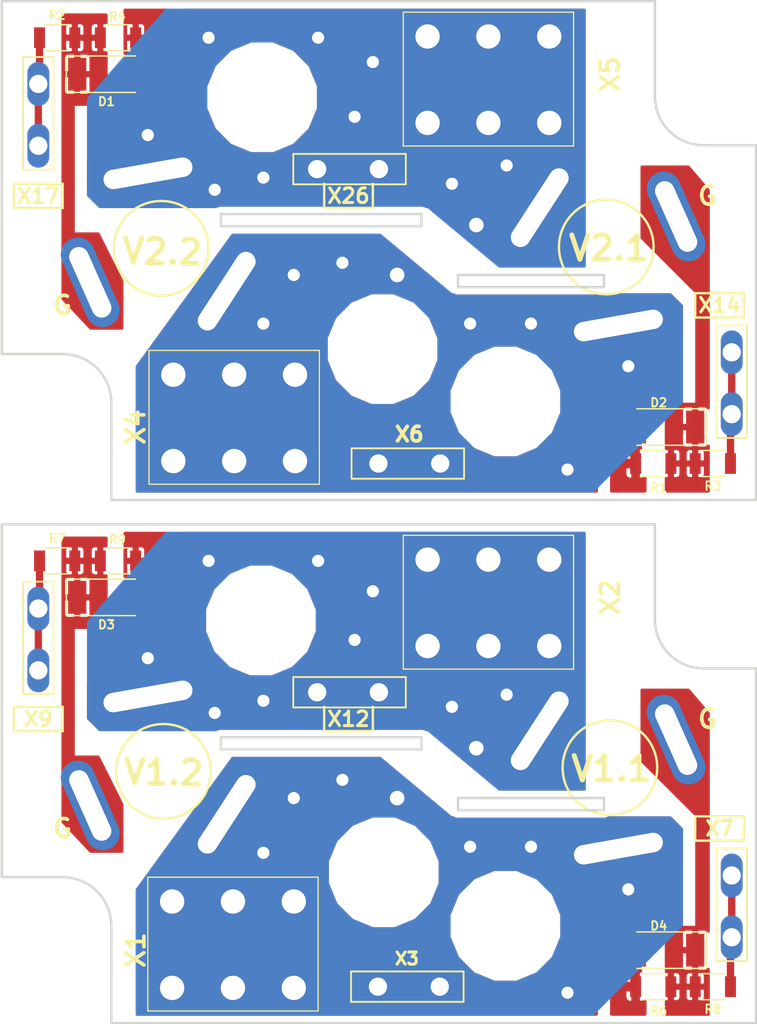
<source format=kicad_pcb>
(kicad_pcb (version 20171130) (host pcbnew "(5.0.0)")

  (general
    (thickness 1.6)
    (drawings 336)
    (tracks 48)
    (zones 0)
    (modules 38)
    (nets 13)
  )

  (page A4)
  (title_block
    (title "Tiristorių plokštė SWEGON")
    (date 2018-11-05)
    (rev 3)
    (company "VENTMATIKA, UAB")
  )

  (layers
    (0 F.Cu signal hide)
    (31 B.Cu signal hide)
    (32 B.Adhes user hide)
    (33 F.Adhes user hide)
    (34 B.Paste user hide)
    (35 F.Paste user hide)
    (36 B.SilkS user hide)
    (37 F.SilkS user hide)
    (38 B.Mask user hide)
    (39 F.Mask user hide)
    (40 Dwgs.User user hide)
    (41 Cmts.User user hide)
    (42 Eco1.User user hide)
    (43 Eco2.User user)
    (44 Edge.Cuts user hide)
    (45 Margin user hide)
    (46 B.CrtYd user hide)
    (47 F.CrtYd user hide)
    (48 B.Fab user hide)
    (49 F.Fab user hide)
  )

  (setup
    (last_trace_width 0.25)
    (trace_clearance 0.2)
    (zone_clearance 0.508)
    (zone_45_only no)
    (trace_min 0.2)
    (segment_width 0.1)
    (edge_width 0.1)
    (via_size 0.8)
    (via_drill 0.4)
    (via_min_size 0.4)
    (via_min_drill 0.3)
    (user_via 2.2 1)
    (uvia_size 0.3)
    (uvia_drill 0.1)
    (uvias_allowed no)
    (uvia_min_size 0.2)
    (uvia_min_drill 0.1)
    (pcb_text_width 0.3)
    (pcb_text_size 1.5 1.5)
    (mod_edge_width 0.15)
    (mod_text_size 1 1)
    (mod_text_width 0.15)
    (pad_size 2.49936 2.49936)
    (pad_drill 1.2)
    (pad_to_mask_clearance 0.2)
    (aux_axis_origin 0 0)
    (grid_origin 79 130)
    (visible_elements 7FFFEE7F)
    (pcbplotparams
      (layerselection 0x00800_7ffffffe)
      (usegerberextensions false)
      (usegerberattributes false)
      (usegerberadvancedattributes false)
      (creategerberjobfile false)
      (excludeedgelayer true)
      (linewidth 0.100000)
      (plotframeref false)
      (viasonmask false)
      (mode 1)
      (useauxorigin false)
      (hpglpennumber 1)
      (hpglpenspeed 20)
      (hpglpendiameter 15.000000)
      (psnegative false)
      (psa4output false)
      (plotreference true)
      (plotvalue true)
      (plotinvisibletext false)
      (padsonsilk false)
      (subtractmaskfromsilk false)
      (outputformat 2)
      (mirror false)
      (drillshape 0)
      (scaleselection 1)
      (outputdirectory "gamyba/"))
  )

  (net 0 "")
  (net 1 "Net-(D1-Pad1)")
  (net 2 /CTRL1A)
  (net 3 /CTRL1B)
  (net 4 /CTRL3A)
  (net 5 "Net-(D4-Pad1)")
  (net 6 "Net-(D2-Pad1)")
  (net 7 "Net-(D3-Pad1)")
  (net 8 /LD1)
  (net 9 /PH1)
  (net 10 /LD3)
  (net 11 /PH3)
  (net 12 /CTRL3B)

  (net_class Default "This is the default net class."
    (clearance 0.2)
    (trace_width 0.25)
    (via_dia 0.8)
    (via_drill 0.4)
    (uvia_dia 0.3)
    (uvia_drill 0.1)
    (add_net /CTRL1A)
    (add_net /CTRL1B)
    (add_net /CTRL3A)
    (add_net /CTRL3B)
    (add_net /LD1)
    (add_net /LD3)
    (add_net /PH1)
    (add_net /PH3)
    (add_net "Net-(D1-Pad1)")
    (add_net "Net-(D2-Pad1)")
    (add_net "Net-(D3-Pad1)")
    (add_net "Net-(D4-Pad1)")
  )

  (module mech:Faston_6.3x0.8x14 (layer F.Cu) (tedit 5BE033C2) (tstamp 5BC6C748)
    (at 112.46 127 180)
    (path /5BC78782)
    (attr smd)
    (fp_text reference X3 (at 0.16 2.3 180) (layer F.SilkS)
      (effects (font (size 1 1) (thickness 0.25)))
    )
    (fp_text value Faston_6.3x08x14 (at 0 0.75 180) (layer F.Fab) hide
      (effects (font (size 0.3 0.3) (thickness 0.075)))
    )
    (fp_line (start 2.51 0.132051) (end -2.49 0.132051) (layer F.Fab) (width 0.1))
    (fp_line (start -3.14 0.4) (end 3.16 0.4) (layer F.Fab) (width 0.1))
    (fp_line (start -2.64 0.4) (end -2.69 0.4) (layer F.Fab) (width 0.1))
    (fp_line (start 3.16 0.4) (end 3.11 0.4) (layer F.Fab) (width 0.1))
    (fp_line (start -3.14 -0.4) (end 3.16 -0.4) (layer F.Fab) (width 0.1))
    (fp_line (start -2.79 0.4) (end -2.84 0.4) (layer F.Fab) (width 0.1))
    (fp_line (start -3.14 -0.4) (end -3.99 -0.4) (layer F.Fab) (width 0.1))
    (fp_line (start -2.99 0.4) (end -3.04 0.4) (layer F.Fab) (width 0.1))
    (fp_line (start 4.01 -0.4) (end 4.01 0.4) (layer F.Fab) (width 0.1))
    (fp_line (start 4.01 -0.4) (end 3.16 -0.4) (layer F.Fab) (width 0.1))
    (fp_line (start -3.99 0.4) (end -3.14 0.4) (layer F.Fab) (width 0.1))
    (fp_line (start -3.09 0.4) (end -3.14 0.4) (layer F.Fab) (width 0.1))
    (fp_line (start 2.66 0.4) (end 2.61 0.4) (layer F.Fab) (width 0.1))
    (fp_line (start 2.81 0.4) (end 2.76 0.4) (layer F.Fab) (width 0.1))
    (fp_line (start -0.59 0.4) (end -0.64 0.4) (layer F.Fab) (width 0.1))
    (fp_line (start 2.91 0.4) (end 2.86 0.4) (layer F.Fab) (width 0.1))
    (fp_line (start 3.16 0.4) (end 2.51 0.132051) (layer F.Fab) (width 0.1))
    (fp_line (start -2.84 0.4) (end -2.89 0.4) (layer F.Fab) (width 0.1))
    (fp_line (start 3.16 -0.4) (end 3.16 0.4) (layer F.Fab) (width 0.1))
    (fp_line (start 3.16 0.4) (end 4.01 0.4) (layer F.Fab) (width 0.1))
    (fp_line (start -2.49 -0.132051) (end -2.49 0.132051) (layer F.Fab) (width 0.1))
    (fp_line (start -2.49 0.132051) (end -3.14 0.4) (layer F.Fab) (width 0.1))
    (fp_line (start -3.14 0.4) (end -3.14 -0.4) (layer F.Fab) (width 0.1))
    (fp_line (start -2.89 0.4) (end -2.94 0.4) (layer F.Fab) (width 0.1))
    (fp_line (start 3.11 0.4) (end 3.06 0.4) (layer F.Fab) (width 0.1))
    (fp_line (start -0.74 0.4) (end -0.79 0.4) (layer F.Fab) (width 0.1))
    (fp_line (start 3.01 0.4) (end 2.96 0.4) (layer F.Fab) (width 0.1))
    (fp_line (start 3.06 0.4) (end 3.01 0.4) (layer F.Fab) (width 0.1))
    (fp_line (start -0.64 0.4) (end -0.69 0.4) (layer F.Fab) (width 0.1))
    (fp_line (start -3.04 0.4) (end -3.09 0.4) (layer F.Fab) (width 0.1))
    (fp_line (start 2.71 0.4) (end 2.66 0.4) (layer F.Fab) (width 0.1))
    (fp_line (start 2.96 0.4) (end 2.91 0.4) (layer F.Fab) (width 0.1))
    (fp_line (start -2.49 -0.132051) (end 2.51 -0.132051) (layer F.Fab) (width 0.1))
    (fp_line (start 2.51 -0.132051) (end 3.16 -0.4) (layer F.Fab) (width 0.1))
    (fp_line (start -2.74 0.4) (end -2.79 0.4) (layer F.Fab) (width 0.1))
    (fp_line (start -2.69 0.4) (end -2.74 0.4) (layer F.Fab) (width 0.1))
    (fp_line (start -0.54 0.4) (end -0.59 0.4) (layer F.Fab) (width 0.1))
    (fp_line (start -3.14 -0.4) (end -2.49 -0.132051) (layer F.Fab) (width 0.1))
    (fp_line (start 2.51 0.132051) (end 2.51 -0.132051) (layer F.Fab) (width 0.1))
    (fp_line (start 2.76 0.4) (end 2.71 0.4) (layer F.Fab) (width 0.1))
    (fp_line (start -2.94 0.4) (end -2.99 0.4) (layer F.Fab) (width 0.1))
    (fp_line (start 2.86 0.4) (end 2.81 0.4) (layer F.Fab) (width 0.1))
    (fp_line (start -0.69 0.4) (end -0.74 0.4) (layer F.Fab) (width 0.1))
    (fp_line (start -3.99 -0.4) (end -3.99 0.4) (layer F.Fab) (width 0.1))
    (fp_line (start -2.59 0.4) (end -2.64 0.4) (layer F.Fab) (width 0.1))
    (fp_line (start -0.79 0.4) (end -0.84 0.4) (layer F.Fab) (width 0.1))
    (fp_line (start 0.16 0.4) (end 0.11 0.4) (layer F.Fab) (width 0.1))
    (fp_line (start -0.49 0.4) (end -0.54 0.4) (layer F.Fab) (width 0.1))
    (fp_line (start -0.44 0.4) (end -0.49 0.4) (layer F.Fab) (width 0.1))
    (fp_line (start 0.06 0.4) (end 0.01 0.4) (layer F.Fab) (width 0.1))
    (fp_line (start 0.41 0.4) (end 0.36 0.4) (layer F.Fab) (width 0.1))
    (fp_line (start 0.11 0.4) (end 0.06 0.4) (layer F.Fab) (width 0.1))
    (fp_line (start 0.21 0.4) (end 0.16 0.4) (layer F.Fab) (width 0.1))
    (fp_line (start 0.81 0.4) (end 0.76 0.4) (layer F.Fab) (width 0.1))
    (fp_line (start 0.76 0.4) (end 0.71 0.4) (layer F.Fab) (width 0.1))
    (fp_line (start 0.71 0.4) (end 0.66 0.4) (layer F.Fab) (width 0.1))
    (fp_line (start 0.56 0.4) (end 0.51 0.4) (layer F.Fab) (width 0.1))
    (fp_line (start -0.34 0.4) (end -0.39 0.4) (layer F.Fab) (width 0.1))
    (fp_line (start -0.14 0.4) (end -0.19 0.4) (layer F.Fab) (width 0.1))
    (fp_line (start -0.39 0.4) (end -0.44 0.4) (layer F.Fab) (width 0.1))
    (fp_line (start 0.61 0.4) (end 0.56 0.4) (layer F.Fab) (width 0.1))
    (fp_line (start -0.29 0.4) (end -0.34 0.4) (layer F.Fab) (width 0.1))
    (fp_line (start -0.24 0.4) (end -0.29 0.4) (layer F.Fab) (width 0.1))
    (fp_line (start 0.26 0.4) (end 0.21 0.4) (layer F.Fab) (width 0.1))
    (fp_line (start 0.31 0.4) (end 0.26 0.4) (layer F.Fab) (width 0.1))
    (fp_line (start -0.19 0.4) (end -0.24 0.4) (layer F.Fab) (width 0.1))
    (fp_line (start -0.09 0.4) (end -0.14 0.4) (layer F.Fab) (width 0.1))
    (fp_line (start -0.04 0.4) (end -0.09 0.4) (layer F.Fab) (width 0.1))
    (fp_line (start 0.01 0.4) (end -0.04 0.4) (layer F.Fab) (width 0.1))
    (fp_line (start 0.66 0.4) (end 0.61 0.4) (layer F.Fab) (width 0.1))
    (fp_line (start 0.36 0.4) (end 0.31 0.4) (layer F.Fab) (width 0.1))
    (fp_line (start 0.86 0.4) (end 0.81 0.4) (layer F.Fab) (width 0.1))
    (fp_line (start 0.46 0.4) (end 0.41 0.4) (layer F.Fab) (width 0.1))
    (fp_line (start 0.51 0.4) (end 0.46 0.4) (layer F.Fab) (width 0.1))
    (fp_line (start -4.5 -1.25) (end 4.75 -1.25) (layer F.CrtYd) (width 0.15))
    (fp_line (start 4.75 -1.25) (end 4.75 1.25) (layer F.CrtYd) (width 0.15))
    (fp_line (start 4.75 1.25) (end -4.5 1.25) (layer F.CrtYd) (width 0.15))
    (fp_line (start -4.5 1.25) (end -4.5 -1.25) (layer F.CrtYd) (width 0.15))
    (fp_line (start -4.5 -1.25) (end 4.75 -1.25) (layer F.SilkS) (width 0.15))
    (fp_line (start 4.75 -1.25) (end 4.75 1.25) (layer F.SilkS) (width 0.15))
    (fp_line (start 4.75 1.25) (end -4.5 1.25) (layer F.SilkS) (width 0.15))
    (fp_line (start -4.5 1.25) (end -4.5 -1.25) (layer F.SilkS) (width 0.15))
    (pad 1 thru_hole oval (at 2.54 0 180) (size 3.6 1.8) (drill 1.5) (layers *.Cu *.Mask)
      (net 8 /LD1) (zone_connect 2))
    (pad 1 thru_hole oval (at -2.54 0 180) (size 3.6 1.8) (drill 1.5) (layers *.Cu *.Mask)
      (net 8 /LD1) (zone_connect 2))
    (model ${VENTLIB3DPACK}/Faston_6.3x0.8x14_q.wrl
      (at (xyz 0 0 0))
      (scale (xyz 1 1 1))
      (rotate (xyz 0 0 0))
    )
  )

  (module disc:RD91 (layer F.Cu) (tedit 5BC72A3B) (tstamp 5BC50BD6)
    (at 128.5 109.4 237)
    (path /5BC0D0F6)
    (fp_text reference V1.1 (at -0.578385 -0.339811) (layer F.SilkS)
      (effects (font (size 2 2) (thickness 0.4)))
    )
    (fp_text value BTW67 (at 0.000001 -0.5 237) (layer F.Fab) hide
      (effects (font (size 1 1) (thickness 0.15)))
    )
    (fp_line (start -6.1 -1) (end -3.5 -5) (layer F.Fab) (width 0.1))
    (fp_line (start -7.5 -2) (end -4.9 -6) (layer F.Fab) (width 0.1))
    (fp_line (start -2.85 7.1) (end 2.9 7.1) (layer F.Fab) (width 0.1))
    (fp_line (start -2.9 5.5) (end 2.85 5.5) (layer F.Fab) (width 0.1))
    (fp_arc (start 2.899902 6.298442) (end 2.899902 7.098442) (angle -183.5762897) (layer F.Fab) (width 0.1))
    (fp_arc (start -2.9 6.3) (end -2.9 5.5) (angle -183.5762897) (layer F.Fab) (width 0.1))
    (fp_line (start 2.1 -5.9) (end 6 -1.75) (layer F.Fab) (width 0.1))
    (fp_line (start 7.15 -2.9) (end 3.25 -7.05) (layer F.Fab) (width 0.1))
    (fp_arc (start 6.6 -2.3) (end 6 -1.75) (angle -188.2001758) (layer F.Fab) (width 0.1))
    (fp_arc (start 2.65 -6.5) (end 3.25 -7.05) (angle -187.6840089) (layer F.Fab) (width 0.1))
    (fp_arc (start -4.2 -5.5) (end -3.5 -5) (angle -181.8475364) (layer F.Fab) (width 0.1))
    (fp_arc (start -6.8 -1.5) (end -7.5 -2) (angle -181.8475364) (layer F.Fab) (width 0.1))
    (fp_arc (start 15 0) (end 18 -3) (angle 90) (layer F.Fab) (width 0.1))
    (fp_arc (start 0 0) (end 9 10) (angle 83.97442499) (layer F.Fab) (width 0.1))
    (fp_circle (center 0 0) (end 11 0.5) (layer F.Fab) (width 0.1))
    (fp_circle (center -15 0) (end -13 0) (layer F.Fab) (width 0.1))
    (fp_circle (center 15 0) (end 17 0) (layer F.Fab) (width 0.1))
    (fp_arc (start 0 0) (end -9 -10) (angle 83.97442499) (layer F.Fab) (width 0.1))
    (fp_arc (start -15 0) (end -18 3) (angle 90) (layer F.Fab) (width 0.1))
    (fp_line (start -18 -3) (end -9 -10) (layer F.Fab) (width 0.1))
    (fp_line (start -18 3) (end -9 10) (layer F.Fab) (width 0.1))
    (fp_line (start 9 10) (end 18 3) (layer F.Fab) (width 0.1))
    (fp_line (start 9 -10) (end 18 -3) (layer F.Fab) (width 0.1))
    (fp_circle (center 0 0) (end 10 0) (layer F.Fab) (width 0.1))
    (pad 2 thru_hole oval (at -5.500001 -3.5 204) (size 2.8 7.8) (drill oval 1.6 6.2) (layers *.Cu *.Mask)
      (net 5 "Net-(D4-Pad1)") (zone_connect 2))
    (pad 1 thru_hole oval (at 0 6.3 237) (size 8.8 2.8) (drill oval 7.4 1.6) (layers *.Cu *.Mask)
      (net 9 /PH1) (zone_connect 2))
    (pad 3 thru_hole oval (at 4.6 -4.4 190) (size 8.8 2.8) (drill oval 7.4 1.6) (layers *.Cu *.Mask)
      (net 8 /LD1) (zone_connect 2))
    (model ../../../../../../Working/Git/VentLib/shapes3D/RD91.wrl
      (at (xyz 0 0 0))
      (scale (xyz 1 1 1))
      (rotate (xyz 0 0 0))
    )
  )

  (module disc:RD91 (layer F.Cu) (tedit 5BC72A7F) (tstamp 5BDFF925)
    (at 92.2 66.4 57)
    (path /5BE35DAB)
    (fp_text reference V2.2 (at -0.167734 0.108928 179) (layer F.SilkS)
      (effects (font (size 2 2) (thickness 0.4)))
    )
    (fp_text value BTW67 (at 0.000001 -0.5 57) (layer F.Fab) hide
      (effects (font (size 1 1) (thickness 0.15)))
    )
    (fp_line (start -6.1 -1.000001) (end -3.5 -5) (layer F.Fab) (width 0.1))
    (fp_line (start -7.5 -2) (end -4.900001 -6) (layer F.Fab) (width 0.1))
    (fp_line (start -2.85 7.1) (end 2.899999 7.1) (layer F.Fab) (width 0.1))
    (fp_line (start -2.9 5.5) (end 2.849999 5.5) (layer F.Fab) (width 0.1))
    (fp_arc (start 2.899902 6.298442) (end 2.899902 7.098442) (angle -183.5762897) (layer F.Fab) (width 0.1))
    (fp_arc (start -2.900001 6.3) (end -2.9 5.5) (angle -183.5762897) (layer F.Fab) (width 0.1))
    (fp_line (start 2.1 -5.899999) (end 6 -1.75) (layer F.Fab) (width 0.1))
    (fp_line (start 7.15 -2.900001) (end 3.25 -7.050001) (layer F.Fab) (width 0.1))
    (fp_arc (start 6.6 -2.300001) (end 6 -1.75) (angle -188.2001758) (layer F.Fab) (width 0.1))
    (fp_arc (start 2.65 -6.5) (end 3.25 -7.050001) (angle -187.6840089) (layer F.Fab) (width 0.1))
    (fp_arc (start -4.2 -5.5) (end -3.5 -5) (angle -181.8475364) (layer F.Fab) (width 0.1))
    (fp_arc (start -6.8 -1.5) (end -7.5 -2) (angle -181.8475364) (layer F.Fab) (width 0.1))
    (fp_arc (start 15.000001 0) (end 18 -3) (angle 90) (layer F.Fab) (width 0.1))
    (fp_arc (start 0 0) (end 9 10) (angle 83.97442499) (layer F.Fab) (width 0.1))
    (fp_circle (center 0 0) (end 11 0.5) (layer F.Fab) (width 0.1))
    (fp_circle (center -15.000001 0) (end -12.999999 0) (layer F.Fab) (width 0.1))
    (fp_circle (center 15.000001 0) (end 17.000001 0) (layer F.Fab) (width 0.1))
    (fp_arc (start 0 0) (end -9 -10) (angle 83.97442499) (layer F.Fab) (width 0.1))
    (fp_arc (start -15.000001 0) (end -18 3) (angle 90) (layer F.Fab) (width 0.1))
    (fp_line (start -18 -3) (end -9 -10) (layer F.Fab) (width 0.1))
    (fp_line (start -18 3) (end -9 9.999999) (layer F.Fab) (width 0.1))
    (fp_line (start 9 10) (end 18 3) (layer F.Fab) (width 0.1))
    (fp_line (start 9 -9.999999) (end 18 -3) (layer F.Fab) (width 0.1))
    (fp_circle (center 0 0) (end 10 0) (layer F.Fab) (width 0.1))
    (pad 2 thru_hole oval (at -5.500001 -3.5 24) (size 2.8 7.8) (drill oval 1.6 6.2) (layers *.Cu *.Mask)
      (net 1 "Net-(D1-Pad1)") (zone_connect 2))
    (pad 1 thru_hole oval (at 0 6.3 57) (size 8.8 2.8) (drill oval 7.4 1.6) (layers *.Cu *.Mask)
      (net 10 /LD3) (zone_connect 2))
    (pad 3 thru_hole oval (at 4.6 -4.4 10) (size 8.8 2.8) (drill oval 7.4 1.6) (layers *.Cu *.Mask)
      (net 11 /PH3) (zone_connect 2))
    (model ../../../../../../Working/Git/VentLib/shapes3D/RD91.wrl
      (at (xyz 0 0 0))
      (scale (xyz 1 1 1))
      (rotate (xyz 0 0 0))
    )
  )

  (module Mounting_Holes:MountingHole_6mm (layer F.Cu) (tedit 5BC87A53) (tstamp 5BCA937D)
    (at 120.4 122)
    (descr "Mounting Hole 6mm, no annular")
    (tags "mounting hole 6mm no annular")
    (attr virtual)
    (fp_text reference REF** (at 0 -7) (layer F.SilkS) hide
      (effects (font (size 1 1) (thickness 0.15)))
    )
    (fp_text value MountingHole_6mm (at 0 7) (layer F.Fab) hide
      (effects (font (size 1 1) (thickness 0.15)))
    )
    (fp_circle (center 0 0) (end 6.25 0) (layer F.CrtYd) (width 0.05))
    (fp_circle (center 0 0) (end 6 0) (layer Cmts.User) (width 0.15))
    (fp_text user %R (at 0.3 0) (layer F.Fab) hide
      (effects (font (size 1 1) (thickness 0.15)))
    )
    (pad "" np_thru_hole circle (at 0 0) (size 8 8) (drill 8) (layers *.Cu *.Mask))
  )

  (module Mounting_Holes:MountingHole_6mm (layer F.Cu) (tedit 5BC87A59) (tstamp 5BCA936F)
    (at 110.4 117.6)
    (descr "Mounting Hole 6mm, no annular")
    (tags "mounting hole 6mm no annular")
    (attr virtual)
    (fp_text reference REF** (at 0 -7) (layer F.SilkS) hide
      (effects (font (size 1 1) (thickness 0.15)))
    )
    (fp_text value MountingHole_6mm (at 0 7) (layer F.Fab) hide
      (effects (font (size 1 1) (thickness 0.15)))
    )
    (fp_text user %R (at 0.3 0) (layer F.Fab) hide
      (effects (font (size 1 1) (thickness 0.15)))
    )
    (fp_circle (center 0 0) (end 6 0) (layer Cmts.User) (width 0.15))
    (fp_circle (center 0 0) (end 6.25 0) (layer F.CrtYd) (width 0.05))
    (pad "" np_thru_hole circle (at 0 0) (size 8 8) (drill 8) (layers *.Cu *.Mask))
  )

  (module Mounting_Holes:MountingHole_6mm (layer F.Cu) (tedit 5BC87A5E) (tstamp 5BCA933B)
    (at 100.3 96.9)
    (descr "Mounting Hole 6mm, no annular")
    (tags "mounting hole 6mm no annular")
    (attr virtual)
    (fp_text reference REF** (at 0 -7) (layer F.SilkS) hide
      (effects (font (size 1 1) (thickness 0.15)))
    )
    (fp_text value MountingHole_6mm (at 0 7) (layer F.Fab) hide
      (effects (font (size 1 1) (thickness 0.15)))
    )
    (fp_circle (center 0 0) (end 6.25 0) (layer F.CrtYd) (width 0.05))
    (fp_circle (center 0 0) (end 6 0) (layer Cmts.User) (width 0.15))
    (fp_text user %R (at 0.3 0) (layer F.Fab) hide
      (effects (font (size 1 1) (thickness 0.15)))
    )
    (pad "" np_thru_hole circle (at 0 0) (size 8 8) (drill 8) (layers *.Cu *.Mask))
  )

  (module Mounting_Holes:MountingHole_6mm (layer F.Cu) (tedit 5BC87A62) (tstamp 5BCA9307)
    (at 120.4 78.9)
    (descr "Mounting Hole 6mm, no annular")
    (tags "mounting hole 6mm no annular")
    (attr virtual)
    (fp_text reference REF** (at 0 -7) (layer F.SilkS) hide
      (effects (font (size 1 1) (thickness 0.15)))
    )
    (fp_text value MountingHole_6mm (at 0 7) (layer F.Fab) hide
      (effects (font (size 1 1) (thickness 0.15)))
    )
    (fp_text user %R (at 0.3 0) (layer F.Fab) hide
      (effects (font (size 1 1) (thickness 0.15)))
    )
    (fp_circle (center 0 0) (end 6 0) (layer Cmts.User) (width 0.15))
    (fp_circle (center 0 0) (end 6.25 0) (layer F.CrtYd) (width 0.05))
    (pad "" np_thru_hole circle (at 0 0) (size 8 8) (drill 8) (layers *.Cu *.Mask))
  )

  (module Mounting_Holes:MountingHole_6mm (layer F.Cu) (tedit 5BC87A68) (tstamp 5BCA910F)
    (at 110.3 74.6)
    (descr "Mounting Hole 6mm, no annular")
    (tags "mounting hole 6mm no annular")
    (attr virtual)
    (fp_text reference REF** (at 0 -7) (layer F.SilkS) hide
      (effects (font (size 1 1) (thickness 0.15)))
    )
    (fp_text value MountingHole_6mm (at 0 7) (layer F.Fab) hide
      (effects (font (size 1 1) (thickness 0.15)))
    )
    (fp_circle (center 0 0) (end 6.25 0) (layer F.CrtYd) (width 0.05))
    (fp_circle (center 0 0) (end 6 0) (layer Cmts.User) (width 0.15))
    (fp_text user %R (at 0.3 0) (layer F.Fab) hide
      (effects (font (size 1 1) (thickness 0.15)))
    )
    (pad "" np_thru_hole circle (at 0 0) (size 8 8) (drill 8) (layers *.Cu *.Mask))
  )

  (module disc:RD91 (layer F.Cu) (tedit 5BC72A52) (tstamp 5BC50BB8)
    (at 92.2 109.4 57)
    (path /5BC0D088)
    (fp_text reference V1.2 (at 0.054464 0.083867 179) (layer F.SilkS)
      (effects (font (size 2 2) (thickness 0.4)))
    )
    (fp_text value BTW67 (at 0.000001 -0.5 57) (layer F.Fab) hide
      (effects (font (size 1 1) (thickness 0.15)))
    )
    (fp_line (start -6.1 -1) (end -3.5 -5) (layer F.Fab) (width 0.1))
    (fp_line (start -7.5 -2) (end -4.9 -6) (layer F.Fab) (width 0.1))
    (fp_line (start -2.85 7.1) (end 2.9 7.1) (layer F.Fab) (width 0.1))
    (fp_line (start -2.9 5.5) (end 2.85 5.5) (layer F.Fab) (width 0.1))
    (fp_arc (start 2.899902 6.298442) (end 2.899902 7.098442) (angle -183.5762897) (layer F.Fab) (width 0.1))
    (fp_arc (start -2.9 6.3) (end -2.9 5.5) (angle -183.5762897) (layer F.Fab) (width 0.1))
    (fp_line (start 2.1 -5.9) (end 6 -1.75) (layer F.Fab) (width 0.1))
    (fp_line (start 7.15 -2.9) (end 3.25 -7.05) (layer F.Fab) (width 0.1))
    (fp_arc (start 6.6 -2.3) (end 6 -1.75) (angle -188.2001758) (layer F.Fab) (width 0.1))
    (fp_arc (start 2.65 -6.5) (end 3.25 -7.05) (angle -187.6840089) (layer F.Fab) (width 0.1))
    (fp_arc (start -4.2 -5.5) (end -3.5 -5) (angle -181.8475364) (layer F.Fab) (width 0.1))
    (fp_arc (start -6.8 -1.5) (end -7.5 -2) (angle -181.8475364) (layer F.Fab) (width 0.1))
    (fp_arc (start 15 0) (end 18 -3) (angle 90) (layer F.Fab) (width 0.1))
    (fp_arc (start 0 0) (end 9 10) (angle 83.97442499) (layer F.Fab) (width 0.1))
    (fp_circle (center 0 0) (end 11 0.5) (layer F.Fab) (width 0.1))
    (fp_circle (center -15 0) (end -13 0) (layer F.Fab) (width 0.1))
    (fp_circle (center 15 0) (end 17 0) (layer F.Fab) (width 0.1))
    (fp_arc (start 0 0) (end -9 -10) (angle 83.97442499) (layer F.Fab) (width 0.1))
    (fp_arc (start -15 0) (end -18 3) (angle 90) (layer F.Fab) (width 0.1))
    (fp_line (start -18 -3) (end -9 -10) (layer F.Fab) (width 0.1))
    (fp_line (start -18 3) (end -9 10) (layer F.Fab) (width 0.1))
    (fp_line (start 9 10) (end 18 3) (layer F.Fab) (width 0.1))
    (fp_line (start 9 -10) (end 18 -3) (layer F.Fab) (width 0.1))
    (fp_circle (center 0 0) (end 10 0) (layer F.Fab) (width 0.1))
    (pad 2 thru_hole oval (at -5.500001 -3.5 24) (size 2.8 7.8) (drill oval 1.6 6.2) (layers *.Cu *.Mask)
      (net 7 "Net-(D3-Pad1)") (zone_connect 2))
    (pad 1 thru_hole oval (at 0 6.3 57) (size 8.8 2.8) (drill oval 7.4 1.6) (layers *.Cu *.Mask)
      (net 8 /LD1) (zone_connect 2))
    (pad 3 thru_hole oval (at 4.6 -4.4 10) (size 8.8 2.8) (drill oval 7.4 1.6) (layers *.Cu *.Mask)
      (net 9 /PH1) (zone_connect 2))
    (model ../../../../../../Working/Git/VentLib/shapes3D/RD91.wrl
      (at (xyz 0 0 0))
      (scale (xyz 1 1 1))
      (rotate (xyz 0 0 0))
    )
  )

  (module disc:RD91 (layer F.Cu) (tedit 5BC72A73) (tstamp 5BBDFDCC)
    (at 128.5 66.4 237)
    (path /5BBEE31B)
    (fp_text reference V2.1 (at -0.301723 -0.281004) (layer F.SilkS)
      (effects (font (size 2 2) (thickness 0.4)))
    )
    (fp_text value BTW67 (at 0.000001 -0.5 237) (layer F.Fab) hide
      (effects (font (size 1 1) (thickness 0.15)))
    )
    (fp_line (start -6.1 -1) (end -3.5 -5) (layer F.Fab) (width 0.1))
    (fp_line (start -7.5 -2) (end -4.9 -6) (layer F.Fab) (width 0.1))
    (fp_line (start -2.85 7.1) (end 2.9 7.1) (layer F.Fab) (width 0.1))
    (fp_line (start -2.9 5.5) (end 2.85 5.5) (layer F.Fab) (width 0.1))
    (fp_arc (start 2.899902 6.298442) (end 2.899902 7.098442) (angle -183.5762897) (layer F.Fab) (width 0.1))
    (fp_arc (start -2.9 6.3) (end -2.9 5.5) (angle -183.5762897) (layer F.Fab) (width 0.1))
    (fp_line (start 2.1 -5.9) (end 6 -1.75) (layer F.Fab) (width 0.1))
    (fp_line (start 7.15 -2.9) (end 3.25 -7.05) (layer F.Fab) (width 0.1))
    (fp_arc (start 6.6 -2.3) (end 6 -1.75) (angle -188.2001758) (layer F.Fab) (width 0.1))
    (fp_arc (start 2.65 -6.5) (end 3.25 -7.05) (angle -187.6840089) (layer F.Fab) (width 0.1))
    (fp_arc (start -4.2 -5.5) (end -3.5 -5) (angle -181.8475364) (layer F.Fab) (width 0.1))
    (fp_arc (start -6.8 -1.5) (end -7.5 -2) (angle -181.8475364) (layer F.Fab) (width 0.1))
    (fp_arc (start 15 0) (end 18 -3) (angle 90) (layer F.Fab) (width 0.1))
    (fp_arc (start 0 0) (end 9 10) (angle 83.97442499) (layer F.Fab) (width 0.1))
    (fp_circle (center 0 0) (end 11 0.5) (layer F.Fab) (width 0.1))
    (fp_circle (center -15 0) (end -13 0) (layer F.Fab) (width 0.1))
    (fp_circle (center 15 0) (end 17 0) (layer F.Fab) (width 0.1))
    (fp_arc (start 0 0) (end -9 -10) (angle 83.97442499) (layer F.Fab) (width 0.1))
    (fp_arc (start -15 0) (end -18 3) (angle 90) (layer F.Fab) (width 0.1))
    (fp_line (start -18 -3) (end -9 -10) (layer F.Fab) (width 0.1))
    (fp_line (start -18 3) (end -9 10) (layer F.Fab) (width 0.1))
    (fp_line (start 9 10) (end 18 3) (layer F.Fab) (width 0.1))
    (fp_line (start 9 -10) (end 18 -3) (layer F.Fab) (width 0.1))
    (fp_circle (center 0 0) (end 10 0) (layer F.Fab) (width 0.1))
    (pad 2 thru_hole oval (at -5.500001 -3.5 204) (size 2.8 7.8) (drill oval 1.6 6.2) (layers *.Cu *.Mask)
      (net 6 "Net-(D2-Pad1)") (zone_connect 2))
    (pad 1 thru_hole oval (at 0 6.3 237) (size 8.8 2.8) (drill oval 7.4 1.6) (layers *.Cu *.Mask)
      (net 11 /PH3) (zone_connect 2))
    (pad 3 thru_hole oval (at 4.6 -4.4 190) (size 8.8 2.8) (drill oval 7.4 1.6) (layers *.Cu *.Mask)
      (net 10 /LD3) (zone_connect 2))
    (model ../../../../../../Working/Git/VentLib/shapes3D/RD91.wrl
      (at (xyz 0 0 0))
      (scale (xyz 1 1 1))
      (rotate (xyz 0 0 0))
    )
  )

  (module mech:Faston_6.3x0.8x14 (layer F.Cu) (tedit 5BC572C8) (tstamp 5BC028FF)
    (at 139 77.4 90)
    (path /5BBEE352)
    (attr smd)
    (fp_text reference X14 (at 6.4 -1 180) (layer F.SilkS)
      (effects (font (size 1.2 1.2) (thickness 0.25)))
    )
    (fp_text value Faston_6.3x08x14 (at 0 0.75 90) (layer F.Fab) hide
      (effects (font (size 0.3 0.3) (thickness 0.075)))
    )
    (fp_line (start 2.51 0.132051) (end -2.49 0.132051) (layer F.Fab) (width 0.1))
    (fp_line (start -3.14 0.4) (end 3.16 0.4) (layer F.Fab) (width 0.1))
    (fp_line (start -2.64 0.4) (end -2.69 0.4) (layer F.Fab) (width 0.1))
    (fp_line (start 3.16 0.4) (end 3.11 0.4) (layer F.Fab) (width 0.1))
    (fp_line (start -3.14 -0.4) (end 3.16 -0.4) (layer F.Fab) (width 0.1))
    (fp_line (start -2.79 0.4) (end -2.84 0.4) (layer F.Fab) (width 0.1))
    (fp_line (start -3.14 -0.4) (end -3.99 -0.4) (layer F.Fab) (width 0.1))
    (fp_line (start -2.99 0.4) (end -3.04 0.4) (layer F.Fab) (width 0.1))
    (fp_line (start 4.01 -0.4) (end 4.01 0.4) (layer F.Fab) (width 0.1))
    (fp_line (start 4.01 -0.4) (end 3.16 -0.4) (layer F.Fab) (width 0.1))
    (fp_line (start -3.99 0.4) (end -3.14 0.4) (layer F.Fab) (width 0.1))
    (fp_line (start -3.09 0.4) (end -3.14 0.4) (layer F.Fab) (width 0.1))
    (fp_line (start 2.66 0.4) (end 2.61 0.4) (layer F.Fab) (width 0.1))
    (fp_line (start 2.81 0.4) (end 2.76 0.4) (layer F.Fab) (width 0.1))
    (fp_line (start -0.59 0.4) (end -0.64 0.4) (layer F.Fab) (width 0.1))
    (fp_line (start 2.91 0.4) (end 2.86 0.4) (layer F.Fab) (width 0.1))
    (fp_line (start 3.16 0.4) (end 2.51 0.132051) (layer F.Fab) (width 0.1))
    (fp_line (start -2.84 0.4) (end -2.89 0.4) (layer F.Fab) (width 0.1))
    (fp_line (start 3.16 -0.4) (end 3.16 0.4) (layer F.Fab) (width 0.1))
    (fp_line (start 3.16 0.4) (end 4.01 0.4) (layer F.Fab) (width 0.1))
    (fp_line (start -2.49 -0.132051) (end -2.49 0.132051) (layer F.Fab) (width 0.1))
    (fp_line (start -2.49 0.132051) (end -3.14 0.4) (layer F.Fab) (width 0.1))
    (fp_line (start -3.14 0.4) (end -3.14 -0.4) (layer F.Fab) (width 0.1))
    (fp_line (start -2.89 0.4) (end -2.94 0.4) (layer F.Fab) (width 0.1))
    (fp_line (start 3.11 0.4) (end 3.06 0.4) (layer F.Fab) (width 0.1))
    (fp_line (start -0.74 0.4) (end -0.79 0.4) (layer F.Fab) (width 0.1))
    (fp_line (start 3.01 0.4) (end 2.96 0.4) (layer F.Fab) (width 0.1))
    (fp_line (start 3.06 0.4) (end 3.01 0.4) (layer F.Fab) (width 0.1))
    (fp_line (start -0.64 0.4) (end -0.69 0.4) (layer F.Fab) (width 0.1))
    (fp_line (start -3.04 0.4) (end -3.09 0.4) (layer F.Fab) (width 0.1))
    (fp_line (start 2.71 0.4) (end 2.66 0.4) (layer F.Fab) (width 0.1))
    (fp_line (start 2.96 0.4) (end 2.91 0.4) (layer F.Fab) (width 0.1))
    (fp_line (start -2.49 -0.132051) (end 2.51 -0.132051) (layer F.Fab) (width 0.1))
    (fp_line (start 2.51 -0.132051) (end 3.16 -0.4) (layer F.Fab) (width 0.1))
    (fp_line (start -2.74 0.4) (end -2.79 0.4) (layer F.Fab) (width 0.1))
    (fp_line (start -2.69 0.4) (end -2.74 0.4) (layer F.Fab) (width 0.1))
    (fp_line (start -0.54 0.4) (end -0.59 0.4) (layer F.Fab) (width 0.1))
    (fp_line (start -3.14 -0.4) (end -2.49 -0.132051) (layer F.Fab) (width 0.1))
    (fp_line (start 2.51 0.132051) (end 2.51 -0.132051) (layer F.Fab) (width 0.1))
    (fp_line (start 2.76 0.4) (end 2.71 0.4) (layer F.Fab) (width 0.1))
    (fp_line (start -2.94 0.4) (end -2.99 0.4) (layer F.Fab) (width 0.1))
    (fp_line (start 2.86 0.4) (end 2.81 0.4) (layer F.Fab) (width 0.1))
    (fp_line (start -0.69 0.4) (end -0.74 0.4) (layer F.Fab) (width 0.1))
    (fp_line (start -3.99 -0.4) (end -3.99 0.4) (layer F.Fab) (width 0.1))
    (fp_line (start -2.59 0.4) (end -2.64 0.4) (layer F.Fab) (width 0.1))
    (fp_line (start -0.79 0.4) (end -0.84 0.4) (layer F.Fab) (width 0.1))
    (fp_line (start 0.16 0.4) (end 0.11 0.4) (layer F.Fab) (width 0.1))
    (fp_line (start -0.49 0.4) (end -0.54 0.4) (layer F.Fab) (width 0.1))
    (fp_line (start -0.44 0.4) (end -0.49 0.4) (layer F.Fab) (width 0.1))
    (fp_line (start 0.06 0.4) (end 0.01 0.4) (layer F.Fab) (width 0.1))
    (fp_line (start 0.41 0.4) (end 0.36 0.4) (layer F.Fab) (width 0.1))
    (fp_line (start 0.11 0.4) (end 0.06 0.4) (layer F.Fab) (width 0.1))
    (fp_line (start 0.21 0.4) (end 0.16 0.4) (layer F.Fab) (width 0.1))
    (fp_line (start 0.81 0.4) (end 0.76 0.4) (layer F.Fab) (width 0.1))
    (fp_line (start 0.76 0.4) (end 0.71 0.4) (layer F.Fab) (width 0.1))
    (fp_line (start 0.71 0.4) (end 0.66 0.4) (layer F.Fab) (width 0.1))
    (fp_line (start 0.56 0.4) (end 0.51 0.4) (layer F.Fab) (width 0.1))
    (fp_line (start -0.34 0.4) (end -0.39 0.4) (layer F.Fab) (width 0.1))
    (fp_line (start -0.14 0.4) (end -0.19 0.4) (layer F.Fab) (width 0.1))
    (fp_line (start -0.39 0.4) (end -0.44 0.4) (layer F.Fab) (width 0.1))
    (fp_line (start 0.61 0.4) (end 0.56 0.4) (layer F.Fab) (width 0.1))
    (fp_line (start -0.29 0.4) (end -0.34 0.4) (layer F.Fab) (width 0.1))
    (fp_line (start -0.24 0.4) (end -0.29 0.4) (layer F.Fab) (width 0.1))
    (fp_line (start 0.26 0.4) (end 0.21 0.4) (layer F.Fab) (width 0.1))
    (fp_line (start 0.31 0.4) (end 0.26 0.4) (layer F.Fab) (width 0.1))
    (fp_line (start -0.19 0.4) (end -0.24 0.4) (layer F.Fab) (width 0.1))
    (fp_line (start -0.09 0.4) (end -0.14 0.4) (layer F.Fab) (width 0.1))
    (fp_line (start -0.04 0.4) (end -0.09 0.4) (layer F.Fab) (width 0.1))
    (fp_line (start 0.01 0.4) (end -0.04 0.4) (layer F.Fab) (width 0.1))
    (fp_line (start 0.66 0.4) (end 0.61 0.4) (layer F.Fab) (width 0.1))
    (fp_line (start 0.36 0.4) (end 0.31 0.4) (layer F.Fab) (width 0.1))
    (fp_line (start 0.86 0.4) (end 0.81 0.4) (layer F.Fab) (width 0.1))
    (fp_line (start 0.46 0.4) (end 0.41 0.4) (layer F.Fab) (width 0.1))
    (fp_line (start 0.51 0.4) (end 0.46 0.4) (layer F.Fab) (width 0.1))
    (fp_line (start -4.5 -1.25) (end 4.75 -1.25) (layer F.CrtYd) (width 0.15))
    (fp_line (start 4.75 -1.25) (end 4.75 1.25) (layer F.CrtYd) (width 0.15))
    (fp_line (start 4.75 1.25) (end -4.5 1.25) (layer F.CrtYd) (width 0.15))
    (fp_line (start -4.5 1.25) (end -4.5 -1.25) (layer F.CrtYd) (width 0.15))
    (fp_line (start -4.5 -1.25) (end 4.75 -1.25) (layer F.SilkS) (width 0.15))
    (fp_line (start 4.75 -1.25) (end 4.75 1.25) (layer F.SilkS) (width 0.15))
    (fp_line (start 4.75 1.25) (end -4.5 1.25) (layer F.SilkS) (width 0.15))
    (fp_line (start -4.5 1.25) (end -4.5 -1.25) (layer F.SilkS) (width 0.15))
    (pad 1 thru_hole oval (at 2.54 0 90) (size 3.6 1.8) (drill 1.5) (layers *.Cu *.Mask)
      (net 12 /CTRL3B))
    (pad 1 thru_hole oval (at -2.54 0 90) (size 3.6 1.8) (drill 1.5) (layers *.Cu *.Mask)
      (net 12 /CTRL3B))
    (model ${VENTLIB3DPACK}/Faston_6.3x0.8x14.wrl
      (at (xyz 0 0 0))
      (scale (xyz 1 1 1))
      (rotate (xyz 0 0 0))
    )
  )

  (module mech:Faston_6.3x0.8x14 (layer F.Cu) (tedit 5BC572C8) (tstamp 5BC0284F)
    (at 82 55.34 90)
    (path /5BE35E0B)
    (attr smd)
    (fp_text reference X17 (at -6.66 0 180) (layer F.SilkS)
      (effects (font (size 1.2 1.2) (thickness 0.25)))
    )
    (fp_text value Faston_6.3x08x14 (at 0 0.75 90) (layer F.Fab) hide
      (effects (font (size 0.3 0.3) (thickness 0.075)))
    )
    (fp_line (start 2.51 0.132051) (end -2.49 0.132051) (layer F.Fab) (width 0.1))
    (fp_line (start -3.14 0.4) (end 3.16 0.4) (layer F.Fab) (width 0.1))
    (fp_line (start -2.64 0.4) (end -2.69 0.4) (layer F.Fab) (width 0.1))
    (fp_line (start 3.16 0.4) (end 3.11 0.4) (layer F.Fab) (width 0.1))
    (fp_line (start -3.14 -0.4) (end 3.16 -0.4) (layer F.Fab) (width 0.1))
    (fp_line (start -2.79 0.4) (end -2.84 0.4) (layer F.Fab) (width 0.1))
    (fp_line (start -3.14 -0.4) (end -3.99 -0.4) (layer F.Fab) (width 0.1))
    (fp_line (start -2.99 0.4) (end -3.04 0.4) (layer F.Fab) (width 0.1))
    (fp_line (start 4.01 -0.4) (end 4.01 0.4) (layer F.Fab) (width 0.1))
    (fp_line (start 4.01 -0.4) (end 3.16 -0.4) (layer F.Fab) (width 0.1))
    (fp_line (start -3.99 0.4) (end -3.14 0.4) (layer F.Fab) (width 0.1))
    (fp_line (start -3.09 0.4) (end -3.14 0.4) (layer F.Fab) (width 0.1))
    (fp_line (start 2.66 0.4) (end 2.61 0.4) (layer F.Fab) (width 0.1))
    (fp_line (start 2.81 0.4) (end 2.76 0.4) (layer F.Fab) (width 0.1))
    (fp_line (start -0.59 0.4) (end -0.64 0.4) (layer F.Fab) (width 0.1))
    (fp_line (start 2.91 0.4) (end 2.86 0.4) (layer F.Fab) (width 0.1))
    (fp_line (start 3.16 0.4) (end 2.51 0.132051) (layer F.Fab) (width 0.1))
    (fp_line (start -2.84 0.4) (end -2.89 0.4) (layer F.Fab) (width 0.1))
    (fp_line (start 3.16 -0.4) (end 3.16 0.4) (layer F.Fab) (width 0.1))
    (fp_line (start 3.16 0.4) (end 4.01 0.4) (layer F.Fab) (width 0.1))
    (fp_line (start -2.49 -0.132051) (end -2.49 0.132051) (layer F.Fab) (width 0.1))
    (fp_line (start -2.49 0.132051) (end -3.14 0.4) (layer F.Fab) (width 0.1))
    (fp_line (start -3.14 0.4) (end -3.14 -0.4) (layer F.Fab) (width 0.1))
    (fp_line (start -2.89 0.4) (end -2.94 0.4) (layer F.Fab) (width 0.1))
    (fp_line (start 3.11 0.4) (end 3.06 0.4) (layer F.Fab) (width 0.1))
    (fp_line (start -0.74 0.4) (end -0.79 0.4) (layer F.Fab) (width 0.1))
    (fp_line (start 3.01 0.4) (end 2.96 0.4) (layer F.Fab) (width 0.1))
    (fp_line (start 3.06 0.4) (end 3.01 0.4) (layer F.Fab) (width 0.1))
    (fp_line (start -0.64 0.4) (end -0.69 0.4) (layer F.Fab) (width 0.1))
    (fp_line (start -3.04 0.4) (end -3.09 0.4) (layer F.Fab) (width 0.1))
    (fp_line (start 2.71 0.4) (end 2.66 0.4) (layer F.Fab) (width 0.1))
    (fp_line (start 2.96 0.4) (end 2.91 0.4) (layer F.Fab) (width 0.1))
    (fp_line (start -2.49 -0.132051) (end 2.51 -0.132051) (layer F.Fab) (width 0.1))
    (fp_line (start 2.51 -0.132051) (end 3.16 -0.4) (layer F.Fab) (width 0.1))
    (fp_line (start -2.74 0.4) (end -2.79 0.4) (layer F.Fab) (width 0.1))
    (fp_line (start -2.69 0.4) (end -2.74 0.4) (layer F.Fab) (width 0.1))
    (fp_line (start -0.54 0.4) (end -0.59 0.4) (layer F.Fab) (width 0.1))
    (fp_line (start -3.14 -0.4) (end -2.49 -0.132051) (layer F.Fab) (width 0.1))
    (fp_line (start 2.51 0.132051) (end 2.51 -0.132051) (layer F.Fab) (width 0.1))
    (fp_line (start 2.76 0.4) (end 2.71 0.4) (layer F.Fab) (width 0.1))
    (fp_line (start -2.94 0.4) (end -2.99 0.4) (layer F.Fab) (width 0.1))
    (fp_line (start 2.86 0.4) (end 2.81 0.4) (layer F.Fab) (width 0.1))
    (fp_line (start -0.69 0.4) (end -0.74 0.4) (layer F.Fab) (width 0.1))
    (fp_line (start -3.99 -0.4) (end -3.99 0.4) (layer F.Fab) (width 0.1))
    (fp_line (start -2.59 0.4) (end -2.64 0.4) (layer F.Fab) (width 0.1))
    (fp_line (start -0.79 0.4) (end -0.84 0.4) (layer F.Fab) (width 0.1))
    (fp_line (start 0.16 0.4) (end 0.11 0.4) (layer F.Fab) (width 0.1))
    (fp_line (start -0.49 0.4) (end -0.54 0.4) (layer F.Fab) (width 0.1))
    (fp_line (start -0.44 0.4) (end -0.49 0.4) (layer F.Fab) (width 0.1))
    (fp_line (start 0.06 0.4) (end 0.01 0.4) (layer F.Fab) (width 0.1))
    (fp_line (start 0.41 0.4) (end 0.36 0.4) (layer F.Fab) (width 0.1))
    (fp_line (start 0.11 0.4) (end 0.06 0.4) (layer F.Fab) (width 0.1))
    (fp_line (start 0.21 0.4) (end 0.16 0.4) (layer F.Fab) (width 0.1))
    (fp_line (start 0.81 0.4) (end 0.76 0.4) (layer F.Fab) (width 0.1))
    (fp_line (start 0.76 0.4) (end 0.71 0.4) (layer F.Fab) (width 0.1))
    (fp_line (start 0.71 0.4) (end 0.66 0.4) (layer F.Fab) (width 0.1))
    (fp_line (start 0.56 0.4) (end 0.51 0.4) (layer F.Fab) (width 0.1))
    (fp_line (start -0.34 0.4) (end -0.39 0.4) (layer F.Fab) (width 0.1))
    (fp_line (start -0.14 0.4) (end -0.19 0.4) (layer F.Fab) (width 0.1))
    (fp_line (start -0.39 0.4) (end -0.44 0.4) (layer F.Fab) (width 0.1))
    (fp_line (start 0.61 0.4) (end 0.56 0.4) (layer F.Fab) (width 0.1))
    (fp_line (start -0.29 0.4) (end -0.34 0.4) (layer F.Fab) (width 0.1))
    (fp_line (start -0.24 0.4) (end -0.29 0.4) (layer F.Fab) (width 0.1))
    (fp_line (start 0.26 0.4) (end 0.21 0.4) (layer F.Fab) (width 0.1))
    (fp_line (start 0.31 0.4) (end 0.26 0.4) (layer F.Fab) (width 0.1))
    (fp_line (start -0.19 0.4) (end -0.24 0.4) (layer F.Fab) (width 0.1))
    (fp_line (start -0.09 0.4) (end -0.14 0.4) (layer F.Fab) (width 0.1))
    (fp_line (start -0.04 0.4) (end -0.09 0.4) (layer F.Fab) (width 0.1))
    (fp_line (start 0.01 0.4) (end -0.04 0.4) (layer F.Fab) (width 0.1))
    (fp_line (start 0.66 0.4) (end 0.61 0.4) (layer F.Fab) (width 0.1))
    (fp_line (start 0.36 0.4) (end 0.31 0.4) (layer F.Fab) (width 0.1))
    (fp_line (start 0.86 0.4) (end 0.81 0.4) (layer F.Fab) (width 0.1))
    (fp_line (start 0.46 0.4) (end 0.41 0.4) (layer F.Fab) (width 0.1))
    (fp_line (start 0.51 0.4) (end 0.46 0.4) (layer F.Fab) (width 0.1))
    (fp_line (start -4.5 -1.25) (end 4.75 -1.25) (layer F.CrtYd) (width 0.15))
    (fp_line (start 4.75 -1.25) (end 4.75 1.25) (layer F.CrtYd) (width 0.15))
    (fp_line (start 4.75 1.25) (end -4.5 1.25) (layer F.CrtYd) (width 0.15))
    (fp_line (start -4.5 1.25) (end -4.5 -1.25) (layer F.CrtYd) (width 0.15))
    (fp_line (start -4.5 -1.25) (end 4.75 -1.25) (layer F.SilkS) (width 0.15))
    (fp_line (start 4.75 -1.25) (end 4.75 1.25) (layer F.SilkS) (width 0.15))
    (fp_line (start 4.75 1.25) (end -4.5 1.25) (layer F.SilkS) (width 0.15))
    (fp_line (start -4.5 1.25) (end -4.5 -1.25) (layer F.SilkS) (width 0.15))
    (pad 1 thru_hole oval (at 2.54 0 90) (size 3.6 1.8) (drill 1.5) (layers *.Cu *.Mask)
      (net 4 /CTRL3A))
    (pad 1 thru_hole oval (at -2.54 0 90) (size 3.6 1.8) (drill 1.5) (layers *.Cu *.Mask)
      (net 4 /CTRL3A))
    (model ${VENTLIB3DPACK}/Faston_6.3x0.8x14.wrl
      (at (xyz 0 0 0))
      (scale (xyz 1 1 1))
      (rotate (xyz 0 0 0))
    )
  )

  (module mech:Faston_6.3x0.8x14 (layer F.Cu) (tedit 5BC6C56A) (tstamp 5BC028A7)
    (at 107.46 59.8)
    (path /5BE35E1E)
    (attr smd)
    (fp_text reference X26 (at 0.04 2.2) (layer F.SilkS)
      (effects (font (size 1.2 1.2) (thickness 0.25)))
    )
    (fp_text value Faston_6.3x08x14 (at 0 0.75) (layer F.Fab) hide
      (effects (font (size 0.3 0.3) (thickness 0.075)))
    )
    (fp_line (start 2.51 0.132051) (end -2.49 0.132051) (layer F.Fab) (width 0.1))
    (fp_line (start -3.14 0.4) (end 3.16 0.4) (layer F.Fab) (width 0.1))
    (fp_line (start -2.64 0.4) (end -2.69 0.4) (layer F.Fab) (width 0.1))
    (fp_line (start 3.16 0.4) (end 3.11 0.4) (layer F.Fab) (width 0.1))
    (fp_line (start -3.14 -0.4) (end 3.16 -0.4) (layer F.Fab) (width 0.1))
    (fp_line (start -2.79 0.4) (end -2.84 0.4) (layer F.Fab) (width 0.1))
    (fp_line (start -3.14 -0.4) (end -3.99 -0.4) (layer F.Fab) (width 0.1))
    (fp_line (start -2.99 0.4) (end -3.04 0.4) (layer F.Fab) (width 0.1))
    (fp_line (start 4.01 -0.4) (end 4.01 0.4) (layer F.Fab) (width 0.1))
    (fp_line (start 4.01 -0.4) (end 3.16 -0.4) (layer F.Fab) (width 0.1))
    (fp_line (start -3.99 0.4) (end -3.14 0.4) (layer F.Fab) (width 0.1))
    (fp_line (start -3.09 0.4) (end -3.14 0.4) (layer F.Fab) (width 0.1))
    (fp_line (start 2.66 0.4) (end 2.61 0.4) (layer F.Fab) (width 0.1))
    (fp_line (start 2.81 0.4) (end 2.76 0.4) (layer F.Fab) (width 0.1))
    (fp_line (start -0.59 0.4) (end -0.64 0.4) (layer F.Fab) (width 0.1))
    (fp_line (start 2.91 0.4) (end 2.86 0.4) (layer F.Fab) (width 0.1))
    (fp_line (start 3.16 0.4) (end 2.51 0.132051) (layer F.Fab) (width 0.1))
    (fp_line (start -2.84 0.4) (end -2.89 0.4) (layer F.Fab) (width 0.1))
    (fp_line (start 3.16 -0.4) (end 3.16 0.4) (layer F.Fab) (width 0.1))
    (fp_line (start 3.16 0.4) (end 4.01 0.4) (layer F.Fab) (width 0.1))
    (fp_line (start -2.49 -0.132051) (end -2.49 0.132051) (layer F.Fab) (width 0.1))
    (fp_line (start -2.49 0.132051) (end -3.14 0.4) (layer F.Fab) (width 0.1))
    (fp_line (start -3.14 0.4) (end -3.14 -0.4) (layer F.Fab) (width 0.1))
    (fp_line (start -2.89 0.4) (end -2.94 0.4) (layer F.Fab) (width 0.1))
    (fp_line (start 3.11 0.4) (end 3.06 0.4) (layer F.Fab) (width 0.1))
    (fp_line (start -0.74 0.4) (end -0.79 0.4) (layer F.Fab) (width 0.1))
    (fp_line (start 3.01 0.4) (end 2.96 0.4) (layer F.Fab) (width 0.1))
    (fp_line (start 3.06 0.4) (end 3.01 0.4) (layer F.Fab) (width 0.1))
    (fp_line (start -0.64 0.4) (end -0.69 0.4) (layer F.Fab) (width 0.1))
    (fp_line (start -3.04 0.4) (end -3.09 0.4) (layer F.Fab) (width 0.1))
    (fp_line (start 2.71 0.4) (end 2.66 0.4) (layer F.Fab) (width 0.1))
    (fp_line (start 2.96 0.4) (end 2.91 0.4) (layer F.Fab) (width 0.1))
    (fp_line (start -2.49 -0.132051) (end 2.51 -0.132051) (layer F.Fab) (width 0.1))
    (fp_line (start 2.51 -0.132051) (end 3.16 -0.4) (layer F.Fab) (width 0.1))
    (fp_line (start -2.74 0.4) (end -2.79 0.4) (layer F.Fab) (width 0.1))
    (fp_line (start -2.69 0.4) (end -2.74 0.4) (layer F.Fab) (width 0.1))
    (fp_line (start -0.54 0.4) (end -0.59 0.4) (layer F.Fab) (width 0.1))
    (fp_line (start -3.14 -0.4) (end -2.49 -0.132051) (layer F.Fab) (width 0.1))
    (fp_line (start 2.51 0.132051) (end 2.51 -0.132051) (layer F.Fab) (width 0.1))
    (fp_line (start 2.76 0.4) (end 2.71 0.4) (layer F.Fab) (width 0.1))
    (fp_line (start -2.94 0.4) (end -2.99 0.4) (layer F.Fab) (width 0.1))
    (fp_line (start 2.86 0.4) (end 2.81 0.4) (layer F.Fab) (width 0.1))
    (fp_line (start -0.69 0.4) (end -0.74 0.4) (layer F.Fab) (width 0.1))
    (fp_line (start -3.99 -0.4) (end -3.99 0.4) (layer F.Fab) (width 0.1))
    (fp_line (start -2.59 0.4) (end -2.64 0.4) (layer F.Fab) (width 0.1))
    (fp_line (start -0.79 0.4) (end -0.84 0.4) (layer F.Fab) (width 0.1))
    (fp_line (start 0.16 0.4) (end 0.11 0.4) (layer F.Fab) (width 0.1))
    (fp_line (start -0.49 0.4) (end -0.54 0.4) (layer F.Fab) (width 0.1))
    (fp_line (start -0.44 0.4) (end -0.49 0.4) (layer F.Fab) (width 0.1))
    (fp_line (start 0.06 0.4) (end 0.01 0.4) (layer F.Fab) (width 0.1))
    (fp_line (start 0.41 0.4) (end 0.36 0.4) (layer F.Fab) (width 0.1))
    (fp_line (start 0.11 0.4) (end 0.06 0.4) (layer F.Fab) (width 0.1))
    (fp_line (start 0.21 0.4) (end 0.16 0.4) (layer F.Fab) (width 0.1))
    (fp_line (start 0.81 0.4) (end 0.76 0.4) (layer F.Fab) (width 0.1))
    (fp_line (start 0.76 0.4) (end 0.71 0.4) (layer F.Fab) (width 0.1))
    (fp_line (start 0.71 0.4) (end 0.66 0.4) (layer F.Fab) (width 0.1))
    (fp_line (start 0.56 0.4) (end 0.51 0.4) (layer F.Fab) (width 0.1))
    (fp_line (start -0.34 0.4) (end -0.39 0.4) (layer F.Fab) (width 0.1))
    (fp_line (start -0.14 0.4) (end -0.19 0.4) (layer F.Fab) (width 0.1))
    (fp_line (start -0.39 0.4) (end -0.44 0.4) (layer F.Fab) (width 0.1))
    (fp_line (start 0.61 0.4) (end 0.56 0.4) (layer F.Fab) (width 0.1))
    (fp_line (start -0.29 0.4) (end -0.34 0.4) (layer F.Fab) (width 0.1))
    (fp_line (start -0.24 0.4) (end -0.29 0.4) (layer F.Fab) (width 0.1))
    (fp_line (start 0.26 0.4) (end 0.21 0.4) (layer F.Fab) (width 0.1))
    (fp_line (start 0.31 0.4) (end 0.26 0.4) (layer F.Fab) (width 0.1))
    (fp_line (start -0.19 0.4) (end -0.24 0.4) (layer F.Fab) (width 0.1))
    (fp_line (start -0.09 0.4) (end -0.14 0.4) (layer F.Fab) (width 0.1))
    (fp_line (start -0.04 0.4) (end -0.09 0.4) (layer F.Fab) (width 0.1))
    (fp_line (start 0.01 0.4) (end -0.04 0.4) (layer F.Fab) (width 0.1))
    (fp_line (start 0.66 0.4) (end 0.61 0.4) (layer F.Fab) (width 0.1))
    (fp_line (start 0.36 0.4) (end 0.31 0.4) (layer F.Fab) (width 0.1))
    (fp_line (start 0.86 0.4) (end 0.81 0.4) (layer F.Fab) (width 0.1))
    (fp_line (start 0.46 0.4) (end 0.41 0.4) (layer F.Fab) (width 0.1))
    (fp_line (start 0.51 0.4) (end 0.46 0.4) (layer F.Fab) (width 0.1))
    (fp_line (start -4.5 -1.25) (end 4.75 -1.25) (layer F.CrtYd) (width 0.15))
    (fp_line (start 4.75 -1.25) (end 4.75 1.25) (layer F.CrtYd) (width 0.15))
    (fp_line (start 4.75 1.25) (end -4.5 1.25) (layer F.CrtYd) (width 0.15))
    (fp_line (start -4.5 1.25) (end -4.5 -1.25) (layer F.CrtYd) (width 0.15))
    (fp_line (start -4.5 -1.25) (end 4.75 -1.25) (layer F.SilkS) (width 0.15))
    (fp_line (start 4.75 -1.25) (end 4.75 1.25) (layer F.SilkS) (width 0.15))
    (fp_line (start 4.75 1.25) (end -4.5 1.25) (layer F.SilkS) (width 0.15))
    (fp_line (start -4.5 1.25) (end -4.5 -1.25) (layer F.SilkS) (width 0.15))
    (pad 1 thru_hole oval (at 2.54 0) (size 3.6 1.8) (drill 1.5) (layers *.Cu *.Mask)
      (net 11 /PH3) (zone_connect 2))
    (pad 1 thru_hole oval (at -2.54 0) (size 3.6 1.8) (drill 1.5) (layers *.Cu *.Mask)
      (net 11 /PH3) (zone_connect 2))
    (model ${VENTLIB3DPACK}/Faston_6.3x0.8x14.wrl
      (at (xyz 0 0 0))
      (scale (xyz 1 1 1))
      (rotate (xyz 0 0 0))
    )
  )

  (module disc:D_MELF (layer F.Cu) (tedit 5BC73E64) (tstamp 5BC50B8A)
    (at 133.6 124 180)
    (descr "Diode, MELF,,")
    (tags "Diode MELF ")
    (path /5BC0D108)
    (attr smd)
    (fp_text reference D4 (at 0.6 2 180) (layer F.SilkS)
      (effects (font (size 0.7 0.7) (thickness 0.15)))
    )
    (fp_text value LL4007 (at -0.25 1.905 180) (layer F.Fab) hide
      (effects (font (size 0.3 0.3) (thickness 0.075)))
    )
    (fp_text user %R (at 0 -2.5 180) (layer F.Fab) hide
      (effects (font (size 0.5 0.5) (thickness 0.075)))
    )
    (fp_line (start 2.4 -1.5) (end -3.3 -1.5) (layer F.SilkS) (width 0.12))
    (fp_line (start -3.3 -1.5) (end -3.3 1.5) (layer F.SilkS) (width 0.12))
    (fp_line (start -3.3 1.5) (end 2.4 1.5) (layer F.SilkS) (width 0.12))
    (fp_line (start 2.6 -1.3) (end -2.6 -1.3) (layer F.Fab) (width 0.1))
    (fp_line (start -2.6 -1.3) (end -2.6 1.3) (layer F.Fab) (width 0.1))
    (fp_line (start -2.6 1.3) (end 2.6 1.3) (layer F.Fab) (width 0.1))
    (fp_line (start 2.6 1.3) (end 2.6 -1.3) (layer F.Fab) (width 0.1))
    (fp_line (start -0.64944 0.00102) (end -1.55114 0.00102) (layer F.Fab) (width 0.1))
    (fp_line (start 0.50118 0.00102) (end 1.4994 0.00102) (layer F.Fab) (width 0.1))
    (fp_line (start -0.64944 -0.79908) (end -0.64944 0.80112) (layer F.Fab) (width 0.1))
    (fp_line (start 0.50118 0.75032) (end 0.50118 -0.79908) (layer F.Fab) (width 0.1))
    (fp_line (start -0.64944 0.00102) (end 0.50118 0.75032) (layer F.Fab) (width 0.1))
    (fp_line (start -0.64944 0.00102) (end 0.50118 -0.79908) (layer F.Fab) (width 0.1))
    (fp_line (start -3.4 -1.6) (end 3.4 -1.6) (layer F.CrtYd) (width 0.05))
    (fp_line (start 3.4 -1.6) (end 3.4 1.6) (layer F.CrtYd) (width 0.05))
    (fp_line (start 3.4 1.6) (end -3.4 1.6) (layer F.CrtYd) (width 0.05))
    (fp_line (start -3.4 1.6) (end -3.4 -1.6) (layer F.CrtYd) (width 0.05))
    (pad 1 smd rect (at -2.4 0 180) (size 1.5 2.7) (layers F.Cu F.Paste F.Mask)
      (net 5 "Net-(D4-Pad1)"))
    (pad 2 smd rect (at 2.4 0 180) (size 1.5 2.7) (layers F.Cu F.Paste F.Mask)
      (net 8 /LD1) (thermal_width 0.8) (thermal_gap 0.3))
    (model ${VENTLIB3DPACK}/D_MELF.wrl
      (at (xyz 0 0 0))
      (scale (xyz 1 1 1))
      (rotate (xyz 0 0 0))
    )
  )

  (module disc:D_MELF (layer F.Cu) (tedit 5BC73E5E) (tstamp 5BBDEEFB)
    (at 133.6 81 180)
    (descr "Diode, MELF,,")
    (tags "Diode MELF ")
    (path /5BBEE32D)
    (attr smd)
    (fp_text reference D2 (at 0.6 2 180) (layer F.SilkS)
      (effects (font (size 0.7 0.7) (thickness 0.15)))
    )
    (fp_text value LL4007 (at -0.25 1.905 180) (layer F.Fab) hide
      (effects (font (size 0.3 0.3) (thickness 0.075)))
    )
    (fp_line (start -3.4 1.6) (end -3.4 -1.6) (layer F.CrtYd) (width 0.05))
    (fp_line (start 3.4 1.6) (end -3.4 1.6) (layer F.CrtYd) (width 0.05))
    (fp_line (start 3.4 -1.6) (end 3.4 1.6) (layer F.CrtYd) (width 0.05))
    (fp_line (start -3.4 -1.6) (end 3.4 -1.6) (layer F.CrtYd) (width 0.05))
    (fp_line (start -0.64944 0.00102) (end 0.50118 -0.79908) (layer F.Fab) (width 0.1))
    (fp_line (start -0.64944 0.00102) (end 0.50118 0.75032) (layer F.Fab) (width 0.1))
    (fp_line (start 0.50118 0.75032) (end 0.50118 -0.79908) (layer F.Fab) (width 0.1))
    (fp_line (start -0.64944 -0.79908) (end -0.64944 0.80112) (layer F.Fab) (width 0.1))
    (fp_line (start 0.50118 0.00102) (end 1.4994 0.00102) (layer F.Fab) (width 0.1))
    (fp_line (start -0.64944 0.00102) (end -1.55114 0.00102) (layer F.Fab) (width 0.1))
    (fp_line (start 2.6 1.3) (end 2.6 -1.3) (layer F.Fab) (width 0.1))
    (fp_line (start -2.6 1.3) (end 2.6 1.3) (layer F.Fab) (width 0.1))
    (fp_line (start -2.6 -1.3) (end -2.6 1.3) (layer F.Fab) (width 0.1))
    (fp_line (start 2.6 -1.3) (end -2.6 -1.3) (layer F.Fab) (width 0.1))
    (fp_line (start -3.3 1.5) (end 2.4 1.5) (layer F.SilkS) (width 0.12))
    (fp_line (start -3.3 -1.5) (end -3.3 1.5) (layer F.SilkS) (width 0.12))
    (fp_line (start 2.4 -1.5) (end -3.3 -1.5) (layer F.SilkS) (width 0.12))
    (fp_text user %R (at 0 -2.5 180) (layer F.Fab) hide
      (effects (font (size 0.5 0.5) (thickness 0.075)))
    )
    (pad 2 smd rect (at 2.4 0 180) (size 1.5 2.7) (layers F.Cu F.Paste F.Mask)
      (net 10 /LD3) (thermal_width 0.8) (thermal_gap 0.3))
    (pad 1 smd rect (at -2.4 0 180) (size 1.5 2.7) (layers F.Cu F.Paste F.Mask)
      (net 6 "Net-(D2-Pad1)"))
    (model ${VENTLIB3DPACK}/D_MELF.wrl
      (at (xyz 0 0 0))
      (scale (xyz 1 1 1))
      (rotate (xyz 0 0 0))
    )
  )

  (module mech:Faston_6.3x0.8x14 (layer F.Cu) (tedit 5BC840CF) (tstamp 5BC50C4B)
    (at 139 120.4 90)
    (path /5BC0D12B)
    (attr smd)
    (fp_text reference X7 (at 6.4 -1 180) (layer F.SilkS)
      (effects (font (size 1.2 1.2) (thickness 0.25)))
    )
    (fp_text value Faston_6.3x08x14 (at 0 0.75 90) (layer F.Fab) hide
      (effects (font (size 0.3 0.3) (thickness 0.075)))
    )
    (fp_line (start -4.5 1.25) (end -4.5 -1.25) (layer F.SilkS) (width 0.15))
    (fp_line (start 4.75 1.25) (end -4.5 1.25) (layer F.SilkS) (width 0.15))
    (fp_line (start 4.75 -1.25) (end 4.75 1.25) (layer F.SilkS) (width 0.15))
    (fp_line (start -4.5 -1.25) (end 4.75 -1.25) (layer F.SilkS) (width 0.15))
    (fp_line (start -4.5 1.25) (end -4.5 -1.25) (layer F.CrtYd) (width 0.15))
    (fp_line (start 4.75 1.25) (end -4.5 1.25) (layer F.CrtYd) (width 0.15))
    (fp_line (start 4.75 -1.25) (end 4.75 1.25) (layer F.CrtYd) (width 0.15))
    (fp_line (start -4.5 -1.25) (end 4.75 -1.25) (layer F.CrtYd) (width 0.15))
    (fp_line (start 0.51 0.4) (end 0.46 0.4) (layer F.Fab) (width 0.1))
    (fp_line (start 0.46 0.4) (end 0.41 0.4) (layer F.Fab) (width 0.1))
    (fp_line (start 0.86 0.4) (end 0.81 0.4) (layer F.Fab) (width 0.1))
    (fp_line (start 0.36 0.4) (end 0.31 0.4) (layer F.Fab) (width 0.1))
    (fp_line (start 0.66 0.4) (end 0.61 0.4) (layer F.Fab) (width 0.1))
    (fp_line (start 0.01 0.4) (end -0.04 0.4) (layer F.Fab) (width 0.1))
    (fp_line (start -0.04 0.4) (end -0.09 0.4) (layer F.Fab) (width 0.1))
    (fp_line (start -0.09 0.4) (end -0.14 0.4) (layer F.Fab) (width 0.1))
    (fp_line (start -0.19 0.4) (end -0.24 0.4) (layer F.Fab) (width 0.1))
    (fp_line (start 0.31 0.4) (end 0.26 0.4) (layer F.Fab) (width 0.1))
    (fp_line (start 0.26 0.4) (end 0.21 0.4) (layer F.Fab) (width 0.1))
    (fp_line (start -0.24 0.4) (end -0.29 0.4) (layer F.Fab) (width 0.1))
    (fp_line (start -0.29 0.4) (end -0.34 0.4) (layer F.Fab) (width 0.1))
    (fp_line (start 0.61 0.4) (end 0.56 0.4) (layer F.Fab) (width 0.1))
    (fp_line (start -0.39 0.4) (end -0.44 0.4) (layer F.Fab) (width 0.1))
    (fp_line (start -0.14 0.4) (end -0.19 0.4) (layer F.Fab) (width 0.1))
    (fp_line (start -0.34 0.4) (end -0.39 0.4) (layer F.Fab) (width 0.1))
    (fp_line (start 0.56 0.4) (end 0.51 0.4) (layer F.Fab) (width 0.1))
    (fp_line (start 0.71 0.4) (end 0.66 0.4) (layer F.Fab) (width 0.1))
    (fp_line (start 0.76 0.4) (end 0.71 0.4) (layer F.Fab) (width 0.1))
    (fp_line (start 0.81 0.4) (end 0.76 0.4) (layer F.Fab) (width 0.1))
    (fp_line (start 0.21 0.4) (end 0.16 0.4) (layer F.Fab) (width 0.1))
    (fp_line (start 0.11 0.4) (end 0.06 0.4) (layer F.Fab) (width 0.1))
    (fp_line (start 0.41 0.4) (end 0.36 0.4) (layer F.Fab) (width 0.1))
    (fp_line (start 0.06 0.4) (end 0.01 0.4) (layer F.Fab) (width 0.1))
    (fp_line (start -0.44 0.4) (end -0.49 0.4) (layer F.Fab) (width 0.1))
    (fp_line (start -0.49 0.4) (end -0.54 0.4) (layer F.Fab) (width 0.1))
    (fp_line (start 0.16 0.4) (end 0.11 0.4) (layer F.Fab) (width 0.1))
    (fp_line (start -0.79 0.4) (end -0.84 0.4) (layer F.Fab) (width 0.1))
    (fp_line (start -2.59 0.4) (end -2.64 0.4) (layer F.Fab) (width 0.1))
    (fp_line (start -3.99 -0.4) (end -3.99 0.4) (layer F.Fab) (width 0.1))
    (fp_line (start -0.69 0.4) (end -0.74 0.4) (layer F.Fab) (width 0.1))
    (fp_line (start 2.86 0.4) (end 2.81 0.4) (layer F.Fab) (width 0.1))
    (fp_line (start -2.94 0.4) (end -2.99 0.4) (layer F.Fab) (width 0.1))
    (fp_line (start 2.76 0.4) (end 2.71 0.4) (layer F.Fab) (width 0.1))
    (fp_line (start 2.51 0.132051) (end 2.51 -0.132051) (layer F.Fab) (width 0.1))
    (fp_line (start -3.14 -0.4) (end -2.49 -0.132051) (layer F.Fab) (width 0.1))
    (fp_line (start -0.54 0.4) (end -0.59 0.4) (layer F.Fab) (width 0.1))
    (fp_line (start -2.69 0.4) (end -2.74 0.4) (layer F.Fab) (width 0.1))
    (fp_line (start -2.74 0.4) (end -2.79 0.4) (layer F.Fab) (width 0.1))
    (fp_line (start 2.51 -0.132051) (end 3.16 -0.4) (layer F.Fab) (width 0.1))
    (fp_line (start -2.49 -0.132051) (end 2.51 -0.132051) (layer F.Fab) (width 0.1))
    (fp_line (start 2.96 0.4) (end 2.91 0.4) (layer F.Fab) (width 0.1))
    (fp_line (start 2.71 0.4) (end 2.66 0.4) (layer F.Fab) (width 0.1))
    (fp_line (start -3.04 0.4) (end -3.09 0.4) (layer F.Fab) (width 0.1))
    (fp_line (start -0.64 0.4) (end -0.69 0.4) (layer F.Fab) (width 0.1))
    (fp_line (start 3.06 0.4) (end 3.01 0.4) (layer F.Fab) (width 0.1))
    (fp_line (start 3.01 0.4) (end 2.96 0.4) (layer F.Fab) (width 0.1))
    (fp_line (start -0.74 0.4) (end -0.79 0.4) (layer F.Fab) (width 0.1))
    (fp_line (start 3.11 0.4) (end 3.06 0.4) (layer F.Fab) (width 0.1))
    (fp_line (start -2.89 0.4) (end -2.94 0.4) (layer F.Fab) (width 0.1))
    (fp_line (start -3.14 0.4) (end -3.14 -0.4) (layer F.Fab) (width 0.1))
    (fp_line (start -2.49 0.132051) (end -3.14 0.4) (layer F.Fab) (width 0.1))
    (fp_line (start -2.49 -0.132051) (end -2.49 0.132051) (layer F.Fab) (width 0.1))
    (fp_line (start 3.16 0.4) (end 4.01 0.4) (layer F.Fab) (width 0.1))
    (fp_line (start 3.16 -0.4) (end 3.16 0.4) (layer F.Fab) (width 0.1))
    (fp_line (start -2.84 0.4) (end -2.89 0.4) (layer F.Fab) (width 0.1))
    (fp_line (start 3.16 0.4) (end 2.51 0.132051) (layer F.Fab) (width 0.1))
    (fp_line (start 2.91 0.4) (end 2.86 0.4) (layer F.Fab) (width 0.1))
    (fp_line (start -0.59 0.4) (end -0.64 0.4) (layer F.Fab) (width 0.1))
    (fp_line (start 2.81 0.4) (end 2.76 0.4) (layer F.Fab) (width 0.1))
    (fp_line (start 2.66 0.4) (end 2.61 0.4) (layer F.Fab) (width 0.1))
    (fp_line (start -3.09 0.4) (end -3.14 0.4) (layer F.Fab) (width 0.1))
    (fp_line (start -3.99 0.4) (end -3.14 0.4) (layer F.Fab) (width 0.1))
    (fp_line (start 4.01 -0.4) (end 3.16 -0.4) (layer F.Fab) (width 0.1))
    (fp_line (start 4.01 -0.4) (end 4.01 0.4) (layer F.Fab) (width 0.1))
    (fp_line (start -2.99 0.4) (end -3.04 0.4) (layer F.Fab) (width 0.1))
    (fp_line (start -3.14 -0.4) (end -3.99 -0.4) (layer F.Fab) (width 0.1))
    (fp_line (start -2.79 0.4) (end -2.84 0.4) (layer F.Fab) (width 0.1))
    (fp_line (start -3.14 -0.4) (end 3.16 -0.4) (layer F.Fab) (width 0.1))
    (fp_line (start 3.16 0.4) (end 3.11 0.4) (layer F.Fab) (width 0.1))
    (fp_line (start -2.64 0.4) (end -2.69 0.4) (layer F.Fab) (width 0.1))
    (fp_line (start -3.14 0.4) (end 3.16 0.4) (layer F.Fab) (width 0.1))
    (fp_line (start 2.51 0.132051) (end -2.49 0.132051) (layer F.Fab) (width 0.1))
    (pad 1 thru_hole oval (at -2.54 0 90) (size 3.6 1.8) (drill 1.5) (layers *.Cu *.Mask)
      (net 3 /CTRL1B))
    (pad 1 thru_hole oval (at 2.54 0 90) (size 3.6 1.8) (drill 1.5) (layers *.Cu *.Mask)
      (net 3 /CTRL1B))
    (model ${VENTLIB3DPACK}/Faston_6.3x0.8x14.wrl
      (at (xyz 0 0 0))
      (scale (xyz 1 1 1))
      (rotate (xyz 0 0 0))
    )
  )

  (module mech:Faston_6.3x0.8x14 (layer F.Cu) (tedit 5BC840BB) (tstamp 5BC50BF4)
    (at 107.46 102.8)
    (path /5BC0D0CF)
    (attr smd)
    (fp_text reference X12 (at 0.04 2.2) (layer F.SilkS)
      (effects (font (size 1.2 1.2) (thickness 0.25)))
    )
    (fp_text value Faston_6.3x08x14 (at 0 0.75) (layer F.Fab) hide
      (effects (font (size 0.3 0.3) (thickness 0.075)))
    )
    (fp_line (start 2.51 0.132051) (end -2.49 0.132051) (layer F.Fab) (width 0.1))
    (fp_line (start -3.14 0.4) (end 3.16 0.4) (layer F.Fab) (width 0.1))
    (fp_line (start -2.64 0.4) (end -2.69 0.4) (layer F.Fab) (width 0.1))
    (fp_line (start 3.16 0.4) (end 3.11 0.4) (layer F.Fab) (width 0.1))
    (fp_line (start -3.14 -0.4) (end 3.16 -0.4) (layer F.Fab) (width 0.1))
    (fp_line (start -2.79 0.4) (end -2.84 0.4) (layer F.Fab) (width 0.1))
    (fp_line (start -3.14 -0.4) (end -3.99 -0.4) (layer F.Fab) (width 0.1))
    (fp_line (start -2.99 0.4) (end -3.04 0.4) (layer F.Fab) (width 0.1))
    (fp_line (start 4.01 -0.4) (end 4.01 0.4) (layer F.Fab) (width 0.1))
    (fp_line (start 4.01 -0.4) (end 3.16 -0.4) (layer F.Fab) (width 0.1))
    (fp_line (start -3.99 0.4) (end -3.14 0.4) (layer F.Fab) (width 0.1))
    (fp_line (start -3.09 0.4) (end -3.14 0.4) (layer F.Fab) (width 0.1))
    (fp_line (start 2.66 0.4) (end 2.61 0.4) (layer F.Fab) (width 0.1))
    (fp_line (start 2.81 0.4) (end 2.76 0.4) (layer F.Fab) (width 0.1))
    (fp_line (start -0.59 0.4) (end -0.64 0.4) (layer F.Fab) (width 0.1))
    (fp_line (start 2.91 0.4) (end 2.86 0.4) (layer F.Fab) (width 0.1))
    (fp_line (start 3.16 0.4) (end 2.51 0.132051) (layer F.Fab) (width 0.1))
    (fp_line (start -2.84 0.4) (end -2.89 0.4) (layer F.Fab) (width 0.1))
    (fp_line (start 3.16 -0.4) (end 3.16 0.4) (layer F.Fab) (width 0.1))
    (fp_line (start 3.16 0.4) (end 4.01 0.4) (layer F.Fab) (width 0.1))
    (fp_line (start -2.49 -0.132051) (end -2.49 0.132051) (layer F.Fab) (width 0.1))
    (fp_line (start -2.49 0.132051) (end -3.14 0.4) (layer F.Fab) (width 0.1))
    (fp_line (start -3.14 0.4) (end -3.14 -0.4) (layer F.Fab) (width 0.1))
    (fp_line (start -2.89 0.4) (end -2.94 0.4) (layer F.Fab) (width 0.1))
    (fp_line (start 3.11 0.4) (end 3.06 0.4) (layer F.Fab) (width 0.1))
    (fp_line (start -0.74 0.4) (end -0.79 0.4) (layer F.Fab) (width 0.1))
    (fp_line (start 3.01 0.4) (end 2.96 0.4) (layer F.Fab) (width 0.1))
    (fp_line (start 3.06 0.4) (end 3.01 0.4) (layer F.Fab) (width 0.1))
    (fp_line (start -0.64 0.4) (end -0.69 0.4) (layer F.Fab) (width 0.1))
    (fp_line (start -3.04 0.4) (end -3.09 0.4) (layer F.Fab) (width 0.1))
    (fp_line (start 2.71 0.4) (end 2.66 0.4) (layer F.Fab) (width 0.1))
    (fp_line (start 2.96 0.4) (end 2.91 0.4) (layer F.Fab) (width 0.1))
    (fp_line (start -2.49 -0.132051) (end 2.51 -0.132051) (layer F.Fab) (width 0.1))
    (fp_line (start 2.51 -0.132051) (end 3.16 -0.4) (layer F.Fab) (width 0.1))
    (fp_line (start -2.74 0.4) (end -2.79 0.4) (layer F.Fab) (width 0.1))
    (fp_line (start -2.69 0.4) (end -2.74 0.4) (layer F.Fab) (width 0.1))
    (fp_line (start -0.54 0.4) (end -0.59 0.4) (layer F.Fab) (width 0.1))
    (fp_line (start -3.14 -0.4) (end -2.49 -0.132051) (layer F.Fab) (width 0.1))
    (fp_line (start 2.51 0.132051) (end 2.51 -0.132051) (layer F.Fab) (width 0.1))
    (fp_line (start 2.76 0.4) (end 2.71 0.4) (layer F.Fab) (width 0.1))
    (fp_line (start -2.94 0.4) (end -2.99 0.4) (layer F.Fab) (width 0.1))
    (fp_line (start 2.86 0.4) (end 2.81 0.4) (layer F.Fab) (width 0.1))
    (fp_line (start -0.69 0.4) (end -0.74 0.4) (layer F.Fab) (width 0.1))
    (fp_line (start -3.99 -0.4) (end -3.99 0.4) (layer F.Fab) (width 0.1))
    (fp_line (start -2.59 0.4) (end -2.64 0.4) (layer F.Fab) (width 0.1))
    (fp_line (start -0.79 0.4) (end -0.84 0.4) (layer F.Fab) (width 0.1))
    (fp_line (start 0.16 0.4) (end 0.11 0.4) (layer F.Fab) (width 0.1))
    (fp_line (start -0.49 0.4) (end -0.54 0.4) (layer F.Fab) (width 0.1))
    (fp_line (start -0.44 0.4) (end -0.49 0.4) (layer F.Fab) (width 0.1))
    (fp_line (start 0.06 0.4) (end 0.01 0.4) (layer F.Fab) (width 0.1))
    (fp_line (start 0.41 0.4) (end 0.36 0.4) (layer F.Fab) (width 0.1))
    (fp_line (start 0.11 0.4) (end 0.06 0.4) (layer F.Fab) (width 0.1))
    (fp_line (start 0.21 0.4) (end 0.16 0.4) (layer F.Fab) (width 0.1))
    (fp_line (start 0.81 0.4) (end 0.76 0.4) (layer F.Fab) (width 0.1))
    (fp_line (start 0.76 0.4) (end 0.71 0.4) (layer F.Fab) (width 0.1))
    (fp_line (start 0.71 0.4) (end 0.66 0.4) (layer F.Fab) (width 0.1))
    (fp_line (start 0.56 0.4) (end 0.51 0.4) (layer F.Fab) (width 0.1))
    (fp_line (start -0.34 0.4) (end -0.39 0.4) (layer F.Fab) (width 0.1))
    (fp_line (start -0.14 0.4) (end -0.19 0.4) (layer F.Fab) (width 0.1))
    (fp_line (start -0.39 0.4) (end -0.44 0.4) (layer F.Fab) (width 0.1))
    (fp_line (start 0.61 0.4) (end 0.56 0.4) (layer F.Fab) (width 0.1))
    (fp_line (start -0.29 0.4) (end -0.34 0.4) (layer F.Fab) (width 0.1))
    (fp_line (start -0.24 0.4) (end -0.29 0.4) (layer F.Fab) (width 0.1))
    (fp_line (start 0.26 0.4) (end 0.21 0.4) (layer F.Fab) (width 0.1))
    (fp_line (start 0.31 0.4) (end 0.26 0.4) (layer F.Fab) (width 0.1))
    (fp_line (start -0.19 0.4) (end -0.24 0.4) (layer F.Fab) (width 0.1))
    (fp_line (start -0.09 0.4) (end -0.14 0.4) (layer F.Fab) (width 0.1))
    (fp_line (start -0.04 0.4) (end -0.09 0.4) (layer F.Fab) (width 0.1))
    (fp_line (start 0.01 0.4) (end -0.04 0.4) (layer F.Fab) (width 0.1))
    (fp_line (start 0.66 0.4) (end 0.61 0.4) (layer F.Fab) (width 0.1))
    (fp_line (start 0.36 0.4) (end 0.31 0.4) (layer F.Fab) (width 0.1))
    (fp_line (start 0.86 0.4) (end 0.81 0.4) (layer F.Fab) (width 0.1))
    (fp_line (start 0.46 0.4) (end 0.41 0.4) (layer F.Fab) (width 0.1))
    (fp_line (start 0.51 0.4) (end 0.46 0.4) (layer F.Fab) (width 0.1))
    (fp_line (start -4.5 -1.25) (end 4.75 -1.25) (layer F.CrtYd) (width 0.15))
    (fp_line (start 4.75 -1.25) (end 4.75 1.25) (layer F.CrtYd) (width 0.15))
    (fp_line (start 4.75 1.25) (end -4.5 1.25) (layer F.CrtYd) (width 0.15))
    (fp_line (start -4.5 1.25) (end -4.5 -1.25) (layer F.CrtYd) (width 0.15))
    (fp_line (start -4.5 -1.25) (end 4.75 -1.25) (layer F.SilkS) (width 0.15))
    (fp_line (start 4.75 -1.25) (end 4.75 1.25) (layer F.SilkS) (width 0.15))
    (fp_line (start 4.75 1.25) (end -4.5 1.25) (layer F.SilkS) (width 0.15))
    (fp_line (start -4.5 1.25) (end -4.5 -1.25) (layer F.SilkS) (width 0.15))
    (pad 1 thru_hole oval (at 2.54 0) (size 3.6 1.8) (drill 1.5) (layers *.Cu *.Mask)
      (net 9 /PH1) (zone_connect 2))
    (pad 1 thru_hole oval (at -2.54 0) (size 3.6 1.8) (drill 1.5) (layers *.Cu *.Mask)
      (net 9 /PH1) (zone_connect 2))
    (model ${VENTLIB3DPACK}/Faston_6.3x0.8x14.wrl
      (at (xyz 0 0 0))
      (scale (xyz 1 1 1))
      (rotate (xyz 0 0 0))
    )
  )

  (module disc:D_MELF (layer F.Cu) (tedit 5BBF2B7F) (tstamp 5BC50BA1)
    (at 87.6 95)
    (descr "Diode, MELF,,")
    (tags "Diode MELF ")
    (path /5BC0D09A)
    (attr smd)
    (fp_text reference D3 (at 0 2.25) (layer F.SilkS)
      (effects (font (size 0.7 0.7) (thickness 0.15)))
    )
    (fp_text value LL4007 (at -0.25 1.905) (layer F.Fab) hide
      (effects (font (size 0.3 0.3) (thickness 0.075)))
    )
    (fp_line (start -3.4 1.6) (end -3.4 -1.6) (layer F.CrtYd) (width 0.05))
    (fp_line (start 3.4 1.6) (end -3.4 1.6) (layer F.CrtYd) (width 0.05))
    (fp_line (start 3.4 -1.6) (end 3.4 1.6) (layer F.CrtYd) (width 0.05))
    (fp_line (start -3.4 -1.6) (end 3.4 -1.6) (layer F.CrtYd) (width 0.05))
    (fp_line (start -0.64944 0.00102) (end 0.50118 -0.79908) (layer F.Fab) (width 0.1))
    (fp_line (start -0.64944 0.00102) (end 0.50118 0.75032) (layer F.Fab) (width 0.1))
    (fp_line (start 0.50118 0.75032) (end 0.50118 -0.79908) (layer F.Fab) (width 0.1))
    (fp_line (start -0.64944 -0.79908) (end -0.64944 0.80112) (layer F.Fab) (width 0.1))
    (fp_line (start 0.50118 0.00102) (end 1.4994 0.00102) (layer F.Fab) (width 0.1))
    (fp_line (start -0.64944 0.00102) (end -1.55114 0.00102) (layer F.Fab) (width 0.1))
    (fp_line (start 2.6 1.3) (end 2.6 -1.3) (layer F.Fab) (width 0.1))
    (fp_line (start -2.6 1.3) (end 2.6 1.3) (layer F.Fab) (width 0.1))
    (fp_line (start -2.6 -1.3) (end -2.6 1.3) (layer F.Fab) (width 0.1))
    (fp_line (start 2.6 -1.3) (end -2.6 -1.3) (layer F.Fab) (width 0.1))
    (fp_line (start -3.3 1.5) (end 2.4 1.5) (layer F.SilkS) (width 0.12))
    (fp_line (start -3.3 -1.5) (end -3.3 1.5) (layer F.SilkS) (width 0.12))
    (fp_line (start 2.4 -1.5) (end -3.3 -1.5) (layer F.SilkS) (width 0.12))
    (fp_text user %R (at 0.4 2) (layer F.Fab) hide
      (effects (font (size 0.5 0.5) (thickness 0.075)))
    )
    (pad 2 smd rect (at 2.4 0) (size 1.5 2.7) (layers F.Cu F.Paste F.Mask)
      (net 9 /PH1))
    (pad 1 smd rect (at -2.4 0) (size 1.5 2.7) (layers F.Cu F.Paste F.Mask)
      (net 7 "Net-(D3-Pad1)"))
    (model ${VENTLIB3DPACK}/D_MELF.wrl
      (at (xyz 0 0 0))
      (scale (xyz 1 1 1))
      (rotate (xyz 0 0 0))
    )
  )

  (module resistors:R_1206 (layer F.Cu) (tedit 5BC735B6) (tstamp 5BC50B7A)
    (at 132.55 127)
    (descr "Resistor SMD 1206, reflow soldering, Vishay (see dcrcw.pdf)")
    (tags "resistor 1206")
    (path /5BC0D119)
    (attr smd)
    (fp_text reference R6 (at 0.45 2) (layer F.SilkS)
      (effects (font (size 0.7 0.7) (thickness 0.15)))
    )
    (fp_text value 1k (at 0 1.95) (layer F.Fab) hide
      (effects (font (size 0.3 0.3) (thickness 0.075)))
    )
    (fp_text user %R (at 0 2) (layer F.Fab) hide
      (effects (font (size 0.7 0.7) (thickness 0.105)))
    )
    (fp_line (start -1.6 0.8) (end -1.6 -0.8) (layer F.Fab) (width 0.1))
    (fp_line (start 1.6 0.8) (end -1.6 0.8) (layer F.Fab) (width 0.1))
    (fp_line (start 1.6 -0.8) (end 1.6 0.8) (layer F.Fab) (width 0.1))
    (fp_line (start -1.6 -0.8) (end 1.6 -0.8) (layer F.Fab) (width 0.1))
    (fp_line (start 1 1.07) (end -1 1.07) (layer F.SilkS) (width 0.12))
    (fp_line (start -1 -1.07) (end 1 -1.07) (layer F.SilkS) (width 0.12))
    (fp_line (start -2.15 -1.11) (end 2.15 -1.11) (layer F.CrtYd) (width 0.05))
    (fp_line (start -2.15 -1.11) (end -2.15 1.1) (layer F.CrtYd) (width 0.05))
    (fp_line (start 2.15 1.1) (end 2.15 -1.11) (layer F.CrtYd) (width 0.05))
    (fp_line (start 2.15 1.1) (end -2.15 1.1) (layer F.CrtYd) (width 0.05))
    (pad 1 smd rect (at -1.45 0) (size 0.9 1.7) (layers F.Cu F.Paste F.Mask)
      (net 8 /LD1) (thermal_width 0.8) (thermal_gap 0.3))
    (pad 2 smd rect (at 1.45 0) (size 0.9 1.7) (layers F.Cu F.Paste F.Mask)
      (net 5 "Net-(D4-Pad1)"))
    (model ${KISYS3DMOD}/Resistors_SMD.3dshapes/R_1206.wrl
      (at (xyz 0 0 0))
      (scale (xyz 1 1 1))
      (rotate (xyz 0 0 0))
    )
  )

  (module resistors:R_1206 (layer F.Cu) (tedit 5BC73EE1) (tstamp 5BC50B6A)
    (at 137.45 127 180)
    (descr "Resistor SMD 1206, reflow soldering, Vishay (see dcrcw.pdf)")
    (tags "resistor 1206")
    (path /5BC0D13D)
    (attr smd)
    (fp_text reference R8 (at 0 -1.85 180) (layer F.SilkS)
      (effects (font (size 0.7 0.7) (thickness 0.15)))
    )
    (fp_text value 470R (at 0 1.95 180) (layer F.Fab) hide
      (effects (font (size 0.3 0.3) (thickness 0.075)))
    )
    (fp_text user %R (at 0 0 180) (layer F.Fab) hide
      (effects (font (size 0.7 0.7) (thickness 0.105)))
    )
    (fp_line (start -1.6 0.8) (end -1.6 -0.8) (layer F.Fab) (width 0.1))
    (fp_line (start 1.6 0.8) (end -1.6 0.8) (layer F.Fab) (width 0.1))
    (fp_line (start 1.6 -0.8) (end 1.6 0.8) (layer F.Fab) (width 0.1))
    (fp_line (start -1.6 -0.8) (end 1.6 -0.8) (layer F.Fab) (width 0.1))
    (fp_line (start 1 1.07) (end -1 1.07) (layer F.SilkS) (width 0.12))
    (fp_line (start -1 -1.07) (end 1 -1.07) (layer F.SilkS) (width 0.12))
    (fp_line (start -2.15 -1.11) (end 2.15 -1.11) (layer F.CrtYd) (width 0.05))
    (fp_line (start -2.15 -1.11) (end -2.15 1.1) (layer F.CrtYd) (width 0.05))
    (fp_line (start 2.15 1.1) (end 2.15 -1.11) (layer F.CrtYd) (width 0.05))
    (fp_line (start 2.15 1.1) (end -2.15 1.1) (layer F.CrtYd) (width 0.05))
    (pad 1 smd rect (at -1.45 0 180) (size 0.9 1.7) (layers F.Cu F.Paste F.Mask)
      (net 3 /CTRL1B))
    (pad 2 smd rect (at 1.45 0 180) (size 0.9 1.7) (layers F.Cu F.Paste F.Mask)
      (net 5 "Net-(D4-Pad1)"))
    (model ${KISYS3DMOD}/Resistors_SMD.3dshapes/R_1206.wrl
      (at (xyz 0 0 0))
      (scale (xyz 1 1 1))
      (rotate (xyz 0 0 0))
    )
  )

  (module resistors:R_1206 (layer F.Cu) (tedit 5BC73E73) (tstamp 5BC50B5A)
    (at 83.55 92)
    (descr "Resistor SMD 1206, reflow soldering, Vishay (see dcrcw.pdf)")
    (tags "resistor 1206")
    (path /5BC0D0E1)
    (attr smd)
    (fp_text reference R7 (at 0 -1.85) (layer F.SilkS)
      (effects (font (size 0.7 0.7) (thickness 0.15)))
    )
    (fp_text value 470R (at 0 1.95) (layer F.Fab) hide
      (effects (font (size 0.3 0.3) (thickness 0.075)))
    )
    (fp_line (start 2.15 1.1) (end -2.15 1.1) (layer F.CrtYd) (width 0.05))
    (fp_line (start 2.15 1.1) (end 2.15 -1.11) (layer F.CrtYd) (width 0.05))
    (fp_line (start -2.15 -1.11) (end -2.15 1.1) (layer F.CrtYd) (width 0.05))
    (fp_line (start -2.15 -1.11) (end 2.15 -1.11) (layer F.CrtYd) (width 0.05))
    (fp_line (start -1 -1.07) (end 1 -1.07) (layer F.SilkS) (width 0.12))
    (fp_line (start 1 1.07) (end -1 1.07) (layer F.SilkS) (width 0.12))
    (fp_line (start -1.6 -0.8) (end 1.6 -0.8) (layer F.Fab) (width 0.1))
    (fp_line (start 1.6 -0.8) (end 1.6 0.8) (layer F.Fab) (width 0.1))
    (fp_line (start 1.6 0.8) (end -1.6 0.8) (layer F.Fab) (width 0.1))
    (fp_line (start -1.6 0.8) (end -1.6 -0.8) (layer F.Fab) (width 0.1))
    (fp_text user %R (at 0 0 -90) (layer F.Fab) hide
      (effects (font (size 0.7 0.7) (thickness 0.105)))
    )
    (pad 2 smd rect (at 1.45 0) (size 0.9 1.7) (layers F.Cu F.Paste F.Mask)
      (net 7 "Net-(D3-Pad1)"))
    (pad 1 smd rect (at -1.45 0) (size 0.9 1.7) (layers F.Cu F.Paste F.Mask)
      (net 2 /CTRL1A))
    (model ${KISYS3DMOD}/Resistors_SMD.3dshapes/R_1206.wrl
      (at (xyz 0 0 0))
      (scale (xyz 1 1 1))
      (rotate (xyz 0 0 0))
    )
  )

  (module resistors:R_1206 (layer F.Cu) (tedit 5BBEF2BA) (tstamp 5BC50B4A)
    (at 88.55 92 180)
    (descr "Resistor SMD 1206, reflow soldering, Vishay (see dcrcw.pdf)")
    (tags "resistor 1206")
    (path /5BC0D0AB)
    (attr smd)
    (fp_text reference R9 (at 0.05 1.75 180) (layer F.SilkS)
      (effects (font (size 0.7 0.7) (thickness 0.15)))
    )
    (fp_text value 1k (at 0 1.95 180) (layer F.Fab) hide
      (effects (font (size 0.3 0.3) (thickness 0.075)))
    )
    (fp_line (start 2.15 1.1) (end -2.15 1.1) (layer F.CrtYd) (width 0.05))
    (fp_line (start 2.15 1.1) (end 2.15 -1.11) (layer F.CrtYd) (width 0.05))
    (fp_line (start -2.15 -1.11) (end -2.15 1.1) (layer F.CrtYd) (width 0.05))
    (fp_line (start -2.15 -1.11) (end 2.15 -1.11) (layer F.CrtYd) (width 0.05))
    (fp_line (start -1 -1.07) (end 1 -1.07) (layer F.SilkS) (width 0.12))
    (fp_line (start 1 1.07) (end -1 1.07) (layer F.SilkS) (width 0.12))
    (fp_line (start -1.6 -0.8) (end 1.6 -0.8) (layer F.Fab) (width 0.1))
    (fp_line (start 1.6 -0.8) (end 1.6 0.8) (layer F.Fab) (width 0.1))
    (fp_line (start 1.6 0.8) (end -1.6 0.8) (layer F.Fab) (width 0.1))
    (fp_line (start -1.6 0.8) (end -1.6 -0.8) (layer F.Fab) (width 0.1))
    (fp_text user %R (at 0 0 180) (layer F.Fab) hide
      (effects (font (size 0.7 0.7) (thickness 0.105)))
    )
    (pad 2 smd rect (at 1.45 0 180) (size 0.9 1.7) (layers F.Cu F.Paste F.Mask)
      (net 7 "Net-(D3-Pad1)"))
    (pad 1 smd rect (at -1.45 0 180) (size 0.9 1.7) (layers F.Cu F.Paste F.Mask)
      (net 9 /PH1))
    (model ${KISYS3DMOD}/Resistors_SMD.3dshapes/R_1206.wrl
      (at (xyz 0 0 0))
      (scale (xyz 1 1 1))
      (rotate (xyz 0 0 0))
    )
  )

  (module disc:D_MELF (layer F.Cu) (tedit 5BBF2B48) (tstamp 5BBDEF13)
    (at 87.6 52)
    (descr "Diode, MELF,,")
    (tags "Diode MELF ")
    (path /5BE35DBE)
    (attr smd)
    (fp_text reference D1 (at 0 2.25) (layer F.SilkS)
      (effects (font (size 0.7 0.7) (thickness 0.15)))
    )
    (fp_text value LL4007 (at -0.25 1.905) (layer F.Fab) hide
      (effects (font (size 0.3 0.3) (thickness 0.075)))
    )
    (fp_text user %R (at 0.4 2) (layer F.Fab) hide
      (effects (font (size 0.5 0.5) (thickness 0.075)))
    )
    (fp_line (start 2.4 -1.5) (end -3.3 -1.5) (layer F.SilkS) (width 0.12))
    (fp_line (start -3.3 -1.5) (end -3.3 1.5) (layer F.SilkS) (width 0.12))
    (fp_line (start -3.3 1.5) (end 2.4 1.5) (layer F.SilkS) (width 0.12))
    (fp_line (start 2.6 -1.3) (end -2.6 -1.3) (layer F.Fab) (width 0.1))
    (fp_line (start -2.6 -1.3) (end -2.6 1.3) (layer F.Fab) (width 0.1))
    (fp_line (start -2.6 1.3) (end 2.6 1.3) (layer F.Fab) (width 0.1))
    (fp_line (start 2.6 1.3) (end 2.6 -1.3) (layer F.Fab) (width 0.1))
    (fp_line (start -0.64944 0.00102) (end -1.55114 0.00102) (layer F.Fab) (width 0.1))
    (fp_line (start 0.50118 0.00102) (end 1.4994 0.00102) (layer F.Fab) (width 0.1))
    (fp_line (start -0.64944 -0.79908) (end -0.64944 0.80112) (layer F.Fab) (width 0.1))
    (fp_line (start 0.50118 0.75032) (end 0.50118 -0.79908) (layer F.Fab) (width 0.1))
    (fp_line (start -0.64944 0.00102) (end 0.50118 0.75032) (layer F.Fab) (width 0.1))
    (fp_line (start -0.64944 0.00102) (end 0.50118 -0.79908) (layer F.Fab) (width 0.1))
    (fp_line (start -3.4 -1.6) (end 3.4 -1.6) (layer F.CrtYd) (width 0.05))
    (fp_line (start 3.4 -1.6) (end 3.4 1.6) (layer F.CrtYd) (width 0.05))
    (fp_line (start 3.4 1.6) (end -3.4 1.6) (layer F.CrtYd) (width 0.05))
    (fp_line (start -3.4 1.6) (end -3.4 -1.6) (layer F.CrtYd) (width 0.05))
    (pad 1 smd rect (at -2.4 0) (size 1.5 2.7) (layers F.Cu F.Paste F.Mask)
      (net 1 "Net-(D1-Pad1)"))
    (pad 2 smd rect (at 2.4 0) (size 1.5 2.7) (layers F.Cu F.Paste F.Mask)
      (net 11 /PH3))
    (model ${VENTLIB3DPACK}/D_MELF.wrl
      (at (xyz 0 0 0))
      (scale (xyz 1 1 1))
      (rotate (xyz 0 0 0))
    )
  )

  (module resistors:R_1206 (layer F.Cu) (tedit 5BBDFCCF) (tstamp 5BBE2936)
    (at 88.55 49 180)
    (descr "Resistor SMD 1206, reflow soldering, Vishay (see dcrcw.pdf)")
    (tags "resistor 1206")
    (path /5BE35DD2)
    (attr smd)
    (fp_text reference R4 (at 0.05 1.75 180) (layer F.SilkS)
      (effects (font (size 0.7 0.7) (thickness 0.15)))
    )
    (fp_text value 1k (at 0 1.95 180) (layer F.Fab) hide
      (effects (font (size 0.3 0.3) (thickness 0.075)))
    )
    (fp_text user %R (at 0 0 180) (layer F.Fab) hide
      (effects (font (size 0.7 0.7) (thickness 0.105)))
    )
    (fp_line (start -1.6 0.8) (end -1.6 -0.8) (layer F.Fab) (width 0.1))
    (fp_line (start 1.6 0.8) (end -1.6 0.8) (layer F.Fab) (width 0.1))
    (fp_line (start 1.6 -0.8) (end 1.6 0.8) (layer F.Fab) (width 0.1))
    (fp_line (start -1.6 -0.8) (end 1.6 -0.8) (layer F.Fab) (width 0.1))
    (fp_line (start 1 1.07) (end -1 1.07) (layer F.SilkS) (width 0.12))
    (fp_line (start -1 -1.07) (end 1 -1.07) (layer F.SilkS) (width 0.12))
    (fp_line (start -2.15 -1.11) (end 2.15 -1.11) (layer F.CrtYd) (width 0.05))
    (fp_line (start -2.15 -1.11) (end -2.15 1.1) (layer F.CrtYd) (width 0.05))
    (fp_line (start 2.15 1.1) (end 2.15 -1.11) (layer F.CrtYd) (width 0.05))
    (fp_line (start 2.15 1.1) (end -2.15 1.1) (layer F.CrtYd) (width 0.05))
    (pad 1 smd rect (at -1.45 0 180) (size 0.9 1.7) (layers F.Cu F.Paste F.Mask)
      (net 11 /PH3))
    (pad 2 smd rect (at 1.45 0 180) (size 0.9 1.7) (layers F.Cu F.Paste F.Mask)
      (net 1 "Net-(D1-Pad1)"))
    (model ${KISYS3DMOD}/Resistors_SMD.3dshapes/R_1206.wrl
      (at (xyz 0 0 0))
      (scale (xyz 1 1 1))
      (rotate (xyz 0 0 0))
    )
  )

  (module resistors:R_1206 (layer F.Cu) (tedit 5BC73EA7) (tstamp 5BBDED4C)
    (at 137.45 84 180)
    (descr "Resistor SMD 1206, reflow soldering, Vishay (see dcrcw.pdf)")
    (tags "resistor 1206")
    (path /5BBEE376)
    (attr smd)
    (fp_text reference R3 (at 0 -1.85 180) (layer F.SilkS)
      (effects (font (size 0.7 0.7) (thickness 0.15)))
    )
    (fp_text value 470R (at 0 1.95 180) (layer F.Fab) hide
      (effects (font (size 0.3 0.3) (thickness 0.075)))
    )
    (fp_line (start 2.15 1.1) (end -2.15 1.1) (layer F.CrtYd) (width 0.05))
    (fp_line (start 2.15 1.1) (end 2.15 -1.11) (layer F.CrtYd) (width 0.05))
    (fp_line (start -2.15 -1.11) (end -2.15 1.1) (layer F.CrtYd) (width 0.05))
    (fp_line (start -2.15 -1.11) (end 2.15 -1.11) (layer F.CrtYd) (width 0.05))
    (fp_line (start -1 -1.07) (end 1 -1.07) (layer F.SilkS) (width 0.12))
    (fp_line (start 1 1.07) (end -1 1.07) (layer F.SilkS) (width 0.12))
    (fp_line (start -1.6 -0.8) (end 1.6 -0.8) (layer F.Fab) (width 0.1))
    (fp_line (start 1.6 -0.8) (end 1.6 0.8) (layer F.Fab) (width 0.1))
    (fp_line (start 1.6 0.8) (end -1.6 0.8) (layer F.Fab) (width 0.1))
    (fp_line (start -1.6 0.8) (end -1.6 -0.8) (layer F.Fab) (width 0.1))
    (fp_text user %R (at 0 0 180) (layer F.Fab) hide
      (effects (font (size 0.7 0.7) (thickness 0.105)))
    )
    (pad 2 smd rect (at 1.45 0 180) (size 0.9 1.7) (layers F.Cu F.Paste F.Mask)
      (net 6 "Net-(D2-Pad1)"))
    (pad 1 smd rect (at -1.45 0 180) (size 0.9 1.7) (layers F.Cu F.Paste F.Mask)
      (net 12 /CTRL3B))
    (model ${KISYS3DMOD}/Resistors_SMD.3dshapes/R_1206.wrl
      (at (xyz 0 0 0))
      (scale (xyz 1 1 1))
      (rotate (xyz 0 0 0))
    )
  )

  (module resistors:R_1206 (layer F.Cu) (tedit 5BC73E7A) (tstamp 5BBDED3B)
    (at 83.55 49)
    (descr "Resistor SMD 1206, reflow soldering, Vishay (see dcrcw.pdf)")
    (tags "resistor 1206")
    (path /5BE35E31)
    (attr smd)
    (fp_text reference R2 (at 0 -1.85) (layer F.SilkS)
      (effects (font (size 0.7 0.7) (thickness 0.15)))
    )
    (fp_text value 470R (at 0 1.95) (layer F.Fab) hide
      (effects (font (size 0.3 0.3) (thickness 0.075)))
    )
    (fp_text user %R (at 0 0 -90) (layer F.Fab) hide
      (effects (font (size 0.7 0.7) (thickness 0.105)))
    )
    (fp_line (start -1.6 0.8) (end -1.6 -0.8) (layer F.Fab) (width 0.1))
    (fp_line (start 1.6 0.8) (end -1.6 0.8) (layer F.Fab) (width 0.1))
    (fp_line (start 1.6 -0.8) (end 1.6 0.8) (layer F.Fab) (width 0.1))
    (fp_line (start -1.6 -0.8) (end 1.6 -0.8) (layer F.Fab) (width 0.1))
    (fp_line (start 1 1.07) (end -1 1.07) (layer F.SilkS) (width 0.12))
    (fp_line (start -1 -1.07) (end 1 -1.07) (layer F.SilkS) (width 0.12))
    (fp_line (start -2.15 -1.11) (end 2.15 -1.11) (layer F.CrtYd) (width 0.05))
    (fp_line (start -2.15 -1.11) (end -2.15 1.1) (layer F.CrtYd) (width 0.05))
    (fp_line (start 2.15 1.1) (end 2.15 -1.11) (layer F.CrtYd) (width 0.05))
    (fp_line (start 2.15 1.1) (end -2.15 1.1) (layer F.CrtYd) (width 0.05))
    (pad 1 smd rect (at -1.45 0) (size 0.9 1.7) (layers F.Cu F.Paste F.Mask)
      (net 4 /CTRL3A))
    (pad 2 smd rect (at 1.45 0) (size 0.9 1.7) (layers F.Cu F.Paste F.Mask)
      (net 1 "Net-(D1-Pad1)"))
    (model ${KISYS3DMOD}/Resistors_SMD.3dshapes/R_1206.wrl
      (at (xyz 0 0 0))
      (scale (xyz 1 1 1))
      (rotate (xyz 0 0 0))
    )
  )

  (module resistors:R_1206 (layer F.Cu) (tedit 5BC7359A) (tstamp 5BBDED2A)
    (at 132.55 84)
    (descr "Resistor SMD 1206, reflow soldering, Vishay (see dcrcw.pdf)")
    (tags "resistor 1206")
    (path /5BBEE340)
    (attr smd)
    (fp_text reference R1 (at 0.45 2) (layer F.SilkS)
      (effects (font (size 0.7 0.7) (thickness 0.15)))
    )
    (fp_text value 1k (at 0 1.95) (layer F.Fab) hide
      (effects (font (size 0.3 0.3) (thickness 0.075)))
    )
    (fp_line (start 2.15 1.1) (end -2.15 1.1) (layer F.CrtYd) (width 0.05))
    (fp_line (start 2.15 1.1) (end 2.15 -1.11) (layer F.CrtYd) (width 0.05))
    (fp_line (start -2.15 -1.11) (end -2.15 1.1) (layer F.CrtYd) (width 0.05))
    (fp_line (start -2.15 -1.11) (end 2.15 -1.11) (layer F.CrtYd) (width 0.05))
    (fp_line (start -1 -1.07) (end 1 -1.07) (layer F.SilkS) (width 0.12))
    (fp_line (start 1 1.07) (end -1 1.07) (layer F.SilkS) (width 0.12))
    (fp_line (start -1.6 -0.8) (end 1.6 -0.8) (layer F.Fab) (width 0.1))
    (fp_line (start 1.6 -0.8) (end 1.6 0.8) (layer F.Fab) (width 0.1))
    (fp_line (start 1.6 0.8) (end -1.6 0.8) (layer F.Fab) (width 0.1))
    (fp_line (start -1.6 0.8) (end -1.6 -0.8) (layer F.Fab) (width 0.1))
    (fp_text user %R (at 0 2) (layer F.Fab) hide
      (effects (font (size 0.7 0.7) (thickness 0.105)))
    )
    (pad 2 smd rect (at 1.45 0) (size 0.9 1.7) (layers F.Cu F.Paste F.Mask)
      (net 6 "Net-(D2-Pad1)"))
    (pad 1 smd rect (at -1.45 0) (size 0.9 1.7) (layers F.Cu F.Paste F.Mask)
      (net 10 /LD3) (thermal_width 0.8) (thermal_gap 0.3))
    (model ${KISYS3DMOD}/Resistors_SMD.3dshapes/R_1206.wrl
      (at (xyz 0 0 0))
      (scale (xyz 1 1 1))
      (rotate (xyz 0 0 0))
    )
  )

  (module mech:Faston_6.3x0.8x14 (layer F.Cu) (tedit 5BC840A0) (tstamp 5BC51F6D)
    (at 82 98.46 90)
    (path /5BC0D0BD)
    (attr smd)
    (fp_text reference X9 (at -6.54 0 180) (layer F.SilkS)
      (effects (font (size 1.2 1.2) (thickness 0.25)))
    )
    (fp_text value Faston_6.3x08x14 (at 0 0.75 90) (layer F.Fab) hide
      (effects (font (size 0.3 0.3) (thickness 0.075)))
    )
    (fp_line (start 2.51 0.132051) (end -2.49 0.132051) (layer F.Fab) (width 0.1))
    (fp_line (start -3.14 0.4) (end 3.16 0.4) (layer F.Fab) (width 0.1))
    (fp_line (start -2.64 0.4) (end -2.69 0.4) (layer F.Fab) (width 0.1))
    (fp_line (start 3.16 0.4) (end 3.11 0.4) (layer F.Fab) (width 0.1))
    (fp_line (start -3.14 -0.4) (end 3.16 -0.4) (layer F.Fab) (width 0.1))
    (fp_line (start -2.79 0.4) (end -2.84 0.4) (layer F.Fab) (width 0.1))
    (fp_line (start -3.14 -0.4) (end -3.99 -0.4) (layer F.Fab) (width 0.1))
    (fp_line (start -2.99 0.4) (end -3.04 0.4) (layer F.Fab) (width 0.1))
    (fp_line (start 4.01 -0.4) (end 4.01 0.4) (layer F.Fab) (width 0.1))
    (fp_line (start 4.01 -0.4) (end 3.16 -0.4) (layer F.Fab) (width 0.1))
    (fp_line (start -3.99 0.4) (end -3.14 0.4) (layer F.Fab) (width 0.1))
    (fp_line (start -3.09 0.4) (end -3.14 0.4) (layer F.Fab) (width 0.1))
    (fp_line (start 2.66 0.4) (end 2.61 0.4) (layer F.Fab) (width 0.1))
    (fp_line (start 2.81 0.4) (end 2.76 0.4) (layer F.Fab) (width 0.1))
    (fp_line (start -0.59 0.4) (end -0.64 0.4) (layer F.Fab) (width 0.1))
    (fp_line (start 2.91 0.4) (end 2.86 0.4) (layer F.Fab) (width 0.1))
    (fp_line (start 3.16 0.4) (end 2.51 0.132051) (layer F.Fab) (width 0.1))
    (fp_line (start -2.84 0.4) (end -2.89 0.4) (layer F.Fab) (width 0.1))
    (fp_line (start 3.16 -0.4) (end 3.16 0.4) (layer F.Fab) (width 0.1))
    (fp_line (start 3.16 0.4) (end 4.01 0.4) (layer F.Fab) (width 0.1))
    (fp_line (start -2.49 -0.132051) (end -2.49 0.132051) (layer F.Fab) (width 0.1))
    (fp_line (start -2.49 0.132051) (end -3.14 0.4) (layer F.Fab) (width 0.1))
    (fp_line (start -3.14 0.4) (end -3.14 -0.4) (layer F.Fab) (width 0.1))
    (fp_line (start -2.89 0.4) (end -2.94 0.4) (layer F.Fab) (width 0.1))
    (fp_line (start 3.11 0.4) (end 3.06 0.4) (layer F.Fab) (width 0.1))
    (fp_line (start -0.74 0.4) (end -0.79 0.4) (layer F.Fab) (width 0.1))
    (fp_line (start 3.01 0.4) (end 2.96 0.4) (layer F.Fab) (width 0.1))
    (fp_line (start 3.06 0.4) (end 3.01 0.4) (layer F.Fab) (width 0.1))
    (fp_line (start -0.64 0.4) (end -0.69 0.4) (layer F.Fab) (width 0.1))
    (fp_line (start -3.04 0.4) (end -3.09 0.4) (layer F.Fab) (width 0.1))
    (fp_line (start 2.71 0.4) (end 2.66 0.4) (layer F.Fab) (width 0.1))
    (fp_line (start 2.96 0.4) (end 2.91 0.4) (layer F.Fab) (width 0.1))
    (fp_line (start -2.49 -0.132051) (end 2.51 -0.132051) (layer F.Fab) (width 0.1))
    (fp_line (start 2.51 -0.132051) (end 3.16 -0.4) (layer F.Fab) (width 0.1))
    (fp_line (start -2.74 0.4) (end -2.79 0.4) (layer F.Fab) (width 0.1))
    (fp_line (start -2.69 0.4) (end -2.74 0.4) (layer F.Fab) (width 0.1))
    (fp_line (start -0.54 0.4) (end -0.59 0.4) (layer F.Fab) (width 0.1))
    (fp_line (start -3.14 -0.4) (end -2.49 -0.132051) (layer F.Fab) (width 0.1))
    (fp_line (start 2.51 0.132051) (end 2.51 -0.132051) (layer F.Fab) (width 0.1))
    (fp_line (start 2.76 0.4) (end 2.71 0.4) (layer F.Fab) (width 0.1))
    (fp_line (start -2.94 0.4) (end -2.99 0.4) (layer F.Fab) (width 0.1))
    (fp_line (start 2.86 0.4) (end 2.81 0.4) (layer F.Fab) (width 0.1))
    (fp_line (start -0.69 0.4) (end -0.74 0.4) (layer F.Fab) (width 0.1))
    (fp_line (start -3.99 -0.4) (end -3.99 0.4) (layer F.Fab) (width 0.1))
    (fp_line (start -2.59 0.4) (end -2.64 0.4) (layer F.Fab) (width 0.1))
    (fp_line (start -0.79 0.4) (end -0.84 0.4) (layer F.Fab) (width 0.1))
    (fp_line (start 0.16 0.4) (end 0.11 0.4) (layer F.Fab) (width 0.1))
    (fp_line (start -0.49 0.4) (end -0.54 0.4) (layer F.Fab) (width 0.1))
    (fp_line (start -0.44 0.4) (end -0.49 0.4) (layer F.Fab) (width 0.1))
    (fp_line (start 0.06 0.4) (end 0.01 0.4) (layer F.Fab) (width 0.1))
    (fp_line (start 0.41 0.4) (end 0.36 0.4) (layer F.Fab) (width 0.1))
    (fp_line (start 0.11 0.4) (end 0.06 0.4) (layer F.Fab) (width 0.1))
    (fp_line (start 0.21 0.4) (end 0.16 0.4) (layer F.Fab) (width 0.1))
    (fp_line (start 0.81 0.4) (end 0.76 0.4) (layer F.Fab) (width 0.1))
    (fp_line (start 0.76 0.4) (end 0.71 0.4) (layer F.Fab) (width 0.1))
    (fp_line (start 0.71 0.4) (end 0.66 0.4) (layer F.Fab) (width 0.1))
    (fp_line (start 0.56 0.4) (end 0.51 0.4) (layer F.Fab) (width 0.1))
    (fp_line (start -0.34 0.4) (end -0.39 0.4) (layer F.Fab) (width 0.1))
    (fp_line (start -0.14 0.4) (end -0.19 0.4) (layer F.Fab) (width 0.1))
    (fp_line (start -0.39 0.4) (end -0.44 0.4) (layer F.Fab) (width 0.1))
    (fp_line (start 0.61 0.4) (end 0.56 0.4) (layer F.Fab) (width 0.1))
    (fp_line (start -0.29 0.4) (end -0.34 0.4) (layer F.Fab) (width 0.1))
    (fp_line (start -0.24 0.4) (end -0.29 0.4) (layer F.Fab) (width 0.1))
    (fp_line (start 0.26 0.4) (end 0.21 0.4) (layer F.Fab) (width 0.1))
    (fp_line (start 0.31 0.4) (end 0.26 0.4) (layer F.Fab) (width 0.1))
    (fp_line (start -0.19 0.4) (end -0.24 0.4) (layer F.Fab) (width 0.1))
    (fp_line (start -0.09 0.4) (end -0.14 0.4) (layer F.Fab) (width 0.1))
    (fp_line (start -0.04 0.4) (end -0.09 0.4) (layer F.Fab) (width 0.1))
    (fp_line (start 0.01 0.4) (end -0.04 0.4) (layer F.Fab) (width 0.1))
    (fp_line (start 0.66 0.4) (end 0.61 0.4) (layer F.Fab) (width 0.1))
    (fp_line (start 0.36 0.4) (end 0.31 0.4) (layer F.Fab) (width 0.1))
    (fp_line (start 0.86 0.4) (end 0.81 0.4) (layer F.Fab) (width 0.1))
    (fp_line (start 0.46 0.4) (end 0.41 0.4) (layer F.Fab) (width 0.1))
    (fp_line (start 0.51 0.4) (end 0.46 0.4) (layer F.Fab) (width 0.1))
    (fp_line (start -4.5 -1.25) (end 4.75 -1.25) (layer F.CrtYd) (width 0.15))
    (fp_line (start 4.75 -1.25) (end 4.75 1.25) (layer F.CrtYd) (width 0.15))
    (fp_line (start 4.75 1.25) (end -4.5 1.25) (layer F.CrtYd) (width 0.15))
    (fp_line (start -4.5 1.25) (end -4.5 -1.25) (layer F.CrtYd) (width 0.15))
    (fp_line (start -4.5 -1.25) (end 4.75 -1.25) (layer F.SilkS) (width 0.15))
    (fp_line (start 4.75 -1.25) (end 4.75 1.25) (layer F.SilkS) (width 0.15))
    (fp_line (start 4.75 1.25) (end -4.5 1.25) (layer F.SilkS) (width 0.15))
    (fp_line (start -4.5 1.25) (end -4.5 -1.25) (layer F.SilkS) (width 0.15))
    (pad 1 thru_hole oval (at 2.54 0 90) (size 3.6 1.8) (drill 1.5) (layers *.Cu *.Mask)
      (net 2 /CTRL1A))
    (pad 1 thru_hole oval (at -2.54 0 90) (size 3.6 1.8) (drill 1.5) (layers *.Cu *.Mask)
      (net 2 /CTRL1A))
    (model ${VENTLIB3DPACK}/Faston_6.3x0.8x14.wrl
      (at (xyz 0 0 0))
      (scale (xyz 1 1 1))
      (rotate (xyz 0 0 0))
    )
  )

  (module mech:Faston_6.3x0.8x14 (layer F.Cu) (tedit 5BE033E1) (tstamp 5BC6C6F0)
    (at 112.5 84 180)
    (path /5BC78425)
    (attr smd)
    (fp_text reference X6 (at 0 2.4 180) (layer F.SilkS)
      (effects (font (size 1.2 1.2) (thickness 0.3)))
    )
    (fp_text value Faston_6.3x08x14 (at 0 0.75 180) (layer F.Fab) hide
      (effects (font (size 0.3 0.3) (thickness 0.075)))
    )
    (fp_line (start -4.5 1.25) (end -4.5 -1.25) (layer F.SilkS) (width 0.15))
    (fp_line (start 4.75 1.25) (end -4.5 1.25) (layer F.SilkS) (width 0.15))
    (fp_line (start 4.75 -1.25) (end 4.75 1.25) (layer F.SilkS) (width 0.15))
    (fp_line (start -4.5 -1.25) (end 4.75 -1.25) (layer F.SilkS) (width 0.15))
    (fp_line (start -4.5 1.25) (end -4.5 -1.25) (layer F.CrtYd) (width 0.15))
    (fp_line (start 4.75 1.25) (end -4.5 1.25) (layer F.CrtYd) (width 0.15))
    (fp_line (start 4.75 -1.25) (end 4.75 1.25) (layer F.CrtYd) (width 0.15))
    (fp_line (start -4.5 -1.25) (end 4.75 -1.25) (layer F.CrtYd) (width 0.15))
    (fp_line (start 0.51 0.4) (end 0.46 0.4) (layer F.Fab) (width 0.1))
    (fp_line (start 0.46 0.4) (end 0.41 0.4) (layer F.Fab) (width 0.1))
    (fp_line (start 0.86 0.4) (end 0.81 0.4) (layer F.Fab) (width 0.1))
    (fp_line (start 0.36 0.4) (end 0.31 0.4) (layer F.Fab) (width 0.1))
    (fp_line (start 0.66 0.4) (end 0.61 0.4) (layer F.Fab) (width 0.1))
    (fp_line (start 0.01 0.4) (end -0.04 0.4) (layer F.Fab) (width 0.1))
    (fp_line (start -0.04 0.4) (end -0.09 0.4) (layer F.Fab) (width 0.1))
    (fp_line (start -0.09 0.4) (end -0.14 0.4) (layer F.Fab) (width 0.1))
    (fp_line (start -0.19 0.4) (end -0.24 0.4) (layer F.Fab) (width 0.1))
    (fp_line (start 0.31 0.4) (end 0.26 0.4) (layer F.Fab) (width 0.1))
    (fp_line (start 0.26 0.4) (end 0.21 0.4) (layer F.Fab) (width 0.1))
    (fp_line (start -0.24 0.4) (end -0.29 0.4) (layer F.Fab) (width 0.1))
    (fp_line (start -0.29 0.4) (end -0.34 0.4) (layer F.Fab) (width 0.1))
    (fp_line (start 0.61 0.4) (end 0.56 0.4) (layer F.Fab) (width 0.1))
    (fp_line (start -0.39 0.4) (end -0.44 0.4) (layer F.Fab) (width 0.1))
    (fp_line (start -0.14 0.4) (end -0.19 0.4) (layer F.Fab) (width 0.1))
    (fp_line (start -0.34 0.4) (end -0.39 0.4) (layer F.Fab) (width 0.1))
    (fp_line (start 0.56 0.4) (end 0.51 0.4) (layer F.Fab) (width 0.1))
    (fp_line (start 0.71 0.4) (end 0.66 0.4) (layer F.Fab) (width 0.1))
    (fp_line (start 0.76 0.4) (end 0.71 0.4) (layer F.Fab) (width 0.1))
    (fp_line (start 0.81 0.4) (end 0.76 0.4) (layer F.Fab) (width 0.1))
    (fp_line (start 0.21 0.4) (end 0.16 0.4) (layer F.Fab) (width 0.1))
    (fp_line (start 0.11 0.4) (end 0.06 0.4) (layer F.Fab) (width 0.1))
    (fp_line (start 0.41 0.4) (end 0.36 0.4) (layer F.Fab) (width 0.1))
    (fp_line (start 0.06 0.4) (end 0.01 0.4) (layer F.Fab) (width 0.1))
    (fp_line (start -0.44 0.4) (end -0.49 0.4) (layer F.Fab) (width 0.1))
    (fp_line (start -0.49 0.4) (end -0.54 0.4) (layer F.Fab) (width 0.1))
    (fp_line (start 0.16 0.4) (end 0.11 0.4) (layer F.Fab) (width 0.1))
    (fp_line (start -0.79 0.4) (end -0.84 0.4) (layer F.Fab) (width 0.1))
    (fp_line (start -2.59 0.4) (end -2.64 0.4) (layer F.Fab) (width 0.1))
    (fp_line (start -3.99 -0.4) (end -3.99 0.4) (layer F.Fab) (width 0.1))
    (fp_line (start -0.69 0.4) (end -0.74 0.4) (layer F.Fab) (width 0.1))
    (fp_line (start 2.86 0.4) (end 2.81 0.4) (layer F.Fab) (width 0.1))
    (fp_line (start -2.94 0.4) (end -2.99 0.4) (layer F.Fab) (width 0.1))
    (fp_line (start 2.76 0.4) (end 2.71 0.4) (layer F.Fab) (width 0.1))
    (fp_line (start 2.51 0.132051) (end 2.51 -0.132051) (layer F.Fab) (width 0.1))
    (fp_line (start -3.14 -0.4) (end -2.49 -0.132051) (layer F.Fab) (width 0.1))
    (fp_line (start -0.54 0.4) (end -0.59 0.4) (layer F.Fab) (width 0.1))
    (fp_line (start -2.69 0.4) (end -2.74 0.4) (layer F.Fab) (width 0.1))
    (fp_line (start -2.74 0.4) (end -2.79 0.4) (layer F.Fab) (width 0.1))
    (fp_line (start 2.51 -0.132051) (end 3.16 -0.4) (layer F.Fab) (width 0.1))
    (fp_line (start -2.49 -0.132051) (end 2.51 -0.132051) (layer F.Fab) (width 0.1))
    (fp_line (start 2.96 0.4) (end 2.91 0.4) (layer F.Fab) (width 0.1))
    (fp_line (start 2.71 0.4) (end 2.66 0.4) (layer F.Fab) (width 0.1))
    (fp_line (start -3.04 0.4) (end -3.09 0.4) (layer F.Fab) (width 0.1))
    (fp_line (start -0.64 0.4) (end -0.69 0.4) (layer F.Fab) (width 0.1))
    (fp_line (start 3.06 0.4) (end 3.01 0.4) (layer F.Fab) (width 0.1))
    (fp_line (start 3.01 0.4) (end 2.96 0.4) (layer F.Fab) (width 0.1))
    (fp_line (start -0.74 0.4) (end -0.79 0.4) (layer F.Fab) (width 0.1))
    (fp_line (start 3.11 0.4) (end 3.06 0.4) (layer F.Fab) (width 0.1))
    (fp_line (start -2.89 0.4) (end -2.94 0.4) (layer F.Fab) (width 0.1))
    (fp_line (start -3.14 0.4) (end -3.14 -0.4) (layer F.Fab) (width 0.1))
    (fp_line (start -2.49 0.132051) (end -3.14 0.4) (layer F.Fab) (width 0.1))
    (fp_line (start -2.49 -0.132051) (end -2.49 0.132051) (layer F.Fab) (width 0.1))
    (fp_line (start 3.16 0.4) (end 4.01 0.4) (layer F.Fab) (width 0.1))
    (fp_line (start 3.16 -0.4) (end 3.16 0.4) (layer F.Fab) (width 0.1))
    (fp_line (start -2.84 0.4) (end -2.89 0.4) (layer F.Fab) (width 0.1))
    (fp_line (start 3.16 0.4) (end 2.51 0.132051) (layer F.Fab) (width 0.1))
    (fp_line (start 2.91 0.4) (end 2.86 0.4) (layer F.Fab) (width 0.1))
    (fp_line (start -0.59 0.4) (end -0.64 0.4) (layer F.Fab) (width 0.1))
    (fp_line (start 2.81 0.4) (end 2.76 0.4) (layer F.Fab) (width 0.1))
    (fp_line (start 2.66 0.4) (end 2.61 0.4) (layer F.Fab) (width 0.1))
    (fp_line (start -3.09 0.4) (end -3.14 0.4) (layer F.Fab) (width 0.1))
    (fp_line (start -3.99 0.4) (end -3.14 0.4) (layer F.Fab) (width 0.1))
    (fp_line (start 4.01 -0.4) (end 3.16 -0.4) (layer F.Fab) (width 0.1))
    (fp_line (start 4.01 -0.4) (end 4.01 0.4) (layer F.Fab) (width 0.1))
    (fp_line (start -2.99 0.4) (end -3.04 0.4) (layer F.Fab) (width 0.1))
    (fp_line (start -3.14 -0.4) (end -3.99 -0.4) (layer F.Fab) (width 0.1))
    (fp_line (start -2.79 0.4) (end -2.84 0.4) (layer F.Fab) (width 0.1))
    (fp_line (start -3.14 -0.4) (end 3.16 -0.4) (layer F.Fab) (width 0.1))
    (fp_line (start 3.16 0.4) (end 3.11 0.4) (layer F.Fab) (width 0.1))
    (fp_line (start -2.64 0.4) (end -2.69 0.4) (layer F.Fab) (width 0.1))
    (fp_line (start -3.14 0.4) (end 3.16 0.4) (layer F.Fab) (width 0.1))
    (fp_line (start 2.51 0.132051) (end -2.49 0.132051) (layer F.Fab) (width 0.1))
    (pad 1 thru_hole oval (at -2.54 0 180) (size 3.6 1.8) (drill 1.5) (layers *.Cu *.Mask)
      (net 10 /LD3) (zone_connect 2))
    (pad 1 thru_hole oval (at 2.54 0 180) (size 3.6 1.8) (drill 1.5) (layers *.Cu *.Mask)
      (net 10 /LD3) (zone_connect 2))
    (model ${VENTLIB3DPACK}/Faston_6.3x0.8x14_q.wrl
      (at (xyz 0 0 0))
      (scale (xyz 1 1 1))
      (rotate (xyz 0 0 0))
    )
  )

  (module mech:Solder_Terminal_M3 (layer F.Cu) (tedit 5BE00263) (tstamp 5BC82039)
    (at 93 127)
    (path /5BC0D15D)
    (fp_text reference X1 (at -3 -3 90) (layer F.SilkS)
      (effects (font (size 1.5 1.5) (thickness 0.3)))
    )
    (fp_text value LD1 (at -3 -6 90) (layer F.SilkS) hide
      (effects (font (size 1.5 1.5) (thickness 0.3)))
    )
    (fp_circle (center -0.005573 0.1) (end 0.794427 0.5) (layer F.Fab) (width 0.1))
    (fp_circle (center 5 0.1) (end 5.8 0.5) (layer F.Fab) (width 0.1))
    (fp_circle (center 10.005573 0.1) (end 10.805573 0.5) (layer F.Fab) (width 0.1))
    (fp_circle (center 10.005573 -7) (end 10.805573 -6.6) (layer F.Fab) (width 0.1))
    (fp_circle (center 5.005573 -7) (end 5.805573 -6.6) (layer F.Fab) (width 0.1))
    (fp_circle (center 0 -7) (end 0.8 -6.6) (layer F.Fab) (width 0.1))
    (fp_line (start 2.9 -0.7) (end 7.5 -5.9) (layer F.Fab) (width 0.1))
    (fp_line (start 2.4 -1.2) (end 7 -6.3) (layer F.Fab) (width 0.1))
    (fp_line (start -1.5 0.5) (end -1.5 -7.5) (layer F.Fab) (width 0.1))
    (fp_line (start 11.5 0.5) (end -1.5 0.5) (layer F.Fab) (width 0.1))
    (fp_line (start 11.5 -7.5) (end 11.5 0.5) (layer F.Fab) (width 0.1))
    (fp_line (start -1.5 -7.5) (end 11.5 -7.5) (layer F.Fab) (width 0.1))
    (fp_circle (center 5 -3.5) (end 8.5 -3.5) (layer F.Fab) (width 0.1))
    (fp_line (start -2 2) (end -2 -9) (layer F.SilkS) (width 0.1))
    (fp_line (start 12 2) (end -2 2) (layer F.SilkS) (width 0.1))
    (fp_line (start 12 -9) (end 12 2) (layer F.SilkS) (width 0.1))
    (fp_line (start -2 -9) (end 12 -9) (layer F.SilkS) (width 0.1))
    (pad 1 thru_hole circle (at 10 0.1) (size 2.8 2.8) (drill 2) (layers *.Cu *.Mask)
      (net 8 /LD1) (zone_connect 2))
    (pad 1 thru_hole circle (at 5 0.1) (size 2.8 2.8) (drill 2) (layers *.Cu *.Mask)
      (net 8 /LD1) (zone_connect 2))
    (pad 1 thru_hole circle (at 0 0.1) (size 2.8 2.8) (drill 2) (layers *.Cu *.Mask)
      (net 8 /LD1) (zone_connect 2))
    (pad 1 thru_hole circle (at 10 -7) (size 2.8 2.8) (drill 2) (layers *.Cu *.Mask)
      (net 8 /LD1) (zone_connect 2))
    (pad 1 thru_hole circle (at 5 -7) (size 2.8 2.8) (drill 2) (layers *.Cu *.Mask)
      (net 8 /LD1) (zone_connect 2))
    (pad 1 thru_hole circle (at 0 -7) (size 2.8 2.8) (drill 2) (layers *.Cu *.Mask)
      (net 8 /LD1) (zone_connect 2))
    (model ${VENTLIB3DPACK}/ScrewTerminal_x6.wrl
      (at (xyz 0 0 0))
      (scale (xyz 1 1 1))
      (rotate (xyz 0 0 0))
    )
  )

  (module mech:Solder_Terminal_M3 (layer F.Cu) (tedit 5BE00266) (tstamp 5BC82053)
    (at 114 98.9)
    (path /5BC0D163)
    (fp_text reference X2 (at 15 -3.9 90) (layer F.SilkS)
      (effects (font (size 1.5 1.5) (thickness 0.3)))
    )
    (fp_text value PH1 (at 14 -5.9 90) (layer F.SilkS) hide
      (effects (font (size 1.5 1.5) (thickness 0.3)))
    )
    (fp_line (start -2 -9) (end 12 -9) (layer F.SilkS) (width 0.1))
    (fp_line (start 12 -9) (end 12 2) (layer F.SilkS) (width 0.1))
    (fp_line (start 12 2) (end -2 2) (layer F.SilkS) (width 0.1))
    (fp_line (start -2 2) (end -2 -9) (layer F.SilkS) (width 0.1))
    (fp_circle (center 5 -3.5) (end 8.5 -3.5) (layer F.Fab) (width 0.1))
    (fp_line (start -1.5 -7.5) (end 11.5 -7.5) (layer F.Fab) (width 0.1))
    (fp_line (start 11.5 -7.5) (end 11.5 0.5) (layer F.Fab) (width 0.1))
    (fp_line (start 11.5 0.5) (end -1.5 0.5) (layer F.Fab) (width 0.1))
    (fp_line (start -1.5 0.5) (end -1.5 -7.5) (layer F.Fab) (width 0.1))
    (fp_line (start 2.4 -1.2) (end 7 -6.3) (layer F.Fab) (width 0.1))
    (fp_line (start 2.9 -0.7) (end 7.5 -5.9) (layer F.Fab) (width 0.1))
    (fp_circle (center 0 -7) (end 0.8 -6.6) (layer F.Fab) (width 0.1))
    (fp_circle (center 5.005573 -7) (end 5.805573 -6.6) (layer F.Fab) (width 0.1))
    (fp_circle (center 10.005573 -7) (end 10.805573 -6.6) (layer F.Fab) (width 0.1))
    (fp_circle (center 10.005573 0.1) (end 10.805573 0.5) (layer F.Fab) (width 0.1))
    (fp_circle (center 5 0.1) (end 5.8 0.5) (layer F.Fab) (width 0.1))
    (fp_circle (center -0.005573 0.1) (end 0.794427 0.5) (layer F.Fab) (width 0.1))
    (pad 1 thru_hole circle (at 0 -7) (size 2.8 2.8) (drill 2) (layers *.Cu *.Mask)
      (net 9 /PH1) (zone_connect 2))
    (pad 1 thru_hole circle (at 5 -7) (size 2.8 2.8) (drill 2) (layers *.Cu *.Mask)
      (net 9 /PH1) (zone_connect 2))
    (pad 1 thru_hole circle (at 10 -7) (size 2.8 2.8) (drill 2) (layers *.Cu *.Mask)
      (net 9 /PH1) (zone_connect 2))
    (pad 1 thru_hole circle (at 0 0.1) (size 2.8 2.8) (drill 2) (layers *.Cu *.Mask)
      (net 9 /PH1) (zone_connect 2))
    (pad 1 thru_hole circle (at 5 0.1) (size 2.8 2.8) (drill 2) (layers *.Cu *.Mask)
      (net 9 /PH1) (zone_connect 2))
    (pad 1 thru_hole circle (at 10 0.1) (size 2.8 2.8) (drill 2) (layers *.Cu *.Mask)
      (net 9 /PH1) (zone_connect 2))
    (model ${VENTLIB3DPACK}/ScrewTerminal_x6.wrl
      (at (xyz 0 0 0))
      (scale (xyz 1 1 1))
      (rotate (xyz 0 0 0))
    )
  )

  (module mech:Solder_Terminal_M3 (layer F.Cu) (tedit 5BE0026D) (tstamp 5BC8206D)
    (at 93.1 83.7)
    (path /5BBEE1BA)
    (fp_text reference X4 (at -3.1 -2.7 90) (layer F.SilkS)
      (effects (font (size 1.5 1.5) (thickness 0.3)))
    )
    (fp_text value LD3 (at -3.1 -5.7 90) (layer F.SilkS) hide
      (effects (font (size 1.5 1.5) (thickness 0.3)))
    )
    (fp_circle (center -0.005573 0.1) (end 0.794427 0.5) (layer F.Fab) (width 0.1))
    (fp_circle (center 5 0.1) (end 5.8 0.5) (layer F.Fab) (width 0.1))
    (fp_circle (center 10.005573 0.1) (end 10.805573 0.5) (layer F.Fab) (width 0.1))
    (fp_circle (center 10.005573 -7) (end 10.805573 -6.6) (layer F.Fab) (width 0.1))
    (fp_circle (center 5.005573 -7) (end 5.805573 -6.6) (layer F.Fab) (width 0.1))
    (fp_circle (center 0 -7) (end 0.8 -6.6) (layer F.Fab) (width 0.1))
    (fp_line (start 2.9 -0.7) (end 7.5 -5.9) (layer F.Fab) (width 0.1))
    (fp_line (start 2.4 -1.2) (end 7 -6.3) (layer F.Fab) (width 0.1))
    (fp_line (start -1.5 0.5) (end -1.5 -7.5) (layer F.Fab) (width 0.1))
    (fp_line (start 11.5 0.5) (end -1.5 0.5) (layer F.Fab) (width 0.1))
    (fp_line (start 11.5 -7.5) (end 11.5 0.5) (layer F.Fab) (width 0.1))
    (fp_line (start -1.5 -7.5) (end 11.5 -7.5) (layer F.Fab) (width 0.1))
    (fp_circle (center 5 -3.5) (end 8.5 -3.5) (layer F.Fab) (width 0.1))
    (fp_line (start -2 2) (end -2 -9) (layer F.SilkS) (width 0.1))
    (fp_line (start 12 2) (end -2 2) (layer F.SilkS) (width 0.1))
    (fp_line (start 12 -9) (end 12 2) (layer F.SilkS) (width 0.1))
    (fp_line (start -2 -9) (end 12 -9) (layer F.SilkS) (width 0.1))
    (pad 1 thru_hole circle (at 10 0.1) (size 2.8 2.8) (drill 2) (layers *.Cu *.Mask)
      (net 10 /LD3) (zone_connect 2))
    (pad 1 thru_hole circle (at 5 0.1) (size 2.8 2.8) (drill 2) (layers *.Cu *.Mask)
      (net 10 /LD3) (zone_connect 2))
    (pad 1 thru_hole circle (at 0 0.1) (size 2.8 2.8) (drill 2) (layers *.Cu *.Mask)
      (net 10 /LD3) (zone_connect 2))
    (pad 1 thru_hole circle (at 10 -7) (size 2.8 2.8) (drill 2) (layers *.Cu *.Mask)
      (net 10 /LD3) (zone_connect 2))
    (pad 1 thru_hole circle (at 5 -7) (size 2.8 2.8) (drill 2) (layers *.Cu *.Mask)
      (net 10 /LD3) (zone_connect 2))
    (pad 1 thru_hole circle (at 0 -7) (size 2.8 2.8) (drill 2) (layers *.Cu *.Mask)
      (net 10 /LD3) (zone_connect 2))
    (model ${VENTLIB3DPACK}/ScrewTerminal_x6.wrl
      (at (xyz 0 0 0))
      (scale (xyz 1 1 1))
      (rotate (xyz 0 0 0))
    )
  )

  (module mech:Solder_Terminal_M3 (layer F.Cu) (tedit 5BE0025E) (tstamp 5BC82087)
    (at 114 55.9)
    (path /5BBEE2C1)
    (fp_text reference X5 (at 15 -3.9 90) (layer F.SilkS)
      (effects (font (size 1.5 1.5) (thickness 0.3)))
    )
    (fp_text value PH3 (at 14 -5.9 90) (layer F.SilkS) hide
      (effects (font (size 1.5 1.5) (thickness 0.3)))
    )
    (fp_line (start -2 -9) (end 12 -9) (layer F.SilkS) (width 0.1))
    (fp_line (start 12 -9) (end 12 2) (layer F.SilkS) (width 0.1))
    (fp_line (start 12 2) (end -2 2) (layer F.SilkS) (width 0.1))
    (fp_line (start -2 2) (end -2 -9) (layer F.SilkS) (width 0.1))
    (fp_circle (center 5 -3.5) (end 8.5 -3.5) (layer F.Fab) (width 0.1))
    (fp_line (start -1.5 -7.5) (end 11.5 -7.5) (layer F.Fab) (width 0.1))
    (fp_line (start 11.5 -7.5) (end 11.5 0.5) (layer F.Fab) (width 0.1))
    (fp_line (start 11.5 0.5) (end -1.5 0.5) (layer F.Fab) (width 0.1))
    (fp_line (start -1.5 0.5) (end -1.5 -7.5) (layer F.Fab) (width 0.1))
    (fp_line (start 2.4 -1.2) (end 7 -6.3) (layer F.Fab) (width 0.1))
    (fp_line (start 2.9 -0.7) (end 7.5 -5.9) (layer F.Fab) (width 0.1))
    (fp_circle (center 0 -7) (end 0.8 -6.6) (layer F.Fab) (width 0.1))
    (fp_circle (center 5.005573 -7) (end 5.805573 -6.6) (layer F.Fab) (width 0.1))
    (fp_circle (center 10.005573 -7) (end 10.805573 -6.6) (layer F.Fab) (width 0.1))
    (fp_circle (center 10.005573 0.1) (end 10.805573 0.5) (layer F.Fab) (width 0.1))
    (fp_circle (center 5 0.1) (end 5.8 0.5) (layer F.Fab) (width 0.1))
    (fp_circle (center -0.005573 0.1) (end 0.794427 0.5) (layer F.Fab) (width 0.1))
    (pad 1 thru_hole circle (at 0 -7) (size 2.8 2.8) (drill 2) (layers *.Cu *.Mask)
      (net 11 /PH3) (zone_connect 2))
    (pad 1 thru_hole circle (at 5 -7) (size 2.8 2.8) (drill 2) (layers *.Cu *.Mask)
      (net 11 /PH3) (zone_connect 2))
    (pad 1 thru_hole circle (at 10 -7) (size 2.8 2.8) (drill 2) (layers *.Cu *.Mask)
      (net 11 /PH3) (zone_connect 2))
    (pad 1 thru_hole circle (at 0 0.1) (size 2.8 2.8) (drill 2) (layers *.Cu *.Mask)
      (net 11 /PH3) (zone_connect 2))
    (pad 1 thru_hole circle (at 5 0.1) (size 2.8 2.8) (drill 2) (layers *.Cu *.Mask)
      (net 11 /PH3) (zone_connect 2))
    (pad 1 thru_hole circle (at 10 0.1) (size 2.8 2.8) (drill 2) (layers *.Cu *.Mask)
      (net 11 /PH3) (zone_connect 2))
    (model ${VENTLIB3DPACK}/ScrewTerminal_x6.wrl
      (at (xyz 0 0 0))
      (scale (xyz 1 1 1))
      (rotate (xyz 0 0 0))
    )
  )

  (module Mounting_Holes:MountingHole_6mm (layer F.Cu) (tedit 5BC87A6D) (tstamp 5BCA8EDA)
    (at 100.4 53.9)
    (descr "Mounting Hole 6mm, no annular")
    (tags "mounting hole 6mm no annular")
    (attr virtual)
    (fp_text reference REF** (at 0 -7) (layer F.SilkS) hide
      (effects (font (size 1 1) (thickness 0.15)))
    )
    (fp_text value MountingHole_6mm (at 0 7) (layer F.Fab) hide
      (effects (font (size 1 1) (thickness 0.15)))
    )
    (fp_text user %R (at 0.3 0) (layer F.Fab) hide
      (effects (font (size 1 1) (thickness 0.15)))
    )
    (fp_circle (center 0 0) (end 6 0) (layer Cmts.User) (width 0.15))
    (fp_circle (center 0 0) (end 6.25 0) (layer F.CrtYd) (width 0.05))
    (pad "" np_thru_hole circle (at 0 0) (size 8 8) (drill 8) (layers *.Cu *.Mask))
  )

  (module Wire_Pads:SolderWirePad_single_1mmDrill (layer F.Cu) (tedit 5BE043D8) (tstamp 5BE064FB)
    (at 111.5 111.5)
    (path /5BC07018)
    (fp_text reference H1 (at 0 -3.81) (layer F.SilkS) hide
      (effects (font (size 1 1) (thickness 0.15)))
    )
    (fp_text value Conn_01x01 (at -1.905 3.175) (layer F.Fab) hide
      (effects (font (size 1 1) (thickness 0.15)))
    )
    (pad 1 thru_hole circle (at 0 0) (size 2.49936 2.49936) (drill 1.2) (layers *.Cu *.Mask)
      (net 8 /LD1) (zone_connect 2))
  )

  (module Wire_Pads:SolderWirePad_single_1mmDrill (layer F.Cu) (tedit 5BE043D5) (tstamp 5BE06500)
    (at 118.005382 107.398781)
    (path /5BEAA01D)
    (fp_text reference H2 (at 0 -3.81) (layer F.SilkS) hide
      (effects (font (size 1 1) (thickness 0.15)))
    )
    (fp_text value Conn_01x01 (at -1.905 3.175) (layer F.Fab) hide
      (effects (font (size 1 1) (thickness 0.15)))
    )
    (pad 1 thru_hole circle (at 0 0) (size 2.49936 2.49936) (drill 1.2) (layers *.Cu *.Mask)
      (net 9 /PH1) (zone_connect 2))
  )

  (module Wire_Pads:SolderWirePad_single_1mmDrill (layer F.Cu) (tedit 5BE043CC) (tstamp 5BE06505)
    (at 111.5 68.5)
    (path /5BEAD392)
    (fp_text reference H3 (at 0 -3.81) (layer F.SilkS) hide
      (effects (font (size 1 1) (thickness 0.15)))
    )
    (fp_text value Conn_01x01 (at -1.905 3.175) (layer F.Fab) hide
      (effects (font (size 1 1) (thickness 0.15)))
    )
    (pad 1 thru_hole circle (at 0 0) (size 2.49936 2.49936) (drill 1.2) (layers *.Cu *.Mask)
      (net 10 /LD3) (zone_connect 2))
  )

  (module Wire_Pads:SolderWirePad_single_1mmDrill (layer F.Cu) (tedit 5BE043D0) (tstamp 5BE0650A)
    (at 118.005382 64.398781)
    (path /5BEB04EE)
    (fp_text reference H4 (at 0 -3.81) (layer F.SilkS) hide
      (effects (font (size 1 1) (thickness 0.15)))
    )
    (fp_text value Conn_01x01 (at -1.905 3.175) (layer F.Fab) hide
      (effects (font (size 1 1) (thickness 0.15)))
    )
    (pad 1 thru_hole circle (at 0 0) (size 2.49936 2.49936) (drill 1.2) (layers *.Cu *.Mask)
      (net 11 /PH3) (zone_connect 2))
  )

  (gr_text G (at 136.7 105.9) (layer Eco2.User) (tstamp 5BDFFF0B)
    (effects (font (size 2 2) (thickness 0.5)))
  )
  (gr_text G (at 136.7 62.9) (layer Eco2.User) (tstamp 5BDFFF09)
    (effects (font (size 2 2) (thickness 0.5)))
  )
  (gr_text G (at 84 70.6) (layer Eco2.User) (tstamp 5BDFFF04)
    (effects (font (size 2 2) (thickness 0.5)))
  )
  (gr_text V2.1 (at 128.4 67.7) (layer Eco2.User) (tstamp 5BDFFEFB)
    (effects (font (size 3 3) (thickness 0.7)))
  )
  (gr_text V2.2 (at 92.2 65.7) (layer Eco2.User) (tstamp 5BDFFEF3)
    (effects (font (size 3 3) (thickness 0.7)))
  )
  (gr_text "V1.1\n" (at 128.8 110.7) (layer Eco2.User) (tstamp 5BDFFEEA)
    (effects (font (size 3 3) (thickness 0.7)))
  )
  (gr_circle (center 100.4 53.9) (end 103.9 56.3) (layer Eco2.User) (width 0.1) (tstamp 5BDFFE9A))
  (gr_circle (center 120.4 78.9) (end 123.9 81.3) (layer Eco2.User) (width 0.1) (tstamp 5BDFFE98))
  (gr_circle (center 110.3 74.6) (end 113.8 77) (layer Eco2.User) (width 0.1) (tstamp 5BDFFE96))
  (gr_circle (center 100.3 96.9) (end 103.8 99.3) (layer Eco2.User) (width 0.1) (tstamp 5BDFFE94))
  (gr_circle (center 110.356181 117.6) (end 113.856181 120) (layer Eco2.User) (width 0.1) (tstamp 5BDFFE92))
  (gr_circle (center 120.356181 122) (end 123.856181 124.4) (layer Eco2.User) (width 0.1))
  (gr_line (start 137.75 81.9) (end 137.75 72.65) (layer Eco2.User) (width 0.1))
  (gr_line (start 140.25 81.9) (end 137.75 81.9) (layer Eco2.User) (width 0.1))
  (gr_line (start 140.25 72.65) (end 140.25 81.9) (layer Eco2.User) (width 0.1))
  (gr_line (start 137.75 72.65) (end 140.25 72.65) (layer Eco2.User) (width 0.1))
  (gr_line (start 102.95 61.05) (end 102.95 58.55) (layer Eco2.User) (width 0.1))
  (gr_line (start 112.2 61.05) (end 102.95 61.05) (layer Eco2.User) (width 0.1))
  (gr_line (start 112.2 58.55) (end 112.2 61.05) (layer Eco2.User) (width 0.1))
  (gr_line (start 102.95 58.55) (end 112.2 58.55) (layer Eco2.User) (width 0.1))
  (gr_line (start 80.75 59.85) (end 80.75 50.6) (layer Eco2.User) (width 0.1))
  (gr_line (start 83.25 59.85) (end 80.75 59.85) (layer Eco2.User) (width 0.1))
  (gr_line (start 83.25 50.6) (end 83.25 59.85) (layer Eco2.User) (width 0.1))
  (gr_line (start 80.75 50.6) (end 83.25 50.6) (layer Eco2.User) (width 0.1))
  (gr_line (start 107.75 85.25) (end 107.75 82.75) (layer Eco2.User) (width 0.1))
  (gr_line (start 117 85.25) (end 107.75 85.25) (layer Eco2.User) (width 0.1))
  (gr_line (start 117 82.75) (end 117 85.25) (layer Eco2.User) (width 0.1))
  (gr_line (start 107.75 82.75) (end 117 82.75) (layer Eco2.User) (width 0.1))
  (gr_line (start 107.7 128.25) (end 107.7 125.75) (layer Eco2.User) (width 0.1))
  (gr_line (start 116.95 128.25) (end 107.7 128.25) (layer Eco2.User) (width 0.1))
  (gr_line (start 116.95 125.75) (end 116.95 128.25) (layer Eco2.User) (width 0.1))
  (gr_line (start 107.7 125.75) (end 116.95 125.75) (layer Eco2.User) (width 0.1))
  (gr_line (start 137.75 124.9) (end 137.75 115.65) (layer Eco2.User) (width 0.1))
  (gr_line (start 140.25 124.9) (end 137.75 124.9) (layer Eco2.User) (width 0.1))
  (gr_line (start 140.25 115.65) (end 140.25 124.9) (layer Eco2.User) (width 0.1))
  (gr_line (start 137.75 115.65) (end 140.25 115.65) (layer Eco2.User) (width 0.1))
  (gr_line (start 80.75 102.95) (end 80.75 93.75) (layer Eco2.User) (width 0.1))
  (gr_line (start 83.25 102.95) (end 80.75 102.95) (layer Eco2.User) (width 0.1))
  (gr_line (start 83.25 93.7) (end 83.25 102.95) (layer Eco2.User) (width 0.1))
  (gr_line (start 80.75 93.7) (end 83.25 93.7) (layer Eco2.User) (width 0.1))
  (gr_line (start 102.95 104.05) (end 102.95 101.6) (layer Eco2.User) (width 0.1))
  (gr_line (start 112.2 104.05) (end 102.95 104.05) (layer Eco2.User) (width 0.1))
  (gr_line (start 112.2 101.55) (end 112.2 104.05) (layer Eco2.User) (width 0.1))
  (gr_line (start 102.95 101.55) (end 112.2 101.55) (layer Eco2.User) (width 0.1))
  (gr_text V1.2 (at 92.3 108.1) (layer Eco2.User)
    (effects (font (size 3 3) (thickness 0.7)))
  )
  (gr_text X1 (at 101 118) (layer Eco2.User)
    (effects (font (size 1.5 1.5) (thickness 0.3)))
  )
  (gr_text X2 (at 119 101) (layer Eco2.User)
    (effects (font (size 1.5 1.5) (thickness 0.3)))
  )
  (gr_text X4 (at 102 75) (layer Eco2.User)
    (effects (font (size 1.5 1.5) (thickness 0.3)))
  )
  (gr_text X5 (at 119 58) (layer Eco2.User)
    (effects (font (size 1.5 1.5) (thickness 0.3)))
  )
  (gr_text X17 (at 85.7 55.55) (layer Eco2.User)
    (effects (font (size 1.5 1.5) (thickness 0.3)))
  )
  (gr_text X26 (at 107.4 57.5) (layer Eco2.User)
    (effects (font (size 1.5 1.5) (thickness 0.3)))
  )
  (gr_text X11 (at 112.5 81.4) (layer Eco2.User)
    (effects (font (size 1.5 1.5) (thickness 0.3)))
  )
  (gr_text X14 (at 135.2 77.25) (layer Eco2.User)
    (effects (font (size 1.5 1.5) (thickness 0.3)))
  )
  (gr_text X7 (at 135.65 120.35) (layer Eco2.User)
    (effects (font (size 1.5 1.5) (thickness 0.3)))
  )
  (gr_text X12 (at 107.6 100.6) (layer Eco2.User)
    (effects (font (size 1.5 1.5) (thickness 0.3)))
  )
  (gr_text X9 (at 84.95 98.75) (layer Eco2.User)
    (effects (font (size 1.5 1.5) (thickness 0.3)))
  )
  (gr_text X13 (at 112.5 124.5) (layer Eco2.User)
    (effects (font (size 1.5 1.5) (thickness 0.3)))
  )
  (gr_text G (at 84.1 113.5) (layer Eco2.User) (tstamp 5BC88097)
    (effects (font (size 2 2) (thickness 0.5)))
  )
  (gr_arc (start 121.636566 108.439427) (end 120.986566 107.939427) (angle -191.0035721) (layer Eco2.User) (width 0.1) (tstamp 5BC88027))
  (gr_arc (start 135.386566 108.889427) (end 134.686566 109.389427) (angle -173.5168616) (layer Eco2.User) (width 0.1) (tstamp 5BC88026))
  (gr_line (start 132.686566 104.939427) (end 134.686566 109.389427) (layer Eco2.User) (width 0.1) (tstamp 5BC88025))
  (gr_line (start 134.186566 104.139427) (end 136.136566 108.489427) (layer Eco2.User) (width 0.1) (tstamp 5BC88024))
  (gr_line (start 88.4 104.45) (end 94.05 103.4) (layer Eco2.User) (width 0.1) (tstamp 5BC88023))
  (gr_line (start 95.3 114.75) (end 98.4 110) (layer Eco2.User) (width 0.1) (tstamp 5BC88022))
  (gr_arc (start 95.95 115.25) (end 95.3 114.75) (angle -188.2108423) (layer Eco2.User) (width 0.1) (tstamp 5BC88021))
  (gr_line (start 88.1 102.85) (end 93.75 101.8) (layer Eco2.User) (width 0.1) (tstamp 5BC88020))
  (gr_arc (start 126.836566 116.239427) (end 126.686567 115.439428) (angle -181.9091524) (layer Eco2.User) (width 0.1) (tstamp 5BC8801F))
  (gr_arc (start 88.25 103.65) (end 88.100001 102.850001) (angle -181.9091524) (layer Eco2.User) (width 0.1) (tstamp 5BC8801E))
  (gr_line (start 96.65 115.65) (end 99.75 110.9) (layer Eco2.User) (width 0.1) (tstamp 5BC8801D))
  (gr_arc (start 133.436566 104.539427) (end 134.186566 104.139427) (angle -180.982019) (layer Eco2.User) (width 0.1) (tstamp 5BC8801C))
  (gr_arc (start 99.1 110.4) (end 99.75 110.9) (angle -191.0035721) (layer Eco2.User) (width 0.1) (tstamp 5BC8801B))
  (gr_arc (start 85.35 109.95) (end 86.05 109.45) (angle -173.5168616) (layer Eco2.User) (width 0.1) (tstamp 5BC8801A))
  (gr_line (start 132.636566 115.989427) (end 126.986566 117.039427) (layer Eco2.User) (width 0.1) (tstamp 5BC88019))
  (gr_arc (start 132.486566 115.189427) (end 132.636565 115.989426) (angle -181.9091524) (layer Eco2.User) (width 0.1) (tstamp 5BC88018))
  (gr_line (start 124.086566 103.189427) (end 120.986566 107.939427) (layer Eco2.User) (width 0.1) (tstamp 5BC88017))
  (gr_arc (start 93.9 102.6) (end 94.049999 103.399999) (angle -181.9091524) (layer Eco2.User) (width 0.1) (tstamp 5BC88016))
  (gr_line (start 88.05 113.9) (end 86.05 109.45) (layer Eco2.User) (width 0.1) (tstamp 5BC88015))
  (gr_arc (start 87.3 114.3) (end 86.55 114.7) (angle -180.982019) (layer Eco2.User) (width 0.1) (tstamp 5BC88014))
  (gr_line (start 86.55 114.7) (end 84.6 110.35) (layer Eco2.User) (width 0.1) (tstamp 5BC88012))
  (gr_line (start 132.336566 114.389427) (end 126.686566 115.439427) (layer Eco2.User) (width 0.1) (tstamp 5BC8800B))
  (gr_arc (start 124.786566 103.589427) (end 125.436566 104.089427) (angle -188.2108423) (layer Eco2.User) (width 0.1) (tstamp 5BC8800A))
  (gr_line (start 125.436566 104.089427) (end 122.336566 108.839427) (layer Eco2.User) (width 0.1) (tstamp 5BC88009))
  (gr_line (start 132.286566 71.389427) (end 126.636566 72.439427) (layer Eco2.User) (width 0.1) (tstamp 5BC87FD1))
  (gr_line (start 125.386566 61.089427) (end 122.286566 65.839427) (layer Eco2.User) (width 0.1) (tstamp 5BC87FD0))
  (gr_arc (start 124.736566 60.589427) (end 125.386566 61.089427) (angle -188.2108423) (layer Eco2.User) (width 0.1) (tstamp 5BC87FCF))
  (gr_line (start 132.586566 72.989427) (end 126.936566 74.039427) (layer Eco2.User) (width 0.1) (tstamp 5BC87FCE))
  (gr_arc (start 132.436566 72.189427) (end 132.586565 72.989426) (angle -181.9091524) (layer Eco2.User) (width 0.1) (tstamp 5BC87FCD))
  (gr_line (start 124.036566 60.189427) (end 120.936566 64.939427) (layer Eco2.User) (width 0.1) (tstamp 5BC87FCC))
  (gr_arc (start 121.586566 65.439427) (end 120.936566 64.939427) (angle -191.0035721) (layer Eco2.User) (width 0.1) (tstamp 5BC87FCB))
  (gr_arc (start 135.336566 65.889427) (end 134.636566 66.389427) (angle -173.5168616) (layer Eco2.User) (width 0.1) (tstamp 5BC87FCA))
  (gr_arc (start 126.786566 73.239427) (end 126.636567 72.439428) (angle -181.9091524) (layer Eco2.User) (width 0.1) (tstamp 5BC87FC9))
  (gr_line (start 132.636566 61.939427) (end 134.636566 66.389427) (layer Eco2.User) (width 0.1) (tstamp 5BC87FC8))
  (gr_arc (start 133.386566 61.539427) (end 134.136566 61.139427) (angle -180.982019) (layer Eco2.User) (width 0.1) (tstamp 5BC87FC7))
  (gr_line (start 134.136566 61.139427) (end 136.086566 65.489427) (layer Eco2.User) (width 0.1) (tstamp 5BC87FC6))
  (gr_line (start 96.6 72.65) (end 99.7 67.9) (layer Eco2.User) (width 0.1) (tstamp 5BC87FAE))
  (gr_line (start 95.25 71.75) (end 98.35 67) (layer Eco2.User) (width 0.1) (tstamp 5BC87FAD))
  (gr_arc (start 95.9 72.25) (end 95.25 71.75) (angle -188.2108423) (layer Eco2.User) (width 0.1) (tstamp 5BC87FAC))
  (gr_arc (start 99.05 67.4) (end 99.7 67.9) (angle -191.0035721) (layer Eco2.User) (width 0.1) (tstamp 5BC87FAB))
  (gr_arc (start 93.85 59.6) (end 93.999999 60.399999) (angle -181.9091524) (layer Eco2.User) (width 0.1) (tstamp 5BC87FA2))
  (gr_arc (start 88.2 60.65) (end 88.050001 59.850001) (angle -181.9091524) (layer Eco2.User) (width 0.1))
  (gr_line (start 88.35 61.45) (end 94 60.4) (layer Eco2.User) (width 0.1))
  (gr_line (start 88.05 59.85) (end 93.7 58.8) (layer Eco2.User) (width 0.1))
  (gr_arc (start 85.3 66.95) (end 86 66.45) (angle -173.5168616) (layer Eco2.User) (width 0.1) (tstamp 5BC87F80))
  (gr_arc (start 87.25 71.3) (end 86.5 71.7) (angle -180.982019) (layer Eco2.User) (width 0.1))
  (gr_line (start 88 70.9) (end 86 66.45) (layer Eco2.User) (width 0.1))
  (gr_line (start 86.5 71.7) (end 84.55 67.35) (layer Eco2.User) (width 0.1))
  (gr_line (start 139.15 74.9) (end 139.15 79.9) (layer Eco2.User) (width 0.1) (tstamp 5BC87EFE))
  (gr_line (start 138.85 79.9) (end 138.6 80.55) (layer Eco2.User) (width 0.1) (tstamp 5BC87EFD))
  (gr_line (start 138.6 74.25) (end 139.4 74.25) (layer Eco2.User) (width 0.1) (tstamp 5BC87EFC))
  (gr_line (start 139.15 79.9) (end 138.85 79.9) (layer Eco2.User) (width 0.1) (tstamp 5BC87EFB))
  (gr_line (start 138.6 81.4) (end 138.6 73.4) (layer Eco2.User) (width 0.1) (tstamp 5BC87EFA))
  (gr_line (start 138.85 74.9) (end 138.6 74.25) (layer Eco2.User) (width 0.1) (tstamp 5BC87EF9))
  (gr_line (start 111.45 59.4) (end 111.45 60.2) (layer Eco2.User) (width 0.1) (tstamp 5BC87EF8))
  (gr_line (start 139.4 81.4) (end 138.6 81.4) (layer Eco2.User) (width 0.1) (tstamp 5BC87EF7))
  (gr_line (start 139.4 73.4) (end 139.4 81.4) (layer Eco2.User) (width 0.1) (tstamp 5BC87EF6))
  (gr_line (start 104.95 59.65) (end 104.3 59.4) (layer Eco2.User) (width 0.1) (tstamp 5BC87EF5))
  (gr_line (start 110.6 59.4) (end 110.6 60.2) (layer Eco2.User) (width 0.1) (tstamp 5BC87EF4))
  (gr_line (start 103.45 59.4) (end 111.45 59.4) (layer Eco2.User) (width 0.1) (tstamp 5BC87EF3))
  (gr_line (start 138.6 73.4) (end 139.4 73.4) (layer Eco2.User) (width 0.1) (tstamp 5BC87EF2))
  (gr_line (start 138.6 80.55) (end 139.4 80.55) (layer Eco2.User) (width 0.1) (tstamp 5BC87EF1))
  (gr_line (start 138.85 79.9) (end 138.85 74.9) (layer Eco2.User) (width 0.1) (tstamp 5BC87EF0))
  (gr_line (start 104.3 59.4) (end 104.3 60.2) (layer Eco2.User) (width 0.1) (tstamp 5BC87EEF))
  (gr_line (start 81.85 52.95) (end 82.15 52.95) (layer Eco2.User) (width 0.1) (tstamp 5BC87EEE))
  (gr_line (start 139.15 74.9) (end 139.4 74.25) (layer Eco2.User) (width 0.1) (tstamp 5BC87EED))
  (gr_line (start 138.85 74.9) (end 139.15 74.9) (layer Eco2.User) (width 0.1) (tstamp 5BC87EEC))
  (gr_line (start 104.95 59.95) (end 104.95 59.65) (layer Eco2.User) (width 0.1) (tstamp 5BC87EEB))
  (gr_line (start 82.15 57.95) (end 82.4 58.6) (layer Eco2.User) (width 0.1) (tstamp 5BC87EEA))
  (gr_line (start 139.15 79.9) (end 139.4 80.55) (layer Eco2.User) (width 0.1) (tstamp 5BC87EE9))
  (gr_line (start 103.45 60.2) (end 103.45 59.4) (layer Eco2.User) (width 0.1) (tstamp 5BC87EE8))
  (gr_line (start 82.15 57.95) (end 81.85 57.95) (layer Eco2.User) (width 0.1) (tstamp 5BC87EE7))
  (gr_line (start 81.85 57.95) (end 81.6 58.6) (layer Eco2.User) (width 0.1) (tstamp 5BC87EE6))
  (gr_line (start 104.6 84.2) (end 91.6 84.2) (layer Eco2.User) (width 0.1) (tstamp 5BC87EE5))
  (gr_line (start 82.15 52.95) (end 82.15 57.95) (layer Eco2.User) (width 0.1) (tstamp 5BC87EE4))
  (gr_line (start 81.6 52.3) (end 82.4 52.3) (layer Eco2.User) (width 0.1) (tstamp 5BC87EE3))
  (gr_line (start 95.5 82.5) (end 100.15 77.35) (layer Eco2.User) (width 0.1) (tstamp 5BC87EE2))
  (gr_circle (center 98.1 80.2) (end 101 82.15) (layer Eco2.User) (width 0.1) (tstamp 5BC87EE1))
  (gr_line (start 91.6 76.2) (end 104.6 76.2) (layer Eco2.User) (width 0.1) (tstamp 5BC87EE0))
  (gr_line (start 91.6 84.2) (end 91.6 76.2) (layer Eco2.User) (width 0.1) (tstamp 5BC87EDF))
  (gr_line (start 104.6 76.2) (end 104.6 84.2) (layer Eco2.User) (width 0.1) (tstamp 5BC87EDE))
  (gr_line (start 81.85 52.95) (end 81.6 52.3) (layer Eco2.User) (width 0.1) (tstamp 5BC87EDD))
  (gr_line (start 81.6 59.45) (end 81.6 51.45) (layer Eco2.User) (width 0.1) (tstamp 5BC87EDC))
  (gr_line (start 81.85 57.95) (end 81.85 52.95) (layer Eco2.User) (width 0.1) (tstamp 5BC87EDB))
  (gr_line (start 96 83) (end 100.65 77.75) (layer Eco2.User) (width 0.1) (tstamp 5BC87EDA))
  (gr_line (start 81.6 58.6) (end 82.4 58.6) (layer Eco2.User) (width 0.1) (tstamp 5BC87ED9))
  (gr_line (start 82.4 51.45) (end 82.4 59.45) (layer Eco2.User) (width 0.1) (tstamp 5BC87ED8))
  (gr_line (start 81.6 51.45) (end 82.4 51.45) (layer Eco2.User) (width 0.1) (tstamp 5BC87ED7))
  (gr_line (start 82.15 52.95) (end 82.4 52.3) (layer Eco2.User) (width 0.1) (tstamp 5BC87ED6))
  (gr_line (start 82.4 59.45) (end 81.6 59.45) (layer Eco2.User) (width 0.1) (tstamp 5BC87ED5))
  (gr_line (start 109.95 83.85) (end 109.3 83.6) (layer Eco2.User) (width 0.1) (tstamp 5BC87ED4))
  (gr_line (start 109.3 83.6) (end 109.3 84.4) (layer Eco2.User) (width 0.1) (tstamp 5BC87ED3))
  (gr_line (start 116.45 83.6) (end 116.45 84.4) (layer Eco2.User) (width 0.1) (tstamp 5BC87ED2))
  (gr_line (start 111.45 60.2) (end 103.45 60.2) (layer Eco2.User) (width 0.1) (tstamp 5BC87ED1))
  (gr_line (start 104.95 59.65) (end 109.95 59.65) (layer Eco2.User) (width 0.1) (tstamp 5BC87ED0))
  (gr_line (start 109.95 84.15) (end 109.95 83.85) (layer Eco2.User) (width 0.1) (tstamp 5BC87ECF))
  (gr_line (start 108.45 84.4) (end 108.45 83.6) (layer Eco2.User) (width 0.1) (tstamp 5BC87ECE))
  (gr_line (start 108.45 83.6) (end 116.45 83.6) (layer Eco2.User) (width 0.1) (tstamp 5BC87ECD))
  (gr_line (start 115.6 83.6) (end 115.6 84.4) (layer Eco2.User) (width 0.1) (tstamp 5BC87ECC))
  (gr_line (start 109.95 59.65) (end 110.6 59.4) (layer Eco2.User) (width 0.1) (tstamp 5BC87ECB))
  (gr_line (start 109.95 59.95) (end 110.6 60.2) (layer Eco2.User) (width 0.1) (tstamp 5BC87ECA))
  (gr_line (start 104.95 59.95) (end 104.3 60.2) (layer Eco2.User) (width 0.1) (tstamp 5BC87EC9))
  (gr_line (start 114.95 84.15) (end 109.95 84.15) (layer Eco2.User) (width 0.1) (tstamp 5BC87EC8))
  (gr_line (start 109.95 59.65) (end 109.95 59.95) (layer Eco2.User) (width 0.1) (tstamp 5BC87EC7))
  (gr_line (start 114.95 83.85) (end 115.6 83.6) (layer Eco2.User) (width 0.1) (tstamp 5BC87EC6))
  (gr_line (start 114.95 84.15) (end 115.6 84.4) (layer Eco2.User) (width 0.1) (tstamp 5BC87EC5))
  (gr_line (start 114.95 83.85) (end 114.95 84.15) (layer Eco2.User) (width 0.1) (tstamp 5BC87EC4))
  (gr_line (start 116.45 84.4) (end 108.45 84.4) (layer Eco2.User) (width 0.1) (tstamp 5BC87EC3))
  (gr_line (start 109.95 83.85) (end 114.95 83.85) (layer Eco2.User) (width 0.1) (tstamp 5BC87EC2))
  (gr_line (start 109.95 59.95) (end 104.95 59.95) (layer Eco2.User) (width 0.1) (tstamp 5BC87EC1))
  (gr_line (start 109.95 84.15) (end 109.3 84.4) (layer Eco2.User) (width 0.1) (tstamp 5BC87EC0))
  (gr_line (start 79 75) (end 79 46) (layer Eco2.User) (width 0.2) (tstamp 5BC87EBF))
  (gr_arc (start 136.69 53.84) (end 132.69 53.84) (angle -90) (layer Eco2.User) (width 0.2) (tstamp 5BC87EBE))
  (gr_line (start 79 46) (end 132.69 46) (layer Eco2.User) (width 0.2) (tstamp 5BC87EBD))
  (gr_line (start 141 57.84) (end 141 87) (layer Eco2.User) (width 0.2) (tstamp 5BC87EBC))
  (gr_line (start 132.69 53.84) (end 132.69 46) (layer Eco2.User) (width 0.2) (tstamp 5BC87EBB))
  (gr_line (start 78.95 75) (end 83.95 75) (layer Eco2.User) (width 0.2) (tstamp 5BC87EBA))
  (gr_arc (start 84 78.95) (end 88 78.95) (angle -90) (layer Eco2.User) (width 0.2) (tstamp 5BC87EB9))
  (gr_line (start 88 79) (end 88 87) (layer Eco2.User) (width 0.2) (tstamp 5BC87EB8))
  (gr_line (start 136.69 57.84) (end 141 57.84) (layer Eco2.User) (width 0.2) (tstamp 5BC87EB7))
  (gr_line (start 141 87) (end 88 87) (layer Eco2.User) (width 0.2) (tstamp 5BC87EB6))
  (gr_line (start 78.95 118) (end 83.95 118) (layer Eco2.User) (width 0.2) (tstamp 5BC87EB1))
  (gr_arc (start 84 121.95) (end 88 121.95) (angle -90) (layer Eco2.User) (width 0.2) (tstamp 5BC87EAB))
  (gr_line (start 88 122) (end 88 130) (layer Eco2.User) (width 0.2) (tstamp 5BC87EA5))
  (gr_line (start 141 130) (end 88 130) (layer Eco2.User) (width 0.2) (tstamp 5BC87E9F))
  (gr_line (start 141 100.84) (end 141 130) (layer Eco2.User) (width 0.2) (tstamp 5BC87E96))
  (gr_line (start 136.69 100.84) (end 141 100.84) (layer Eco2.User) (width 0.2) (tstamp 5BC87E90))
  (gr_arc (start 136.69 96.84) (end 132.69 96.84) (angle -90) (layer Eco2.User) (width 0.2) (tstamp 5BC87E8A))
  (gr_line (start 132.69 96.84) (end 132.69 89) (layer Eco2.User) (width 0.2) (tstamp 5BC87E82))
  (gr_line (start 79 89) (end 132.69 89) (layer Eco2.User) (width 0.2) (tstamp 5BC87E7C))
  (gr_line (start 79 118) (end 79 89) (layer Eco2.User) (width 0.2) (tstamp 5BC87E76))
  (gr_line (start 112.5 48.4) (end 125.5 48.4) (layer Eco2.User) (width 0.1) (tstamp 5BC87E6C))
  (gr_circle (center 119 52.4) (end 121.9 54.35) (layer Eco2.User) (width 0.1) (tstamp 5BC87E6B))
  (gr_line (start 116.9 55.2) (end 121.55 49.95) (layer Eco2.User) (width 0.1) (tstamp 5BC87E6A))
  (gr_line (start 125.5 56.4) (end 112.5 56.4) (layer Eco2.User) (width 0.1) (tstamp 5BC87E69))
  (gr_line (start 116.4 54.7) (end 121.05 49.55) (layer Eco2.User) (width 0.1) (tstamp 5BC87E68))
  (gr_line (start 112.5 56.4) (end 112.5 48.4) (layer Eco2.User) (width 0.1) (tstamp 5BC87E67))
  (gr_line (start 125.5 48.4) (end 125.5 56.4) (layer Eco2.User) (width 0.1) (tstamp 5BC87E66))
  (gr_circle (center 119 95.4) (end 121.9 97.35) (layer Eco2.User) (width 0.1) (tstamp 5BC87E50))
  (gr_line (start 116.4 97.7) (end 121.05 92.55) (layer Eco2.User) (width 0.1) (tstamp 5BC87E4F))
  (gr_line (start 125.5 99.4) (end 112.5 99.4) (layer Eco2.User) (width 0.1) (tstamp 5BC87E4E))
  (gr_line (start 112.5 99.4) (end 112.5 91.4) (layer Eco2.User) (width 0.1) (tstamp 5BC87E4D))
  (gr_line (start 112.5 91.4) (end 125.5 91.4) (layer Eco2.User) (width 0.1) (tstamp 5BC87E4C))
  (gr_line (start 125.5 91.4) (end 125.5 99.4) (layer Eco2.User) (width 0.1) (tstamp 5BC87E4B))
  (gr_line (start 116.9 98.2) (end 121.55 92.95) (layer Eco2.User) (width 0.1) (tstamp 5BC87E4A))
  (gr_line (start 95.9 126.3) (end 100.55 121.05) (layer Eco2.User) (width 0.1))
  (gr_line (start 95.4 125.8) (end 100.05 120.65) (layer Eco2.User) (width 0.1))
  (gr_circle (center 98 123.5) (end 100.9 125.45) (layer Eco2.User) (width 0.1))
  (gr_line (start 91.5 127.5) (end 91.5 119.5) (layer Eco2.User) (width 0.1))
  (gr_line (start 104.5 127.5) (end 91.5 127.5) (layer Eco2.User) (width 0.1))
  (gr_line (start 104.5 119.5) (end 104.5 127.5) (layer Eco2.User) (width 0.1))
  (gr_line (start 91.5 119.5) (end 104.5 119.5) (layer Eco2.User) (width 0.1))
  (gr_line (start 82.15 95.95) (end 82.15 100.95) (layer Eco2.User) (width 0.1) (tstamp 5BC87E24))
  (gr_line (start 81.85 100.95) (end 81.6 101.6) (layer Eco2.User) (width 0.1) (tstamp 5BC87E23))
  (gr_line (start 81.6 95.3) (end 82.4 95.3) (layer Eco2.User) (width 0.1) (tstamp 5BC87E22))
  (gr_line (start 82.15 100.95) (end 81.85 100.95) (layer Eco2.User) (width 0.1) (tstamp 5BC87E21))
  (gr_line (start 81.6 102.45) (end 81.6 94.45) (layer Eco2.User) (width 0.1) (tstamp 5BC87E20))
  (gr_line (start 81.85 95.95) (end 81.6 95.3) (layer Eco2.User) (width 0.1) (tstamp 5BC87E1F))
  (gr_line (start 82.4 102.45) (end 81.6 102.45) (layer Eco2.User) (width 0.1) (tstamp 5BC87E1E))
  (gr_line (start 82.4 94.45) (end 82.4 102.45) (layer Eco2.User) (width 0.1) (tstamp 5BC87E1D))
  (gr_line (start 81.6 94.45) (end 82.4 94.45) (layer Eco2.User) (width 0.1) (tstamp 5BC87E1C))
  (gr_line (start 81.6 101.6) (end 82.4 101.6) (layer Eco2.User) (width 0.1) (tstamp 5BC87E1B))
  (gr_line (start 81.85 100.95) (end 81.85 95.95) (layer Eco2.User) (width 0.1) (tstamp 5BC87E1A))
  (gr_line (start 82.15 95.95) (end 82.4 95.3) (layer Eco2.User) (width 0.1) (tstamp 5BC87E19))
  (gr_line (start 81.85 95.95) (end 82.15 95.95) (layer Eco2.User) (width 0.1) (tstamp 5BC87E18))
  (gr_line (start 82.15 100.95) (end 82.4 101.6) (layer Eco2.User) (width 0.1) (tstamp 5BC87E17))
  (gr_line (start 138.6 116.4) (end 139.4 116.4) (layer Eco2.User) (width 0.1) (tstamp 5BC87DFA))
  (gr_line (start 138.85 122.9) (end 138.6 123.55) (layer Eco2.User) (width 0.1) (tstamp 5BC87DF9))
  (gr_line (start 138.6 117.25) (end 139.4 117.25) (layer Eco2.User) (width 0.1) (tstamp 5BC87DF8))
  (gr_line (start 138.6 124.4) (end 138.6 116.4) (layer Eco2.User) (width 0.1) (tstamp 5BC87DF7))
  (gr_line (start 138.6 123.55) (end 139.4 123.55) (layer Eco2.User) (width 0.1) (tstamp 5BC87DF6))
  (gr_line (start 139.15 122.9) (end 138.85 122.9) (layer Eco2.User) (width 0.1) (tstamp 5BC87DF5))
  (gr_line (start 139.4 124.4) (end 138.6 124.4) (layer Eco2.User) (width 0.1) (tstamp 5BC87DF4))
  (gr_line (start 139.4 116.4) (end 139.4 124.4) (layer Eco2.User) (width 0.1) (tstamp 5BC87DF3))
  (gr_line (start 138.85 122.9) (end 138.85 117.9) (layer Eco2.User) (width 0.1) (tstamp 5BC87DF2))
  (gr_line (start 138.85 117.9) (end 138.6 117.25) (layer Eco2.User) (width 0.1) (tstamp 5BC87DF1))
  (gr_line (start 139.15 117.9) (end 139.4 117.25) (layer Eco2.User) (width 0.1) (tstamp 5BC87DF0))
  (gr_line (start 139.15 122.9) (end 139.4 123.55) (layer Eco2.User) (width 0.1) (tstamp 5BC87DEF))
  (gr_line (start 138.85 117.9) (end 139.15 117.9) (layer Eco2.User) (width 0.1) (tstamp 5BC87DEE))
  (gr_line (start 139.15 117.9) (end 139.15 122.9) (layer Eco2.User) (width 0.1) (tstamp 5BC87DED))
  (gr_line (start 104.95 102.65) (end 104.3 102.4) (layer Eco2.User) (width 0.1) (tstamp 5BC87DDE))
  (gr_line (start 104.3 102.4) (end 104.3 103.2) (layer Eco2.User) (width 0.1) (tstamp 5BC87DDD))
  (gr_line (start 111.45 102.4) (end 111.45 103.2) (layer Eco2.User) (width 0.1) (tstamp 5BC87DDC))
  (gr_line (start 104.95 102.95) (end 104.95 102.65) (layer Eco2.User) (width 0.1) (tstamp 5BC87DDB))
  (gr_line (start 103.45 103.2) (end 103.45 102.4) (layer Eco2.User) (width 0.1) (tstamp 5BC87DDA))
  (gr_line (start 103.45 102.4) (end 111.45 102.4) (layer Eco2.User) (width 0.1) (tstamp 5BC87DD9))
  (gr_line (start 110.6 102.4) (end 110.6 103.2) (layer Eco2.User) (width 0.1) (tstamp 5BC87DD8))
  (gr_line (start 109.95 102.95) (end 104.95 102.95) (layer Eco2.User) (width 0.1) (tstamp 5BC87DD7))
  (gr_line (start 109.95 102.65) (end 110.6 102.4) (layer Eco2.User) (width 0.1) (tstamp 5BC87DD6))
  (gr_line (start 109.95 102.95) (end 110.6 103.2) (layer Eco2.User) (width 0.1) (tstamp 5BC87DD5))
  (gr_line (start 109.95 102.65) (end 109.95 102.95) (layer Eco2.User) (width 0.1) (tstamp 5BC87DD4))
  (gr_line (start 111.45 103.2) (end 103.45 103.2) (layer Eco2.User) (width 0.1) (tstamp 5BC87DD3))
  (gr_line (start 104.95 102.65) (end 109.95 102.65) (layer Eco2.User) (width 0.1) (tstamp 5BC87DD2))
  (gr_line (start 104.95 102.95) (end 104.3 103.2) (layer Eco2.User) (width 0.1) (tstamp 5BC87DD1))
  (gr_line (start 114.95 127.15) (end 115.6 127.4) (layer Eco2.User) (width 0.1))
  (gr_line (start 114.95 126.85) (end 115.6 126.6) (layer Eco2.User) (width 0.1))
  (gr_line (start 109.95 127.15) (end 109.3 127.4) (layer Eco2.User) (width 0.1))
  (gr_line (start 109.95 126.85) (end 109.3 126.6) (layer Eco2.User) (width 0.1))
  (gr_line (start 109.95 127.15) (end 109.95 126.85) (layer Eco2.User) (width 0.1))
  (gr_line (start 114.95 127.15) (end 109.95 127.15) (layer Eco2.User) (width 0.1))
  (gr_line (start 114.95 126.85) (end 114.95 127.15) (layer Eco2.User) (width 0.1))
  (gr_line (start 109.95 126.85) (end 114.95 126.85) (layer Eco2.User) (width 0.1))
  (gr_line (start 115.6 126.6) (end 115.6 127.4) (layer Eco2.User) (width 0.1))
  (gr_line (start 109.3 126.6) (end 109.3 127.4) (layer Eco2.User) (width 0.1))
  (gr_line (start 108.45 127.4) (end 108.45 126.6) (layer Eco2.User) (width 0.1))
  (gr_line (start 116.45 127.4) (end 108.45 127.4) (layer Eco2.User) (width 0.1))
  (gr_line (start 116.45 126.6) (end 116.45 127.4) (layer Eco2.User) (width 0.1))
  (gr_line (start 108.45 126.6) (end 116.45 126.6) (layer Eco2.User) (width 0.1))
  (dimension 84 (width 0.3) (layer Dwgs.User)
    (gr_text "84.000 mm" (at 63.9 88 270) (layer Dwgs.User)
      (effects (font (size 1.5 1.5) (thickness 0.3)))
    )
    (feature1 (pts (xy 79 130) (xy 65.413579 130)))
    (feature2 (pts (xy 79 46) (xy 65.413579 46)))
    (crossbar (pts (xy 66 46) (xy 66 130)))
    (arrow1a (pts (xy 66 130) (xy 65.413579 128.873496)))
    (arrow1b (pts (xy 66 130) (xy 66.586421 128.873496)))
    (arrow2a (pts (xy 66 46) (xy 65.413579 47.126504)))
    (arrow2b (pts (xy 66 46) (xy 66.586421 47.126504)))
  )
  (gr_text G (at 84 114) (layer F.SilkS) (tstamp 5BBF92B2)
    (effects (font (size 1.5 1.5) (thickness 0.3)))
  )
  (gr_text G (at 137 105) (layer F.SilkS) (tstamp 5BBF92B0)
    (effects (font (size 1.5 1.5) (thickness 0.3)))
  )
  (gr_text G (at 137 62) (layer F.SilkS) (tstamp 5BBF92AE)
    (effects (font (size 1.5 1.5) (thickness 0.3)))
  )
  (gr_text G (at 84 71) (layer F.SilkS)
    (effects (font (size 1.5 1.5) (thickness 0.3)))
  )
  (gr_circle (center 128.98973 109) (end 132.87946 109) (layer F.SilkS) (width 0.2) (tstamp 5BBF3763))
  (gr_circle (center 92.28973 109.3) (end 96.17946 109.3) (layer F.SilkS) (width 0.2) (tstamp 5BBF36C6))
  (gr_circle (center 128.68973 66.2) (end 132.57946 66.2) (layer F.SilkS) (width 0.2) (tstamp 5BBF36C4))
  (gr_circle (center 92.1 66.31027) (end 95.98973 66.31027) (layer F.SilkS) (width 0.2))
  (gr_line (start 79 88) (end 141 88) (layer Eco1.User) (width 0.2))
  (gr_line (start 80 106) (end 80 104) (layer F.SilkS) (width 0.2))
  (gr_line (start 84 106) (end 80 106) (layer F.SilkS) (width 0.2))
  (gr_line (start 84 104) (end 84 106) (layer F.SilkS) (width 0.2))
  (gr_line (start 80 104) (end 84 104) (layer F.SilkS) (width 0.2))
  (gr_line (start 136 72) (end 136 70) (layer F.SilkS) (width 0.2))
  (gr_line (start 140 72) (end 136 72) (layer F.SilkS) (width 0.2))
  (gr_line (start 140 70) (end 140 72) (layer F.SilkS) (width 0.2))
  (gr_line (start 136 70) (end 140 70) (layer F.SilkS) (width 0.2))
  (gr_line (start 136 115) (end 136 113) (layer F.SilkS) (width 0.2))
  (gr_line (start 140 115) (end 136 115) (layer F.SilkS) (width 0.2))
  (gr_line (start 140 113) (end 140 115) (layer F.SilkS) (width 0.2))
  (gr_line (start 136 113) (end 140 113) (layer F.SilkS) (width 0.2))
  (gr_line (start 109.5 106) (end 109.5 104) (layer F.SilkS) (width 0.2))
  (gr_line (start 105.5 106) (end 109.5 106) (layer F.SilkS) (width 0.2))
  (gr_line (start 105.5 104) (end 105.5 106) (layer F.SilkS) (width 0.2))
  (gr_line (start 109.5 63) (end 109.5 61) (layer F.SilkS) (width 0.2))
  (gr_line (start 105.5 63) (end 109.5 63) (layer F.SilkS) (width 0.2))
  (gr_line (start 105.5 61) (end 105.5 63) (layer F.SilkS) (width 0.2))
  (gr_line (start 80 63) (end 80 61) (layer F.SilkS) (width 0.2))
  (gr_line (start 84 63) (end 80 63) (layer F.SilkS) (width 0.2))
  (gr_line (start 84 61) (end 84 63) (layer F.SilkS) (width 0.2))
  (gr_line (start 80 61) (end 84 61) (layer F.SilkS) (width 0.2))
  (gr_line (start 141 100.84) (end 141 130) (layer Edge.Cuts) (width 0.2) (tstamp 5BC50B49))
  (gr_arc (start 136.69 96.84) (end 132.69 96.84) (angle -90) (layer Edge.Cuts) (width 0.2) (tstamp 5BC50B46))
  (gr_line (start 136.69 100.84) (end 141 100.84) (layer Edge.Cuts) (width 0.2) (tstamp 5BC50B45))
  (gr_arc (start 84 122) (end 88 122) (angle -90) (layer Edge.Cuts) (width 0.2) (tstamp 5BC50B44))
  (gr_line (start 132.69 96.84) (end 132.69 89) (layer Edge.Cuts) (width 0.2) (tstamp 5BC50B43))
  (gr_line (start 79 89) (end 132.69 89) (layer Edge.Cuts) (width 0.2) (tstamp 5BC50B40))
  (gr_line (start 88 122) (end 88 130) (layer Edge.Cuts) (width 0.2) (tstamp 5BC50B3D))
  (gr_line (start 141 130) (end 88 130) (layer Edge.Cuts) (width 0.2) (tstamp 5BC50B3A))
  (gr_line (start 79 118) (end 84 118) (layer Edge.Cuts) (width 0.2) (tstamp 5BC50B38))
  (gr_line (start 79 118) (end 79 89) (layer Edge.Cuts) (width 0.2) (tstamp 5BC50B37))
  (gr_line (start 97 107.5) (end 97 106.5) (layer Edge.Cuts) (width 0.2) (tstamp 5BC50AF0))
  (gr_line (start 116.5 111.5) (end 128.5 111.5) (layer Edge.Cuts) (width 0.2) (tstamp 5BC50AEF))
  (gr_line (start 116.5 112.5) (end 116.5 111.5) (layer Edge.Cuts) (width 0.2) (tstamp 5BC50AEE))
  (gr_line (start 128.5 111.5) (end 128.5 112.5) (layer Edge.Cuts) (width 0.2) (tstamp 5BC50AED))
  (gr_line (start 113.5 107.5) (end 97 107.5) (layer Edge.Cuts) (width 0.2) (tstamp 5BC50AEC))
  (gr_line (start 113.5 106.5) (end 113.5 107.5) (layer Edge.Cuts) (width 0.2) (tstamp 5BC50AEA))
  (gr_line (start 97 106.5) (end 113.5 106.5) (layer Edge.Cuts) (width 0.2) (tstamp 5BC50AE8))
  (gr_line (start 128.5 112.5) (end 116.5 112.5) (layer Edge.Cuts) (width 0.2) (tstamp 5BC50AE7))
  (gr_line (start 116.5 69.5) (end 116.5 68.5) (layer Edge.Cuts) (width 0.2))
  (gr_line (start 128.5 69.5) (end 116.5 69.5) (layer Edge.Cuts) (width 0.2) (tstamp 5BDFFE83))
  (gr_line (start 128.5 68.5) (end 128.5 69.5) (layer Edge.Cuts) (width 0.2))
  (gr_line (start 116.5 68.5) (end 128.5 68.5) (layer Edge.Cuts) (width 0.2))
  (gr_line (start 97 64.5) (end 97 63.5) (layer Edge.Cuts) (width 0.2))
  (gr_line (start 113.5 64.5) (end 97 64.5) (layer Edge.Cuts) (width 0.2))
  (gr_line (start 113.5 63.5) (end 113.5 64.5) (layer Edge.Cuts) (width 0.2))
  (gr_line (start 97 63.5) (end 113.5 63.5) (layer Edge.Cuts) (width 0.2))
  (gr_line (start 132.69 53.84) (end 132.69 46) (layer Edge.Cuts) (width 0.2))
  (gr_line (start 136.69 57.84) (end 141 57.84) (layer Edge.Cuts) (width 0.2))
  (gr_arc (start 136.69 53.84) (end 132.69 53.84) (angle -90) (layer Edge.Cuts) (width 0.2))
  (gr_line (start 88 79) (end 88 87) (layer Edge.Cuts) (width 0.2))
  (gr_line (start 79 75) (end 84 75) (layer Edge.Cuts) (width 0.2))
  (gr_arc (start 84 79) (end 88 79) (angle -90) (layer Edge.Cuts) (width 0.2))
  (dimension 41 (width 0.3) (layer Dwgs.User)
    (gr_text "41.000 mm" (at 69.9 66.5 270) (layer Dwgs.User)
      (effects (font (size 1.5 1.5) (thickness 0.3)))
    )
    (feature1 (pts (xy 79 87) (xy 71.413579 87)))
    (feature2 (pts (xy 79 46) (xy 71.413579 46)))
    (crossbar (pts (xy 72 46) (xy 72 87)))
    (arrow1a (pts (xy 72 87) (xy 71.413579 85.873496)))
    (arrow1b (pts (xy 72 87) (xy 72.586421 85.873496)))
    (arrow2a (pts (xy 72 46) (xy 71.413579 47.126504)))
    (arrow2b (pts (xy 72 46) (xy 72.586421 47.126504)))
  )
  (dimension 62 (width 0.3) (layer Dwgs.User)
    (gr_text "62.000 mm" (at 110 40.9) (layer Dwgs.User)
      (effects (font (size 1.5 1.5) (thickness 0.3)))
    )
    (feature1 (pts (xy 141 46) (xy 141 42.413579)))
    (feature2 (pts (xy 79 46) (xy 79 42.413579)))
    (crossbar (pts (xy 79 43) (xy 141 43)))
    (arrow1a (pts (xy 141 43) (xy 139.873496 43.586421)))
    (arrow1b (pts (xy 141 43) (xy 139.873496 42.413579)))
    (arrow2a (pts (xy 79 43) (xy 80.126504 43.586421)))
    (arrow2b (pts (xy 79 43) (xy 80.126504 42.413579)))
  )
  (gr_line (start 141 87) (end 88 87) (layer Edge.Cuts) (width 0.2))
  (gr_line (start 141 57.84) (end 141 87) (layer Edge.Cuts) (width 0.2))
  (gr_line (start 79 46) (end 132.69 46) (layer Edge.Cuts) (width 0.2))
  (gr_line (start 79 75) (end 79 46) (layer Edge.Cuts) (width 0.2))

  (segment (start 82 101) (end 82 96) (width 0.6) (layer F.Cu) (net 2) (tstamp 5BC50B30))
  (segment (start 82 96) (end 82.1 95.9) (width 0.6) (layer F.Cu) (net 2) (tstamp 5BC50B31))
  (segment (start 82.1 92.1) (end 82 92) (width 0.6) (layer F.Cu) (net 2) (tstamp 5BC50B33))
  (segment (start 82.1 95.9) (end 82.1 92.1) (width 0.6) (layer F.Cu) (net 2) (tstamp 5BC50B35))
  (segment (start 138.9 126.9) (end 139 127) (width 0.6) (layer F.Cu) (net 3) (tstamp 5BC50B2F))
  (segment (start 139 123) (end 138.9 123.1) (width 0.6) (layer F.Cu) (net 3) (tstamp 5BC50B32))
  (segment (start 138.9 123.1) (end 138.9 126.9) (width 0.6) (layer F.Cu) (net 3) (tstamp 5BC50B34))
  (segment (start 139 117.92) (end 139 123) (width 0.6) (layer F.Cu) (net 3) (tstamp 5BC50B36))
  (segment (start 82.1 49.1) (end 82 49) (width 0.6) (layer F.Cu) (net 4))
  (segment (start 82.1 52.9) (end 82.1 49.1) (width 0.6) (layer F.Cu) (net 4))
  (segment (start 82 58) (end 82 53) (width 0.6) (layer F.Cu) (net 4))
  (segment (start 82 53) (end 82.1 52.9) (width 0.6) (layer F.Cu) (net 4))
  (via (at 100.5 116) (size 2.2) (drill 1) (layers F.Cu B.Cu) (net 8) (tstamp 5BE0617C))
  (via (at 103 111.5) (size 2.2) (drill 1) (layers F.Cu B.Cu) (net 8) (tstamp 5BE061C0))
  (via (at 107 110) (size 2.2) (drill 1) (layers F.Cu B.Cu) (net 8) (tstamp 5BE061C4))
  (via (at 117.5 115.5) (size 2.2) (drill 1) (layers F.Cu B.Cu) (net 8) (tstamp 5BE061CC))
  (via (at 122.5 115.5) (size 2.2) (drill 1) (layers F.Cu B.Cu) (net 8) (tstamp 5BE061D0))
  (via (at 130.5 119) (size 2.2) (drill 1) (layers F.Cu B.Cu) (net 8) (tstamp 5BE061D4))
  (via (at 125.5 127.5) (size 2.2) (drill 1) (layers F.Cu B.Cu) (net 8) (tstamp 5BE061D8))
  (via (at 96 92) (size 2.2) (drill 1) (layers F.Cu B.Cu) (net 9))
  (via (at 105 92) (size 2.2) (drill 1) (layers F.Cu B.Cu) (net 9) (tstamp 5BE06159))
  (via (at 109.5 94.5) (size 2.2) (drill 1) (layers F.Cu B.Cu) (net 9) (tstamp 5BE0615E))
  (via (at 108 98.5) (size 2.2) (drill 1) (layers F.Cu B.Cu) (net 9) (tstamp 5BE06160))
  (via (at 91 100) (size 2.2) (drill 1) (layers F.Cu B.Cu) (net 9) (tstamp 5BE06165))
  (via (at 96.5 104.5) (size 2.2) (drill 1) (layers F.Cu B.Cu) (net 9) (tstamp 5BE06169))
  (via (at 100.5 103.5) (size 2.2) (drill 1) (layers F.Cu B.Cu) (net 9) (tstamp 5BE0616B))
  (via (at 116 104) (size 2.2) (drill 1) (layers F.Cu B.Cu) (net 9) (tstamp 5BE06170))
  (via (at 120.5 103) (size 2.2) (drill 1) (layers F.Cu B.Cu) (net 9) (tstamp 5BE06174))
  (via (at 100.5 72.5) (size 2.2) (drill 1) (layers F.Cu B.Cu) (net 10) (tstamp 5BE0630D))
  (via (at 103 68.5) (size 2.2) (drill 1) (layers F.Cu B.Cu) (net 10) (tstamp 5BE06312))
  (via (at 107 67.5) (size 2.2) (drill 1) (layers F.Cu B.Cu) (net 10) (tstamp 5BE06316))
  (via (at 117.5 72.5) (size 2.2) (drill 1) (layers F.Cu B.Cu) (net 10) (tstamp 5BE0631E))
  (via (at 122.5 72.5) (size 2.2) (drill 1) (layers F.Cu B.Cu) (net 10) (tstamp 5BE06322))
  (via (at 125.5 84.5) (size 2.2) (drill 1) (layers F.Cu B.Cu) (net 10) (tstamp 5BE06326))
  (via (at 130.5 76) (size 2.2) (drill 1) (layers F.Cu B.Cu) (net 10) (tstamp 5BE0632A))
  (via (at 91 57) (size 2.2) (drill 1) (layers F.Cu B.Cu) (net 11) (tstamp 5BE06332))
  (via (at 96 49) (size 2.2) (drill 1) (layers F.Cu B.Cu) (net 11) (tstamp 5BE0634A))
  (via (at 105 49) (size 2.2) (drill 1) (layers F.Cu B.Cu) (net 11) (tstamp 5BE0634E))
  (via (at 109.5 51) (size 2.2) (drill 1) (layers F.Cu B.Cu) (net 11) (tstamp 5BE06352))
  (via (at 108 55.5) (size 2.2) (drill 1) (layers F.Cu B.Cu) (net 11) (tstamp 5BE06356))
  (via (at 96.5 61.5) (size 2.2) (drill 1) (layers F.Cu B.Cu) (net 11) (tstamp 5BE0635A))
  (via (at 100.5 60.5) (size 2.2) (drill 1) (layers F.Cu B.Cu) (net 11) (tstamp 5BE0635E))
  (via (at 120.5 59.5) (size 2.2) (drill 1) (layers F.Cu B.Cu) (net 11) (tstamp 5BE06362))
  (via (at 116 61) (size 2.2) (drill 1) (layers F.Cu B.Cu) (net 11) (tstamp 5BE06366))
  (segment (start 139 74.92) (end 139 80) (width 0.6) (layer F.Cu) (net 12))
  (segment (start 138.9 83.9) (end 139 84) (width 0.6) (layer F.Cu) (net 12))
  (segment (start 139 80) (end 138.9 80.1) (width 0.6) (layer F.Cu) (net 12))
  (segment (start 138.9 80.1) (end 138.9 83.9) (width 0.6) (layer F.Cu) (net 12))

  (zone (net 11) (net_name /PH3) (layer F.Cu) (tstamp 5BE049E6) (hatch edge 0.508)
    (connect_pads (clearance 0.508))
    (min_thickness 0.254)
    (fill yes (arc_segments 16) (thermal_gap 0.254) (thermal_bridge_width 0.508))
    (polygon
      (pts
        (xy 86 62) (xy 86 59) (xy 88.5 56.5) (xy 89 56.5) (xy 89 46)
        (xy 93 46) (xy 93 55) (xy 94 55) (xy 94 46) (xy 127 46)
        (xy 127 68) (xy 120 68) (xy 114 63) (xy 87 63)
      )
    )
    (filled_polygon
      (pts
        (xy 92.873 55) (xy 92.882667 55.048601) (xy 92.910197 55.089803) (xy 92.951399 55.117333) (xy 93 55.127)
        (xy 94 55.127) (xy 94.048601 55.117333) (xy 94.089803 55.089803) (xy 94.117333 55.048601) (xy 94.127 55)
        (xy 94.127 52.978041) (xy 95.765 52.978041) (xy 95.765 54.821959) (xy 96.470637 56.525517) (xy 97.774483 57.829363)
        (xy 99.478041 58.535) (xy 101.321959 58.535) (xy 103.025517 57.829363) (xy 104.329363 56.525517) (xy 105.035 54.821959)
        (xy 105.035 52.978041) (xy 104.329363 51.274483) (xy 103.025517 49.970637) (xy 101.321959 49.265) (xy 99.478041 49.265)
        (xy 97.774483 49.970637) (xy 96.470637 51.274483) (xy 95.765 52.978041) (xy 94.127 52.978041) (xy 94.127 46.735)
        (xy 126.873 46.735) (xy 126.873 67.765) (xy 119.91638 67.765) (xy 114.081303 62.902436) (xy 114.037778 62.878749)
        (xy 114 62.873) (xy 113.884592 62.873) (xy 113.786783 62.807646) (xy 113.572388 62.765) (xy 113.5 62.750601)
        (xy 113.427612 62.765) (xy 97.072388 62.765) (xy 97 62.750601) (xy 96.927612 62.765) (xy 96.713217 62.807646)
        (xy 96.615408 62.873) (xy 87.052606 62.873) (xy 86.127 61.947394) (xy 86.127 59.052606) (xy 88.552606 56.627)
        (xy 89 56.627) (xy 89.048601 56.617333) (xy 89.089803 56.589803) (xy 89.117333 56.548601) (xy 89.127 56.5)
        (xy 89.127 53.711443) (xy 89.174214 53.731) (xy 89.77775 53.731) (xy 89.873 53.63575) (xy 89.873 52.127)
        (xy 90.127 52.127) (xy 90.127 53.63575) (xy 90.22225 53.731) (xy 90.825786 53.731) (xy 90.96582 53.672996)
        (xy 91.072996 53.565819) (xy 91.131 53.425785) (xy 91.131 52.22225) (xy 91.03575 52.127) (xy 90.127 52.127)
        (xy 89.873 52.127) (xy 89.853 52.127) (xy 89.853 51.873) (xy 89.873 51.873) (xy 89.873 50.36425)
        (xy 90.127 50.36425) (xy 90.127 51.873) (xy 91.03575 51.873) (xy 91.131 51.77775) (xy 91.131 50.574215)
        (xy 91.072996 50.434181) (xy 90.96582 50.327004) (xy 90.825786 50.269) (xy 90.22225 50.269) (xy 90.127 50.36425)
        (xy 89.873 50.36425) (xy 89.77775 50.269) (xy 89.174214 50.269) (xy 89.127 50.288557) (xy 89.127 49.22225)
        (xy 89.169 49.22225) (xy 89.169 49.925785) (xy 89.227004 50.065819) (xy 89.33418 50.172996) (xy 89.474214 50.231)
        (xy 89.77775 50.231) (xy 89.873 50.13575) (xy 89.873 49.127) (xy 90.127 49.127) (xy 90.127 50.13575)
        (xy 90.22225 50.231) (xy 90.525786 50.231) (xy 90.66582 50.172996) (xy 90.772996 50.065819) (xy 90.831 49.925785)
        (xy 90.831 49.22225) (xy 90.73575 49.127) (xy 90.127 49.127) (xy 89.873 49.127) (xy 89.26425 49.127)
        (xy 89.169 49.22225) (xy 89.127 49.22225) (xy 89.127 48.074215) (xy 89.169 48.074215) (xy 89.169 48.77775)
        (xy 89.26425 48.873) (xy 89.873 48.873) (xy 89.873 47.86425) (xy 90.127 47.86425) (xy 90.127 48.873)
        (xy 90.73575 48.873) (xy 90.831 48.77775) (xy 90.831 48.074215) (xy 90.772996 47.934181) (xy 90.66582 47.827004)
        (xy 90.525786 47.769) (xy 90.22225 47.769) (xy 90.127 47.86425) (xy 89.873 47.86425) (xy 89.77775 47.769)
        (xy 89.474214 47.769) (xy 89.33418 47.827004) (xy 89.227004 47.934181) (xy 89.169 48.074215) (xy 89.127 48.074215)
        (xy 89.127 46.735) (xy 92.873 46.735)
      )
    )
  )
  (zone (net 10) (net_name /LD3) (layer F.Cu) (tstamp 5BE049E3) (hatch edge 0.508)
    (connect_pads (clearance 0.508))
    (min_thickness 0.254)
    (fill yes (arc_segments 16) (thermal_gap 0.508) (thermal_bridge_width 0.508))
    (polygon
      (pts
        (xy 90 76) (xy 98 65) (xy 110 65) (xy 116 70) (xy 134 70)
        (xy 135 71) (xy 135 74) (xy 132 77) (xy 132 87) (xy 129 87)
        (xy 129 78) (xy 128 78) (xy 128 87) (xy 90 87)
      )
    )
    (filled_polygon
      (pts
        (xy 115.918697 70.097564) (xy 115.962222 70.121251) (xy 116 70.127) (xy 116.115408 70.127) (xy 116.213217 70.192354)
        (xy 116.5 70.249399) (xy 116.572388 70.235) (xy 128.427612 70.235) (xy 128.5 70.249399) (xy 128.572388 70.235)
        (xy 128.786783 70.192354) (xy 128.884592 70.127) (xy 133.947394 70.127) (xy 134.873 71.052606) (xy 134.873 73.947394)
        (xy 131.910197 76.910197) (xy 131.882667 76.951399) (xy 131.873 77) (xy 131.873 79.223) (xy 131.57975 79.223)
        (xy 131.473 79.32975) (xy 131.473 80.727) (xy 131.493 80.727) (xy 131.493 81.273) (xy 131.473 81.273)
        (xy 131.473 82.67025) (xy 131.52575 82.723) (xy 131.43175 82.723) (xy 131.325 82.82975) (xy 131.325 83.727)
        (xy 131.393 83.727) (xy 131.393 84.273) (xy 131.325 84.273) (xy 131.325 85.17025) (xy 131.43175 85.277)
        (xy 131.634935 85.277) (xy 131.791876 85.211993) (xy 131.873 85.130869) (xy 131.873 86.265) (xy 129.127 86.265)
        (xy 129.127 84.37975) (xy 130.223 84.37975) (xy 130.223 84.934936) (xy 130.288007 85.091876) (xy 130.408124 85.211993)
        (xy 130.565065 85.277) (xy 130.76825 85.277) (xy 130.875 85.17025) (xy 130.875 84.273) (xy 130.32975 84.273)
        (xy 130.223 84.37975) (xy 129.127 84.37975) (xy 129.127 81.37975) (xy 130.023 81.37975) (xy 130.023 82.434936)
        (xy 130.088007 82.591876) (xy 130.208124 82.711993) (xy 130.365065 82.777) (xy 130.434697 82.777) (xy 130.408124 82.788007)
        (xy 130.288007 82.908124) (xy 130.223 83.065064) (xy 130.223 83.62025) (xy 130.32975 83.727) (xy 130.875 83.727)
        (xy 130.875 82.82975) (xy 130.82125 82.776) (xy 130.927 82.67025) (xy 130.927 81.273) (xy 130.12975 81.273)
        (xy 130.023 81.37975) (xy 129.127 81.37975) (xy 129.127 79.565064) (xy 130.023 79.565064) (xy 130.023 80.62025)
        (xy 130.12975 80.727) (xy 130.927 80.727) (xy 130.927 79.32975) (xy 130.82025 79.223) (xy 130.365065 79.223)
        (xy 130.208124 79.288007) (xy 130.088007 79.408124) (xy 130.023 79.565064) (xy 129.127 79.565064) (xy 129.127 78)
        (xy 129.117333 77.951399) (xy 129.089803 77.910197) (xy 129.048601 77.882667) (xy 129 77.873) (xy 128 77.873)
        (xy 127.951399 77.882667) (xy 127.910197 77.910197) (xy 127.882667 77.951399) (xy 127.873 78) (xy 127.873 86.265)
        (xy 90.127 86.265) (xy 90.127 76.041298) (xy 91.845732 73.678041) (xy 105.665 73.678041) (xy 105.665 75.521959)
        (xy 106.370637 77.225517) (xy 107.674483 78.529363) (xy 109.378041 79.235) (xy 111.221959 79.235) (xy 112.925517 78.529363)
        (xy 113.476839 77.978041) (xy 115.765 77.978041) (xy 115.765 79.821959) (xy 116.470637 81.525517) (xy 117.774483 82.829363)
        (xy 119.478041 83.535) (xy 121.321959 83.535) (xy 123.025517 82.829363) (xy 124.329363 81.525517) (xy 125.035 79.821959)
        (xy 125.035 77.978041) (xy 124.329363 76.274483) (xy 123.025517 74.970637) (xy 121.321959 74.265) (xy 119.478041 74.265)
        (xy 117.774483 74.970637) (xy 116.470637 76.274483) (xy 115.765 77.978041) (xy 113.476839 77.978041) (xy 114.229363 77.225517)
        (xy 114.935 75.521959) (xy 114.935 73.678041) (xy 114.229363 71.974483) (xy 112.925517 70.670637) (xy 111.221959 69.965)
        (xy 109.378041 69.965) (xy 107.674483 70.670637) (xy 106.370637 71.974483) (xy 105.665 73.678041) (xy 91.845732 73.678041)
        (xy 97.986126 65.235) (xy 110.08362 65.235)
      )
    )
  )
  (zone (net 1) (net_name "Net-(D1-Pad1)") (layer F.Cu) (tstamp 5BE049E0) (hatch edge 0.508)
    (connect_pads (clearance 0.508))
    (min_thickness 0.254)
    (fill yes (arc_segments 16) (thermal_gap 0.254) (thermal_bridge_width 0.508))
    (polygon
      (pts
        (xy 83.9 47) (xy 87.7 47) (xy 87.7 54.6) (xy 85 54.6) (xy 85 65)
        (xy 87 65) (xy 89 69) (xy 89 73) (xy 86.25 73) (xy 83.9 70.5)
      )
    )
    (filled_polygon
      (pts
        (xy 87.573 47.769) (xy 87.32225 47.769) (xy 87.227 47.86425) (xy 87.227 48.873) (xy 87.247 48.873)
        (xy 87.247 49.127) (xy 87.227 49.127) (xy 87.227 50.13575) (xy 87.32225 50.231) (xy 87.573 50.231)
        (xy 87.573 54.473) (xy 85 54.473) (xy 84.951399 54.482667) (xy 84.910197 54.510197) (xy 84.882667 54.551399)
        (xy 84.873 54.6) (xy 84.873 65) (xy 84.882667 65.048601) (xy 84.910197 65.089803) (xy 84.951399 65.117333)
        (xy 85 65.127) (xy 86.92151 65.127) (xy 88.873 69.02998) (xy 88.873 72.873) (xy 86.304921 72.873)
        (xy 84.027 70.44968) (xy 84.027 52.22225) (xy 84.069 52.22225) (xy 84.069 53.425785) (xy 84.127004 53.565819)
        (xy 84.23418 53.672996) (xy 84.374214 53.731) (xy 84.97775 53.731) (xy 85.073 53.63575) (xy 85.073 52.127)
        (xy 85.327 52.127) (xy 85.327 53.63575) (xy 85.42225 53.731) (xy 86.025786 53.731) (xy 86.16582 53.672996)
        (xy 86.272996 53.565819) (xy 86.331 53.425785) (xy 86.331 52.22225) (xy 86.23575 52.127) (xy 85.327 52.127)
        (xy 85.073 52.127) (xy 84.16425 52.127) (xy 84.069 52.22225) (xy 84.027 52.22225) (xy 84.027 50.574215)
        (xy 84.069 50.574215) (xy 84.069 51.77775) (xy 84.16425 51.873) (xy 85.073 51.873) (xy 85.073 50.36425)
        (xy 85.327 50.36425) (xy 85.327 51.873) (xy 86.23575 51.873) (xy 86.331 51.77775) (xy 86.331 50.574215)
        (xy 86.272996 50.434181) (xy 86.16582 50.327004) (xy 86.025786 50.269) (xy 85.42225 50.269) (xy 85.327 50.36425)
        (xy 85.073 50.36425) (xy 84.97775 50.269) (xy 84.374214 50.269) (xy 84.23418 50.327004) (xy 84.127004 50.434181)
        (xy 84.069 50.574215) (xy 84.027 50.574215) (xy 84.027 49.22225) (xy 84.169 49.22225) (xy 84.169 49.925785)
        (xy 84.227004 50.065819) (xy 84.33418 50.172996) (xy 84.474214 50.231) (xy 84.77775 50.231) (xy 84.873 50.13575)
        (xy 84.873 49.127) (xy 85.127 49.127) (xy 85.127 50.13575) (xy 85.22225 50.231) (xy 85.525786 50.231)
        (xy 85.66582 50.172996) (xy 85.772996 50.065819) (xy 85.831 49.925785) (xy 85.831 49.22225) (xy 86.269 49.22225)
        (xy 86.269 49.925785) (xy 86.327004 50.065819) (xy 86.43418 50.172996) (xy 86.574214 50.231) (xy 86.87775 50.231)
        (xy 86.973 50.13575) (xy 86.973 49.127) (xy 86.36425 49.127) (xy 86.269 49.22225) (xy 85.831 49.22225)
        (xy 85.73575 49.127) (xy 85.127 49.127) (xy 84.873 49.127) (xy 84.26425 49.127) (xy 84.169 49.22225)
        (xy 84.027 49.22225) (xy 84.027 48.074215) (xy 84.169 48.074215) (xy 84.169 48.77775) (xy 84.26425 48.873)
        (xy 84.873 48.873) (xy 84.873 47.86425) (xy 85.127 47.86425) (xy 85.127 48.873) (xy 85.73575 48.873)
        (xy 85.831 48.77775) (xy 85.831 48.074215) (xy 86.269 48.074215) (xy 86.269 48.77775) (xy 86.36425 48.873)
        (xy 86.973 48.873) (xy 86.973 47.86425) (xy 86.87775 47.769) (xy 86.574214 47.769) (xy 86.43418 47.827004)
        (xy 86.327004 47.934181) (xy 86.269 48.074215) (xy 85.831 48.074215) (xy 85.772996 47.934181) (xy 85.66582 47.827004)
        (xy 85.525786 47.769) (xy 85.22225 47.769) (xy 85.127 47.86425) (xy 84.873 47.86425) (xy 84.77775 47.769)
        (xy 84.474214 47.769) (xy 84.33418 47.827004) (xy 84.227004 47.934181) (xy 84.169 48.074215) (xy 84.027 48.074215)
        (xy 84.027 47.127) (xy 87.573 47.127)
      )
    )
  )
  (zone (net 6) (net_name "Net-(D2-Pad1)") (layer F.Cu) (tstamp 5BE049DD) (hatch edge 0.508)
    (connect_pads (clearance 0.508))
    (min_thickness 0.254)
    (fill yes (arc_segments 16) (thermal_gap 0.254) (thermal_bridge_width 0.508))
    (polygon
      (pts
        (xy 133.5 87) (xy 133.5 79) (xy 136 79) (xy 136 70) (xy 131.5 65.5)
        (xy 131.5 59.5) (xy 135.5 59.5) (xy 137.2 61.5) (xy 137.2 87)
      )
    )
    (filled_polygon
      (pts
        (xy 137.073 61.546682) (xy 137.073 79.434191) (xy 137.072996 79.434181) (xy 136.96582 79.327004) (xy 136.825786 79.269)
        (xy 136.22225 79.269) (xy 136.127 79.36425) (xy 136.127 80.873) (xy 136.147 80.873) (xy 136.147 81.127)
        (xy 136.127 81.127) (xy 136.127 82.63575) (xy 136.22225 82.731) (xy 136.825786 82.731) (xy 136.96582 82.672996)
        (xy 137.072996 82.565819) (xy 137.073 82.565809) (xy 137.073 86.265) (xy 133.627 86.265) (xy 133.627 85.231)
        (xy 133.77775 85.231) (xy 133.873 85.13575) (xy 133.873 84.127) (xy 134.127 84.127) (xy 134.127 85.13575)
        (xy 134.22225 85.231) (xy 134.525786 85.231) (xy 134.66582 85.172996) (xy 134.772996 85.065819) (xy 134.831 84.925785)
        (xy 134.831 84.22225) (xy 135.169 84.22225) (xy 135.169 84.925785) (xy 135.227004 85.065819) (xy 135.33418 85.172996)
        (xy 135.474214 85.231) (xy 135.77775 85.231) (xy 135.873 85.13575) (xy 135.873 84.127) (xy 136.127 84.127)
        (xy 136.127 85.13575) (xy 136.22225 85.231) (xy 136.525786 85.231) (xy 136.66582 85.172996) (xy 136.772996 85.065819)
        (xy 136.831 84.925785) (xy 136.831 84.22225) (xy 136.73575 84.127) (xy 136.127 84.127) (xy 135.873 84.127)
        (xy 135.26425 84.127) (xy 135.169 84.22225) (xy 134.831 84.22225) (xy 134.73575 84.127) (xy 134.127 84.127)
        (xy 133.873 84.127) (xy 133.853 84.127) (xy 133.853 83.873) (xy 133.873 83.873) (xy 133.873 82.86425)
        (xy 134.127 82.86425) (xy 134.127 83.873) (xy 134.73575 83.873) (xy 134.831 83.77775) (xy 134.831 83.074215)
        (xy 135.169 83.074215) (xy 135.169 83.77775) (xy 135.26425 83.873) (xy 135.873 83.873) (xy 135.873 82.86425)
        (xy 136.127 82.86425) (xy 136.127 83.873) (xy 136.73575 83.873) (xy 136.831 83.77775) (xy 136.831 83.074215)
        (xy 136.772996 82.934181) (xy 136.66582 82.827004) (xy 136.525786 82.769) (xy 136.22225 82.769) (xy 136.127 82.86425)
        (xy 135.873 82.86425) (xy 135.77775 82.769) (xy 135.474214 82.769) (xy 135.33418 82.827004) (xy 135.227004 82.934181)
        (xy 135.169 83.074215) (xy 134.831 83.074215) (xy 134.772996 82.934181) (xy 134.66582 82.827004) (xy 134.525786 82.769)
        (xy 134.22225 82.769) (xy 134.127 82.86425) (xy 133.873 82.86425) (xy 133.77775 82.769) (xy 133.627 82.769)
        (xy 133.627 81.22225) (xy 134.869 81.22225) (xy 134.869 82.425785) (xy 134.927004 82.565819) (xy 135.03418 82.672996)
        (xy 135.174214 82.731) (xy 135.77775 82.731) (xy 135.873 82.63575) (xy 135.873 81.127) (xy 134.96425 81.127)
        (xy 134.869 81.22225) (xy 133.627 81.22225) (xy 133.627 79.574215) (xy 134.869 79.574215) (xy 134.869 80.77775)
        (xy 134.96425 80.873) (xy 135.873 80.873) (xy 135.873 79.36425) (xy 135.77775 79.269) (xy 135.174214 79.269)
        (xy 135.03418 79.327004) (xy 134.927004 79.434181) (xy 134.869 79.574215) (xy 133.627 79.574215) (xy 133.627 79.127)
        (xy 136 79.127) (xy 136.048601 79.117333) (xy 136.089803 79.089803) (xy 136.117333 79.048601) (xy 136.127 79)
        (xy 136.127 70) (xy 136.117333 69.951399) (xy 136.089803 69.910197) (xy 131.627 65.447394) (xy 131.627 59.627)
        (xy 135.441271 59.627)
      )
    )
  )
  (zone (net 11) (net_name /PH3) (layer B.Cu) (tstamp 5BE049DA) (hatch edge 0.508)
    (connect_pads (clearance 0.508))
    (min_thickness 0.254)
    (fill yes (arc_segments 16) (thermal_gap 0.254) (thermal_bridge_width 0.508))
    (polygon
      (pts
        (xy 127 46) (xy 127 68) (xy 120 68) (xy 114 63) (xy 87 63)
        (xy 86 62) (xy 86 54) (xy 93 46)
      )
    )
    (filled_polygon
      (pts
        (xy 126.873 67.765) (xy 119.91638 67.765) (xy 114.081303 62.902436) (xy 114.037778 62.878749) (xy 114 62.873)
        (xy 113.884592 62.873) (xy 113.786783 62.807646) (xy 113.572388 62.765) (xy 113.5 62.750601) (xy 113.427612 62.765)
        (xy 97.072388 62.765) (xy 97 62.750601) (xy 96.927612 62.765) (xy 96.713217 62.807646) (xy 96.615408 62.873)
        (xy 87.052606 62.873) (xy 86.127 61.947394) (xy 86.127 54.047718) (xy 87.062967 52.978041) (xy 95.765 52.978041)
        (xy 95.765 54.821959) (xy 96.470637 56.525517) (xy 97.774483 57.829363) (xy 99.478041 58.535) (xy 101.321959 58.535)
        (xy 103.025517 57.829363) (xy 104.329363 56.525517) (xy 105.035 54.821959) (xy 105.035 52.978041) (xy 104.329363 51.274483)
        (xy 103.025517 49.970637) (xy 101.321959 49.265) (xy 99.478041 49.265) (xy 97.774483 49.970637) (xy 96.470637 51.274483)
        (xy 95.765 52.978041) (xy 87.062967 52.978041) (xy 92.525628 46.735) (xy 126.873 46.735)
      )
    )
  )
  (zone (net 10) (net_name /LD3) (layer B.Cu) (tstamp 5BE049D7) (hatch edge 0.508)
    (connect_pads (clearance 0.508))
    (min_thickness 0.254)
    (fill yes (arc_segments 16) (thermal_gap 0.254) (thermal_bridge_width 0.508))
    (polygon
      (pts
        (xy 90 87) (xy 90 76) (xy 98 65) (xy 110 65) (xy 116 70)
        (xy 134 70) (xy 135 71) (xy 135 79) (xy 127 87)
      )
    )
    (filled_polygon
      (pts
        (xy 115.918697 70.097564) (xy 115.962222 70.121251) (xy 116 70.127) (xy 116.115408 70.127) (xy 116.213217 70.192354)
        (xy 116.5 70.249399) (xy 116.572388 70.235) (xy 128.427612 70.235) (xy 128.5 70.249399) (xy 128.572388 70.235)
        (xy 128.786783 70.192354) (xy 128.884592 70.127) (xy 133.947394 70.127) (xy 134.873 71.052606) (xy 134.873 78.947394)
        (xy 127.555394 86.265) (xy 90.127 86.265) (xy 90.127 76.041298) (xy 91.845732 73.678041) (xy 105.665 73.678041)
        (xy 105.665 75.521959) (xy 106.370637 77.225517) (xy 107.674483 78.529363) (xy 109.378041 79.235) (xy 111.221959 79.235)
        (xy 112.925517 78.529363) (xy 113.476839 77.978041) (xy 115.765 77.978041) (xy 115.765 79.821959) (xy 116.470637 81.525517)
        (xy 117.774483 82.829363) (xy 119.478041 83.535) (xy 121.321959 83.535) (xy 123.025517 82.829363) (xy 124.329363 81.525517)
        (xy 125.035 79.821959) (xy 125.035 77.978041) (xy 124.329363 76.274483) (xy 123.025517 74.970637) (xy 121.321959 74.265)
        (xy 119.478041 74.265) (xy 117.774483 74.970637) (xy 116.470637 76.274483) (xy 115.765 77.978041) (xy 113.476839 77.978041)
        (xy 114.229363 77.225517) (xy 114.935 75.521959) (xy 114.935 73.678041) (xy 114.229363 71.974483) (xy 112.925517 70.670637)
        (xy 111.221959 69.965) (xy 109.378041 69.965) (xy 107.674483 70.670637) (xy 106.370637 71.974483) (xy 105.665 73.678041)
        (xy 91.845732 73.678041) (xy 97.986126 65.235) (xy 110.08362 65.235)
      )
    )
  )
  (zone (net 0) (net_name "") (layer B.Mask) (tstamp 5BE049D4) (hatch edge 0.508)
    (connect_pads (clearance 0.508))
    (min_thickness 0.254)
    (fill yes (arc_segments 16) (thermal_gap 0.254) (thermal_bridge_width 0.508))
    (polygon
      (pts
        (xy 86 54) (xy 93 46) (xy 127 46) (xy 127 68) (xy 120 68)
        (xy 114 63) (xy 87 63) (xy 86 62)
      )
    )
    (filled_polygon
      (pts
        (xy 126.873 67.873) (xy 120.04598 67.873) (xy 114.081303 62.902436) (xy 114.037778 62.878749) (xy 114 62.873)
        (xy 87.052606 62.873) (xy 86.127 61.947394) (xy 86.127 54.047718) (xy 93.057628 46.127) (xy 126.873 46.127)
      )
    )
  )
  (zone (net 0) (net_name "") (layer B.Mask) (tstamp 5BE049D1) (hatch edge 0.508)
    (connect_pads (clearance 0.508))
    (min_thickness 0.254)
    (fill yes (arc_segments 16) (thermal_gap 0.254) (thermal_bridge_width 0.508))
    (polygon
      (pts
        (xy 90 76) (xy 98 65) (xy 110 65) (xy 116 70) (xy 134 70)
        (xy 135 71) (xy 135 79) (xy 127 87) (xy 90 87)
      )
    )
    (filled_polygon
      (pts
        (xy 115.918697 70.097564) (xy 115.962222 70.121251) (xy 116 70.127) (xy 133.947394 70.127) (xy 134.873 71.052606)
        (xy 134.873 78.947394) (xy 126.947394 86.873) (xy 90.127 86.873) (xy 90.127 76.041298) (xy 98.064671 65.127)
        (xy 109.95402 65.127)
      )
    )
  )
  (zone (net 0) (net_name "") (layer F.Mask) (tstamp 5BE049CE) (hatch edge 0.508)
    (connect_pads (clearance 0.508))
    (min_thickness 0.254)
    (fill yes (arc_segments 16) (thermal_gap 0.254) (thermal_bridge_width 0.508))
    (polygon
      (pts
        (xy 94 46) (xy 127 46) (xy 127 62) (xy 125 64) (xy 125 68)
        (xy 120 68) (xy 112.5 61.5) (xy 112.5 58) (xy 102.5 58) (xy 102.5 61)
        (xy 101 62.5) (xy 87 62.5) (xy 86 61.5) (xy 86 59) (xy 88.5 56.5)
        (xy 94 56.5)
      )
    )
    (filled_polygon
      (pts
        (xy 126.873 61.947394) (xy 124.910197 63.910197) (xy 124.882667 63.951399) (xy 124.873 64) (xy 124.873 67.873)
        (xy 120.047376 67.873) (xy 112.627 61.442008) (xy 112.627 58) (xy 112.617333 57.951399) (xy 112.589803 57.910197)
        (xy 112.548601 57.882667) (xy 112.5 57.873) (xy 102.5 57.873) (xy 102.451399 57.882667) (xy 102.410197 57.910197)
        (xy 102.382667 57.951399) (xy 102.373 58) (xy 102.373 60.947394) (xy 100.947394 62.373) (xy 87.052606 62.373)
        (xy 86.127 61.447394) (xy 86.127 59.052606) (xy 88.552606 56.627) (xy 94 56.627) (xy 94.048601 56.617333)
        (xy 94.089803 56.589803) (xy 94.117333 56.548601) (xy 94.127 56.5) (xy 94.127 46.127) (xy 126.873 46.127)
      )
    )
  )
  (zone (net 0) (net_name "") (layer F.Mask) (tstamp 5BE049CB) (hatch edge 0.508)
    (connect_pads (clearance 0.508))
    (min_thickness 0.254)
    (fill yes (arc_segments 16) (thermal_gap 0.254) (thermal_bridge_width 0.508))
    (polygon
      (pts
        (xy 91 87) (xy 91 76) (xy 99 65) (xy 110 65) (xy 116 70)
        (xy 134 70) (xy 135 71) (xy 135 74) (xy 131 78) (xy 128 78)
        (xy 128 87)
      )
    )
    (filled_polygon
      (pts
        (xy 115.918697 70.097564) (xy 115.962222 70.121251) (xy 116 70.127) (xy 133.947394 70.127) (xy 134.873 71.052606)
        (xy 134.873 73.947394) (xy 130.947394 77.873) (xy 128 77.873) (xy 127.951399 77.882667) (xy 127.910197 77.910197)
        (xy 127.882667 77.951399) (xy 127.873 78) (xy 127.873 86.873) (xy 91.127 86.873) (xy 91.127 76.041298)
        (xy 99.064671 65.127) (xy 109.95402 65.127)
      )
    )
  )
  (zone (net 7) (net_name "Net-(D3-Pad1)") (layer F.Cu) (tstamp 5BE049C8) (hatch edge 0.508)
    (connect_pads (clearance 0.508))
    (min_thickness 0.254)
    (fill yes (arc_segments 16) (thermal_gap 0.254) (thermal_bridge_width 0.508))
    (polygon
      (pts
        (xy 83.9 90) (xy 87.7 90) (xy 87.7 97.6) (xy 85 97.6) (xy 85 108)
        (xy 87 108) (xy 89 112) (xy 89 116) (xy 86.25 116) (xy 83.9 113.5)
      )
    )
    (filled_polygon
      (pts
        (xy 87.573 90.769) (xy 87.32225 90.769) (xy 87.227 90.86425) (xy 87.227 91.873) (xy 87.247 91.873)
        (xy 87.247 92.127) (xy 87.227 92.127) (xy 87.227 93.13575) (xy 87.32225 93.231) (xy 87.573 93.231)
        (xy 87.573 97.473) (xy 85 97.473) (xy 84.951399 97.482667) (xy 84.910197 97.510197) (xy 84.882667 97.551399)
        (xy 84.873 97.6) (xy 84.873 108) (xy 84.882667 108.048601) (xy 84.910197 108.089803) (xy 84.951399 108.117333)
        (xy 85 108.127) (xy 86.92151 108.127) (xy 88.873 112.02998) (xy 88.873 115.873) (xy 86.304921 115.873)
        (xy 84.027 113.44968) (xy 84.027 95.22225) (xy 84.069 95.22225) (xy 84.069 96.425785) (xy 84.127004 96.565819)
        (xy 84.23418 96.672996) (xy 84.374214 96.731) (xy 84.97775 96.731) (xy 85.073 96.63575) (xy 85.073 95.127)
        (xy 85.327 95.127) (xy 85.327 96.63575) (xy 85.42225 96.731) (xy 86.025786 96.731) (xy 86.16582 96.672996)
        (xy 86.272996 96.565819) (xy 86.331 96.425785) (xy 86.331 95.22225) (xy 86.23575 95.127) (xy 85.327 95.127)
        (xy 85.073 95.127) (xy 84.16425 95.127) (xy 84.069 95.22225) (xy 84.027 95.22225) (xy 84.027 93.574215)
        (xy 84.069 93.574215) (xy 84.069 94.77775) (xy 84.16425 94.873) (xy 85.073 94.873) (xy 85.073 93.36425)
        (xy 85.327 93.36425) (xy 85.327 94.873) (xy 86.23575 94.873) (xy 86.331 94.77775) (xy 86.331 93.574215)
        (xy 86.272996 93.434181) (xy 86.16582 93.327004) (xy 86.025786 93.269) (xy 85.42225 93.269) (xy 85.327 93.36425)
        (xy 85.073 93.36425) (xy 84.97775 93.269) (xy 84.374214 93.269) (xy 84.23418 93.327004) (xy 84.127004 93.434181)
        (xy 84.069 93.574215) (xy 84.027 93.574215) (xy 84.027 92.22225) (xy 84.169 92.22225) (xy 84.169 92.925785)
        (xy 84.227004 93.065819) (xy 84.33418 93.172996) (xy 84.474214 93.231) (xy 84.77775 93.231) (xy 84.873 93.13575)
        (xy 84.873 92.127) (xy 85.127 92.127) (xy 85.127 93.13575) (xy 85.22225 93.231) (xy 85.525786 93.231)
        (xy 85.66582 93.172996) (xy 85.772996 93.065819) (xy 85.831 92.925785) (xy 85.831 92.22225) (xy 86.269 92.22225)
        (xy 86.269 92.925785) (xy 86.327004 93.065819) (xy 86.43418 93.172996) (xy 86.574214 93.231) (xy 86.87775 93.231)
        (xy 86.973 93.13575) (xy 86.973 92.127) (xy 86.36425 92.127) (xy 86.269 92.22225) (xy 85.831 92.22225)
        (xy 85.73575 92.127) (xy 85.127 92.127) (xy 84.873 92.127) (xy 84.26425 92.127) (xy 84.169 92.22225)
        (xy 84.027 92.22225) (xy 84.027 91.074215) (xy 84.169 91.074215) (xy 84.169 91.77775) (xy 84.26425 91.873)
        (xy 84.873 91.873) (xy 84.873 90.86425) (xy 85.127 90.86425) (xy 85.127 91.873) (xy 85.73575 91.873)
        (xy 85.831 91.77775) (xy 85.831 91.074215) (xy 86.269 91.074215) (xy 86.269 91.77775) (xy 86.36425 91.873)
        (xy 86.973 91.873) (xy 86.973 90.86425) (xy 86.87775 90.769) (xy 86.574214 90.769) (xy 86.43418 90.827004)
        (xy 86.327004 90.934181) (xy 86.269 91.074215) (xy 85.831 91.074215) (xy 85.772996 90.934181) (xy 85.66582 90.827004)
        (xy 85.525786 90.769) (xy 85.22225 90.769) (xy 85.127 90.86425) (xy 84.873 90.86425) (xy 84.77775 90.769)
        (xy 84.474214 90.769) (xy 84.33418 90.827004) (xy 84.227004 90.934181) (xy 84.169 91.074215) (xy 84.027 91.074215)
        (xy 84.027 90.127) (xy 87.573 90.127)
      )
    )
  )
  (zone (net 0) (net_name "") (layer B.Mask) (tstamp 5BE049C5) (hatch edge 0.508)
    (connect_pads (clearance 0.508))
    (min_thickness 0.254)
    (fill yes (arc_segments 16) (thermal_gap 0.254) (thermal_bridge_width 0.508))
    (polygon
      (pts
        (xy 90 119) (xy 98 108) (xy 110 108) (xy 116 113) (xy 134 113)
        (xy 135 114) (xy 135 122) (xy 127 130) (xy 90 130)
      )
    )
    (filled_polygon
      (pts
        (xy 115.918697 113.097564) (xy 115.962222 113.121251) (xy 116 113.127) (xy 133.947394 113.127) (xy 134.873 114.052606)
        (xy 134.873 121.947394) (xy 126.947394 129.873) (xy 90.127 129.873) (xy 90.127 119.041298) (xy 98.064671 108.127)
        (xy 109.95402 108.127)
      )
    )
  )
  (zone (net 9) (net_name /PH1) (layer B.Cu) (tstamp 5BE049C2) (hatch edge 0.508)
    (connect_pads (clearance 0.508))
    (min_thickness 0.254)
    (fill yes (arc_segments 16) (thermal_gap 0.254) (thermal_bridge_width 0.508))
    (polygon
      (pts
        (xy 127 89) (xy 127 111) (xy 120 111) (xy 114 106) (xy 87 106)
        (xy 86 105) (xy 86 97) (xy 93 89)
      )
    )
    (filled_polygon
      (pts
        (xy 126.873 110.765) (xy 119.91638 110.765) (xy 114.081303 105.902436) (xy 114.037778 105.878749) (xy 114 105.873)
        (xy 113.884592 105.873) (xy 113.786783 105.807646) (xy 113.572388 105.765) (xy 113.5 105.750601) (xy 113.427612 105.765)
        (xy 97.072388 105.765) (xy 97 105.750601) (xy 96.927612 105.765) (xy 96.713217 105.807646) (xy 96.615408 105.873)
        (xy 87.052606 105.873) (xy 86.127 104.947394) (xy 86.127 97.047718) (xy 87.062967 95.978041) (xy 95.665 95.978041)
        (xy 95.665 97.821959) (xy 96.370637 99.525517) (xy 97.674483 100.829363) (xy 99.378041 101.535) (xy 101.221959 101.535)
        (xy 102.925517 100.829363) (xy 104.229363 99.525517) (xy 104.935 97.821959) (xy 104.935 95.978041) (xy 104.229363 94.274483)
        (xy 102.925517 92.970637) (xy 101.221959 92.265) (xy 99.378041 92.265) (xy 97.674483 92.970637) (xy 96.370637 94.274483)
        (xy 95.665 95.978041) (xy 87.062967 95.978041) (xy 92.525628 89.735) (xy 126.873 89.735)
      )
    )
  )
  (zone (net 0) (net_name "") (layer F.Mask) (tstamp 5BE049BF) (hatch edge 0.508)
    (connect_pads (clearance 0.508))
    (min_thickness 0.254)
    (fill yes (arc_segments 16) (thermal_gap 0.254) (thermal_bridge_width 0.508))
    (polygon
      (pts
        (xy 94 89) (xy 127 89) (xy 127 104) (xy 125 106) (xy 125 111)
        (xy 120 111) (xy 112.5 104.5) (xy 112.5 101) (xy 102.5 101) (xy 102.5 104)
        (xy 101 105.5) (xy 87 105.5) (xy 86 104.5) (xy 86 102) (xy 88.5 99.5)
        (xy 94 99.5)
      )
    )
    (filled_polygon
      (pts
        (xy 126.873 103.947394) (xy 124.910197 105.910197) (xy 124.882667 105.951399) (xy 124.873 106) (xy 124.873 110.873)
        (xy 120.047376 110.873) (xy 112.627 104.442008) (xy 112.627 101) (xy 112.617333 100.951399) (xy 112.589803 100.910197)
        (xy 112.548601 100.882667) (xy 112.5 100.873) (xy 102.5 100.873) (xy 102.451399 100.882667) (xy 102.410197 100.910197)
        (xy 102.382667 100.951399) (xy 102.373 101) (xy 102.373 103.947394) (xy 100.947394 105.373) (xy 87.052606 105.373)
        (xy 86.127 104.447394) (xy 86.127 102.052606) (xy 88.552606 99.627) (xy 94 99.627) (xy 94.048601 99.617333)
        (xy 94.089803 99.589803) (xy 94.117333 99.548601) (xy 94.127 99.5) (xy 94.127 89.127) (xy 126.873 89.127)
      )
    )
  )
  (zone (net 9) (net_name /PH1) (layer F.Cu) (tstamp 5BE049BC) (hatch edge 0.508)
    (connect_pads (clearance 0.508))
    (min_thickness 0.254)
    (fill yes (arc_segments 16) (thermal_gap 0.254) (thermal_bridge_width 0.508))
    (polygon
      (pts
        (xy 86 105) (xy 86 102) (xy 88.5 99.5) (xy 89 99.5) (xy 89 89)
        (xy 93 89) (xy 93 98) (xy 94 98) (xy 94 89) (xy 127 89)
        (xy 127 111) (xy 120 111) (xy 114 106) (xy 87 106)
      )
    )
    (filled_polygon
      (pts
        (xy 92.873 98) (xy 92.882667 98.048601) (xy 92.910197 98.089803) (xy 92.951399 98.117333) (xy 93 98.127)
        (xy 94 98.127) (xy 94.048601 98.117333) (xy 94.089803 98.089803) (xy 94.117333 98.048601) (xy 94.127 98)
        (xy 94.127 95.978041) (xy 95.665 95.978041) (xy 95.665 97.821959) (xy 96.370637 99.525517) (xy 97.674483 100.829363)
        (xy 99.378041 101.535) (xy 101.221959 101.535) (xy 102.925517 100.829363) (xy 104.229363 99.525517) (xy 104.935 97.821959)
        (xy 104.935 95.978041) (xy 104.229363 94.274483) (xy 102.925517 92.970637) (xy 101.221959 92.265) (xy 99.378041 92.265)
        (xy 97.674483 92.970637) (xy 96.370637 94.274483) (xy 95.665 95.978041) (xy 94.127 95.978041) (xy 94.127 89.735)
        (xy 126.873 89.735) (xy 126.873 110.765) (xy 119.91638 110.765) (xy 114.081303 105.902436) (xy 114.037778 105.878749)
        (xy 114 105.873) (xy 113.884592 105.873) (xy 113.786783 105.807646) (xy 113.572388 105.765) (xy 113.5 105.750601)
        (xy 113.427612 105.765) (xy 97.072388 105.765) (xy 97 105.750601) (xy 96.927612 105.765) (xy 96.713217 105.807646)
        (xy 96.615408 105.873) (xy 87.052606 105.873) (xy 86.127 104.947394) (xy 86.127 102.052606) (xy 88.552606 99.627)
        (xy 89 99.627) (xy 89.048601 99.617333) (xy 89.089803 99.589803) (xy 89.117333 99.548601) (xy 89.127 99.5)
        (xy 89.127 96.711443) (xy 89.174214 96.731) (xy 89.77775 96.731) (xy 89.873 96.63575) (xy 89.873 95.127)
        (xy 90.127 95.127) (xy 90.127 96.63575) (xy 90.22225 96.731) (xy 90.825786 96.731) (xy 90.96582 96.672996)
        (xy 91.072996 96.565819) (xy 91.131 96.425785) (xy 91.131 95.22225) (xy 91.03575 95.127) (xy 90.127 95.127)
        (xy 89.873 95.127) (xy 89.853 95.127) (xy 89.853 94.873) (xy 89.873 94.873) (xy 89.873 93.36425)
        (xy 90.127 93.36425) (xy 90.127 94.873) (xy 91.03575 94.873) (xy 91.131 94.77775) (xy 91.131 93.574215)
        (xy 91.072996 93.434181) (xy 90.96582 93.327004) (xy 90.825786 93.269) (xy 90.22225 93.269) (xy 90.127 93.36425)
        (xy 89.873 93.36425) (xy 89.77775 93.269) (xy 89.174214 93.269) (xy 89.127 93.288557) (xy 89.127 92.22225)
        (xy 89.169 92.22225) (xy 89.169 92.925785) (xy 89.227004 93.065819) (xy 89.33418 93.172996) (xy 89.474214 93.231)
        (xy 89.77775 93.231) (xy 89.873 93.13575) (xy 89.873 92.127) (xy 90.127 92.127) (xy 90.127 93.13575)
        (xy 90.22225 93.231) (xy 90.525786 93.231) (xy 90.66582 93.172996) (xy 90.772996 93.065819) (xy 90.831 92.925785)
        (xy 90.831 92.22225) (xy 90.73575 92.127) (xy 90.127 92.127) (xy 89.873 92.127) (xy 89.26425 92.127)
        (xy 89.169 92.22225) (xy 89.127 92.22225) (xy 89.127 91.074215) (xy 89.169 91.074215) (xy 89.169 91.77775)
        (xy 89.26425 91.873) (xy 89.873 91.873) (xy 89.873 90.86425) (xy 90.127 90.86425) (xy 90.127 91.873)
        (xy 90.73575 91.873) (xy 90.831 91.77775) (xy 90.831 91.074215) (xy 90.772996 90.934181) (xy 90.66582 90.827004)
        (xy 90.525786 90.769) (xy 90.22225 90.769) (xy 90.127 90.86425) (xy 89.873 90.86425) (xy 89.77775 90.769)
        (xy 89.474214 90.769) (xy 89.33418 90.827004) (xy 89.227004 90.934181) (xy 89.169 91.074215) (xy 89.127 91.074215)
        (xy 89.127 89.735) (xy 92.873 89.735)
      )
    )
  )
  (zone (net 0) (net_name "") (layer B.Mask) (tstamp 5BE049B9) (hatch edge 0.508)
    (connect_pads (clearance 0.508))
    (min_thickness 0.254)
    (fill yes (arc_segments 16) (thermal_gap 0.254) (thermal_bridge_width 0.508))
    (polygon
      (pts
        (xy 86 97) (xy 93 89) (xy 127 89) (xy 127 111) (xy 120 111)
        (xy 114 106) (xy 87 106) (xy 86 105)
      )
    )
    (filled_polygon
      (pts
        (xy 126.873 110.873) (xy 120.04598 110.873) (xy 114.081303 105.902436) (xy 114.037778 105.878749) (xy 114 105.873)
        (xy 87.052606 105.873) (xy 86.127 104.947394) (xy 86.127 97.047718) (xy 93.057628 89.127) (xy 126.873 89.127)
      )
    )
  )
  (zone (net 0) (net_name "") (layer F.Mask) (tstamp 5BE049B6) (hatch edge 0.508)
    (connect_pads (clearance 0.508))
    (min_thickness 0.254)
    (fill yes (arc_segments 16) (thermal_gap 0.254) (thermal_bridge_width 0.508))
    (polygon
      (pts
        (xy 91 130) (xy 91 119) (xy 99 108) (xy 110 108) (xy 116 113)
        (xy 134 113) (xy 135 114) (xy 135 117) (xy 131 121) (xy 128 121)
        (xy 128 130)
      )
    )
    (filled_polygon
      (pts
        (xy 115.918697 113.097564) (xy 115.962222 113.121251) (xy 116 113.127) (xy 133.947394 113.127) (xy 134.873 114.052606)
        (xy 134.873 116.947394) (xy 130.947394 120.873) (xy 128 120.873) (xy 127.951399 120.882667) (xy 127.910197 120.910197)
        (xy 127.882667 120.951399) (xy 127.873 121) (xy 127.873 129.873) (xy 91.127 129.873) (xy 91.127 119.041298)
        (xy 99.064671 108.127) (xy 109.95402 108.127)
      )
    )
  )
  (zone (net 8) (net_name /LD1) (layer B.Cu) (tstamp 5BE049B3) (hatch edge 0.508)
    (connect_pads (clearance 0.508))
    (min_thickness 0.254)
    (fill yes (arc_segments 16) (thermal_gap 0.254) (thermal_bridge_width 0.508))
    (polygon
      (pts
        (xy 90 130) (xy 90 119) (xy 98 108) (xy 110 108) (xy 116 113)
        (xy 134 113) (xy 135 114) (xy 135 122) (xy 127 130)
      )
    )
    (filled_polygon
      (pts
        (xy 115.918697 113.097564) (xy 115.962222 113.121251) (xy 116 113.127) (xy 116.115408 113.127) (xy 116.213217 113.192354)
        (xy 116.5 113.249399) (xy 116.572388 113.235) (xy 128.427612 113.235) (xy 128.5 113.249399) (xy 128.572388 113.235)
        (xy 128.786783 113.192354) (xy 128.884592 113.127) (xy 133.947394 113.127) (xy 134.873 114.052606) (xy 134.873 121.947394)
        (xy 127.555394 129.265) (xy 90.127 129.265) (xy 90.127 119.041298) (xy 91.845732 116.678041) (xy 105.765 116.678041)
        (xy 105.765 118.521959) (xy 106.470637 120.225517) (xy 107.774483 121.529363) (xy 109.478041 122.235) (xy 111.321959 122.235)
        (xy 113.025517 121.529363) (xy 113.476839 121.078041) (xy 115.765 121.078041) (xy 115.765 122.921959) (xy 116.470637 124.625517)
        (xy 117.774483 125.929363) (xy 119.478041 126.635) (xy 121.321959 126.635) (xy 123.025517 125.929363) (xy 124.329363 124.625517)
        (xy 125.035 122.921959) (xy 125.035 121.078041) (xy 124.329363 119.374483) (xy 123.025517 118.070637) (xy 121.321959 117.365)
        (xy 119.478041 117.365) (xy 117.774483 118.070637) (xy 116.470637 119.374483) (xy 115.765 121.078041) (xy 113.476839 121.078041)
        (xy 114.329363 120.225517) (xy 115.035 118.521959) (xy 115.035 116.678041) (xy 114.329363 114.974483) (xy 113.025517 113.670637)
        (xy 111.321959 112.965) (xy 109.478041 112.965) (xy 107.774483 113.670637) (xy 106.470637 114.974483) (xy 105.765 116.678041)
        (xy 91.845732 116.678041) (xy 97.986126 108.235) (xy 110.08362 108.235)
      )
    )
  )
  (zone (net 8) (net_name /LD1) (layer F.Cu) (tstamp 5BE049B0) (hatch edge 0.508)
    (connect_pads (clearance 0.508))
    (min_thickness 0.254)
    (fill yes (arc_segments 16) (thermal_gap 0.508) (thermal_bridge_width 0.508))
    (polygon
      (pts
        (xy 90 119) (xy 98 108) (xy 110 108) (xy 116 113) (xy 134 113)
        (xy 135 114) (xy 135 117) (xy 132 120) (xy 132 130) (xy 129 130)
        (xy 129 121) (xy 128 121) (xy 128 130) (xy 90 130)
      )
    )
    (filled_polygon
      (pts
        (xy 115.918697 113.097564) (xy 115.962222 113.121251) (xy 116 113.127) (xy 116.115408 113.127) (xy 116.213217 113.192354)
        (xy 116.5 113.249399) (xy 116.572388 113.235) (xy 128.427612 113.235) (xy 128.5 113.249399) (xy 128.572388 113.235)
        (xy 128.786783 113.192354) (xy 128.884592 113.127) (xy 133.947394 113.127) (xy 134.873 114.052606) (xy 134.873 116.947394)
        (xy 131.910197 119.910197) (xy 131.882667 119.951399) (xy 131.873 120) (xy 131.873 122.223) (xy 131.57975 122.223)
        (xy 131.473 122.32975) (xy 131.473 123.727) (xy 131.493 123.727) (xy 131.493 124.273) (xy 131.473 124.273)
        (xy 131.473 125.67025) (xy 131.52575 125.723) (xy 131.43175 125.723) (xy 131.325 125.82975) (xy 131.325 126.727)
        (xy 131.393 126.727) (xy 131.393 127.273) (xy 131.325 127.273) (xy 131.325 128.17025) (xy 131.43175 128.277)
        (xy 131.634935 128.277) (xy 131.791876 128.211993) (xy 131.873 128.130869) (xy 131.873 129.265) (xy 129.127 129.265)
        (xy 129.127 127.37975) (xy 130.223 127.37975) (xy 130.223 127.934936) (xy 130.288007 128.091876) (xy 130.408124 128.211993)
        (xy 130.565065 128.277) (xy 130.76825 128.277) (xy 130.875 128.17025) (xy 130.875 127.273) (xy 130.32975 127.273)
        (xy 130.223 127.37975) (xy 129.127 127.37975) (xy 129.127 124.37975) (xy 130.023 124.37975) (xy 130.023 125.434936)
        (xy 130.088007 125.591876) (xy 130.208124 125.711993) (xy 130.365065 125.777) (xy 130.434697 125.777) (xy 130.408124 125.788007)
        (xy 130.288007 125.908124) (xy 130.223 126.065064) (xy 130.223 126.62025) (xy 130.32975 126.727) (xy 130.875 126.727)
        (xy 130.875 125.82975) (xy 130.82125 125.776) (xy 130.927 125.67025) (xy 130.927 124.273) (xy 130.12975 124.273)
        (xy 130.023 124.37975) (xy 129.127 124.37975) (xy 129.127 122.565064) (xy 130.023 122.565064) (xy 130.023 123.62025)
        (xy 130.12975 123.727) (xy 130.927 123.727) (xy 130.927 122.32975) (xy 130.82025 122.223) (xy 130.365065 122.223)
        (xy 130.208124 122.288007) (xy 130.088007 122.408124) (xy 130.023 122.565064) (xy 129.127 122.565064) (xy 129.127 121)
        (xy 129.117333 120.951399) (xy 129.089803 120.910197) (xy 129.048601 120.882667) (xy 129 120.873) (xy 128 120.873)
        (xy 127.951399 120.882667) (xy 127.910197 120.910197) (xy 127.882667 120.951399) (xy 127.873 121) (xy 127.873 129.265)
        (xy 90.127 129.265) (xy 90.127 119.041298) (xy 91.845732 116.678041) (xy 105.765 116.678041) (xy 105.765 118.521959)
        (xy 106.470637 120.225517) (xy 107.774483 121.529363) (xy 109.478041 122.235) (xy 111.321959 122.235) (xy 113.025517 121.529363)
        (xy 113.476839 121.078041) (xy 115.765 121.078041) (xy 115.765 122.921959) (xy 116.470637 124.625517) (xy 117.774483 125.929363)
        (xy 119.478041 126.635) (xy 121.321959 126.635) (xy 123.025517 125.929363) (xy 124.329363 124.625517) (xy 125.035 122.921959)
        (xy 125.035 121.078041) (xy 124.329363 119.374483) (xy 123.025517 118.070637) (xy 121.321959 117.365) (xy 119.478041 117.365)
        (xy 117.774483 118.070637) (xy 116.470637 119.374483) (xy 115.765 121.078041) (xy 113.476839 121.078041) (xy 114.329363 120.225517)
        (xy 115.035 118.521959) (xy 115.035 116.678041) (xy 114.329363 114.974483) (xy 113.025517 113.670637) (xy 111.321959 112.965)
        (xy 109.478041 112.965) (xy 107.774483 113.670637) (xy 106.470637 114.974483) (xy 105.765 116.678041) (xy 91.845732 116.678041)
        (xy 97.986126 108.235) (xy 110.08362 108.235)
      )
    )
  )
  (zone (net 5) (net_name "Net-(D4-Pad1)") (layer F.Cu) (tstamp 5BE049AD) (hatch edge 0.508)
    (connect_pads (clearance 0.508))
    (min_thickness 0.254)
    (fill yes (arc_segments 16) (thermal_gap 0.254) (thermal_bridge_width 0.508))
    (polygon
      (pts
        (xy 133.5 130) (xy 133.5 122) (xy 136 122) (xy 136 113) (xy 131.5 108.5)
        (xy 131.5 102.5) (xy 135.5 102.5) (xy 137.2 104.5) (xy 137.2 130)
      )
    )
    (filled_polygon
      (pts
        (xy 137.073 104.546682) (xy 137.073 122.434191) (xy 137.072996 122.434181) (xy 136.96582 122.327004) (xy 136.825786 122.269)
        (xy 136.22225 122.269) (xy 136.127 122.36425) (xy 136.127 123.873) (xy 136.147 123.873) (xy 136.147 124.127)
        (xy 136.127 124.127) (xy 136.127 125.63575) (xy 136.22225 125.731) (xy 136.825786 125.731) (xy 136.96582 125.672996)
        (xy 137.072996 125.565819) (xy 137.073 125.565809) (xy 137.073 129.265) (xy 133.627 129.265) (xy 133.627 128.231)
        (xy 133.77775 128.231) (xy 133.873 128.13575) (xy 133.873 127.127) (xy 134.127 127.127) (xy 134.127 128.13575)
        (xy 134.22225 128.231) (xy 134.525786 128.231) (xy 134.66582 128.172996) (xy 134.772996 128.065819) (xy 134.831 127.925785)
        (xy 134.831 127.22225) (xy 135.169 127.22225) (xy 135.169 127.925785) (xy 135.227004 128.065819) (xy 135.33418 128.172996)
        (xy 135.474214 128.231) (xy 135.77775 128.231) (xy 135.873 128.13575) (xy 135.873 127.127) (xy 136.127 127.127)
        (xy 136.127 128.13575) (xy 136.22225 128.231) (xy 136.525786 128.231) (xy 136.66582 128.172996) (xy 136.772996 128.065819)
        (xy 136.831 127.925785) (xy 136.831 127.22225) (xy 136.73575 127.127) (xy 136.127 127.127) (xy 135.873 127.127)
        (xy 135.26425 127.127) (xy 135.169 127.22225) (xy 134.831 127.22225) (xy 134.73575 127.127) (xy 134.127 127.127)
        (xy 133.873 127.127) (xy 133.853 127.127) (xy 133.853 126.873) (xy 133.873 126.873) (xy 133.873 125.86425)
        (xy 134.127 125.86425) (xy 134.127 126.873) (xy 134.73575 126.873) (xy 134.831 126.77775) (xy 134.831 126.074215)
        (xy 135.169 126.074215) (xy 135.169 126.77775) (xy 135.26425 126.873) (xy 135.873 126.873) (xy 135.873 125.86425)
        (xy 136.127 125.86425) (xy 136.127 126.873) (xy 136.73575 126.873) (xy 136.831 126.77775) (xy 136.831 126.074215)
        (xy 136.772996 125.934181) (xy 136.66582 125.827004) (xy 136.525786 125.769) (xy 136.22225 125.769) (xy 136.127 125.86425)
        (xy 135.873 125.86425) (xy 135.77775 125.769) (xy 135.474214 125.769) (xy 135.33418 125.827004) (xy 135.227004 125.934181)
        (xy 135.169 126.074215) (xy 134.831 126.074215) (xy 134.772996 125.934181) (xy 134.66582 125.827004) (xy 134.525786 125.769)
        (xy 134.22225 125.769) (xy 134.127 125.86425) (xy 133.873 125.86425) (xy 133.77775 125.769) (xy 133.627 125.769)
        (xy 133.627 124.22225) (xy 134.869 124.22225) (xy 134.869 125.425785) (xy 134.927004 125.565819) (xy 135.03418 125.672996)
        (xy 135.174214 125.731) (xy 135.77775 125.731) (xy 135.873 125.63575) (xy 135.873 124.127) (xy 134.96425 124.127)
        (xy 134.869 124.22225) (xy 133.627 124.22225) (xy 133.627 122.574215) (xy 134.869 122.574215) (xy 134.869 123.77775)
        (xy 134.96425 123.873) (xy 135.873 123.873) (xy 135.873 122.36425) (xy 135.77775 122.269) (xy 135.174214 122.269)
        (xy 135.03418 122.327004) (xy 134.927004 122.434181) (xy 134.869 122.574215) (xy 133.627 122.574215) (xy 133.627 122.127)
        (xy 136 122.127) (xy 136.048601 122.117333) (xy 136.089803 122.089803) (xy 136.117333 122.048601) (xy 136.127 122)
        (xy 136.127 113) (xy 136.117333 112.951399) (xy 136.089803 112.910197) (xy 131.627 108.447394) (xy 131.627 102.627)
        (xy 135.441271 102.627)
      )
    )
  )
)

</source>
